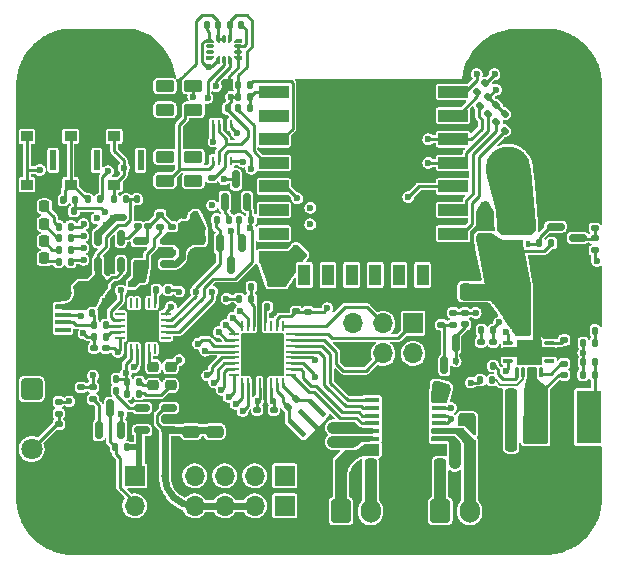
<source format=gtl>
G04 #@! TF.GenerationSoftware,KiCad,Pcbnew,(5.99.0-10089-gf88d39b4f0)*
G04 #@! TF.CreationDate,2021-04-05T01:24:07-04:00*
G04 #@! TF.ProjectId,BattlebotsController,42617474-6c65-4626-9f74-73436f6e7472,rev?*
G04 #@! TF.SameCoordinates,PXb795120PY57bcf00*
G04 #@! TF.FileFunction,Copper,L1,Top*
G04 #@! TF.FilePolarity,Positive*
%FSLAX46Y46*%
G04 Gerber Fmt 4.6, Leading zero omitted, Abs format (unit mm)*
G04 Created by KiCad (PCBNEW (5.99.0-10089-gf88d39b4f0)) date 2021-04-05 01:24:07*
%MOMM*%
%LPD*%
G01*
G04 APERTURE LIST*
G04 Aperture macros list*
%AMRoundRect*
0 Rectangle with rounded corners*
0 $1 Rounding radius*
0 $2 $3 $4 $5 $6 $7 $8 $9 X,Y pos of 4 corners*
0 Add a 4 corners polygon primitive as box body*
4,1,4,$2,$3,$4,$5,$6,$7,$8,$9,$2,$3,0*
0 Add four circle primitives for the rounded corners*
1,1,$1+$1,$2,$3*
1,1,$1+$1,$4,$5*
1,1,$1+$1,$6,$7*
1,1,$1+$1,$8,$9*
0 Add four rect primitives between the rounded corners*
20,1,$1+$1,$2,$3,$4,$5,0*
20,1,$1+$1,$4,$5,$6,$7,0*
20,1,$1+$1,$6,$7,$8,$9,0*
20,1,$1+$1,$8,$9,$2,$3,0*%
%AMRotRect*
0 Rectangle, with rotation*
0 The origin of the aperture is its center*
0 $1 length*
0 $2 width*
0 $3 Rotation angle, in degrees counterclockwise*
0 Add horizontal line*
21,1,$1,$2,0,0,$3*%
%AMFreePoly0*
4,1,17,0.145000,0.280005,0.145001,0.280000,0.145001,-0.280000,0.133964,-0.335489,0.102531,-0.382530,0.055490,-0.413963,0.000001,-0.425000,-0.000001,-0.425000,-0.055490,-0.413963,-0.102531,-0.382530,-0.133964,-0.335489,-0.145001,-0.280000,-0.145001,0.280000,-0.145000,0.280005,-0.145000,0.425000,0.145000,0.425000,0.145000,0.280005,0.145000,0.280005,$1*%
%AMFreePoly1*
4,1,27,0.040969,0.197445,0.050845,0.197445,0.059397,0.192507,0.068934,0.189952,0.075916,0.182970,0.084467,0.178033,0.290533,-0.028033,0.295470,-0.036584,0.302452,-0.043566,0.305008,-0.053104,0.309944,-0.061654,0.309944,-0.071527,0.312500,-0.081066,0.312500,-0.125000,0.302452,-0.162500,0.275000,-0.189952,0.237500,-0.200000,-0.237500,-0.200000,-0.275000,-0.189952,-0.302452,-0.162500,
-0.312500,-0.125000,-0.312500,0.125000,-0.302452,0.162500,-0.275000,0.189952,-0.237500,0.200000,0.031434,0.200000,0.040969,0.197445,0.040969,0.197445,$1*%
%AMFreePoly2*
4,1,27,0.275000,0.189952,0.302452,0.162500,0.312500,0.125000,0.312500,0.081066,0.309944,0.071527,0.309944,0.061654,0.305008,0.053104,0.302452,0.043566,0.295470,0.036584,0.290533,0.028033,0.084467,-0.178033,0.075916,-0.182970,0.068934,-0.189952,0.059397,-0.192507,0.050845,-0.197445,0.040969,-0.197445,0.031434,-0.200000,-0.237500,-0.200000,-0.275000,-0.189952,-0.302452,-0.162500,
-0.312500,-0.125000,-0.312500,0.125000,-0.302452,0.162500,-0.275000,0.189952,-0.237500,0.200000,0.237500,0.200000,0.275000,0.189952,0.275000,0.189952,$1*%
%AMFreePoly3*
4,1,27,0.162500,0.302452,0.189952,0.275000,0.200000,0.237500,0.200000,-0.237500,0.189952,-0.275000,0.162500,-0.302452,0.125000,-0.312500,-0.125000,-0.312500,-0.162500,-0.302452,-0.189952,-0.275000,-0.200000,-0.237500,-0.200000,0.031434,-0.197445,0.040969,-0.197445,0.050845,-0.192507,0.059397,-0.189952,0.068934,-0.182970,0.075916,-0.178033,0.084467,0.028033,0.290533,0.036584,0.295470,
0.043566,0.302452,0.053104,0.305008,0.061654,0.309944,0.071527,0.309944,0.081066,0.312500,0.125000,0.312500,0.162500,0.302452,0.162500,0.302452,$1*%
%AMFreePoly4*
4,1,27,-0.071531,0.309945,-0.061655,0.309945,-0.053103,0.305007,-0.043566,0.302452,-0.036584,0.295470,-0.028033,0.290533,0.178033,0.084467,0.182970,0.075916,0.189952,0.068934,0.192508,0.059396,0.197444,0.050846,0.197444,0.040973,0.200000,0.031434,0.200000,-0.237500,0.189952,-0.275000,0.162500,-0.302452,0.125000,-0.312500,-0.125000,-0.312500,-0.162500,-0.302452,-0.189952,-0.275000,
-0.200000,-0.237500,-0.200000,0.237500,-0.189952,0.275000,-0.162500,0.302452,-0.125000,0.312500,-0.081066,0.312500,-0.071531,0.309945,-0.071531,0.309945,$1*%
%AMFreePoly5*
4,1,27,0.275000,0.189952,0.302452,0.162500,0.312500,0.125000,0.312500,-0.125000,0.302452,-0.162500,0.275000,-0.189952,0.237500,-0.200000,-0.031434,-0.200000,-0.040973,-0.197444,-0.050846,-0.197444,-0.059396,-0.192508,-0.068934,-0.189952,-0.075916,-0.182970,-0.084467,-0.178033,-0.290533,0.028033,-0.295470,0.036584,-0.302452,0.043566,-0.305007,0.053103,-0.309945,0.061655,-0.309945,0.071531,
-0.312500,0.081066,-0.312500,0.125000,-0.302452,0.162500,-0.275000,0.189952,-0.237500,0.200000,0.237500,0.200000,0.275000,0.189952,0.275000,0.189952,$1*%
%AMFreePoly6*
4,1,27,0.275000,0.189952,0.302452,0.162500,0.312500,0.125000,0.312500,-0.125000,0.302452,-0.162500,0.275000,-0.189952,0.237500,-0.200000,-0.237500,-0.200000,-0.275000,-0.189952,-0.302452,-0.162500,-0.312500,-0.125000,-0.312500,-0.081066,-0.309945,-0.071531,-0.309945,-0.061655,-0.305007,-0.053103,-0.302452,-0.043566,-0.295470,-0.036584,-0.290533,-0.028033,-0.084467,0.178033,-0.075916,0.182970,
-0.068934,0.189952,-0.059396,0.192508,-0.050846,0.197444,-0.040973,0.197444,-0.031434,0.200000,0.237500,0.200000,0.275000,0.189952,0.275000,0.189952,$1*%
%AMFreePoly7*
4,1,27,0.162500,0.302452,0.189952,0.275000,0.200000,0.237500,0.200000,-0.031434,0.197444,-0.040973,0.197444,-0.050846,0.192508,-0.059396,0.189952,-0.068934,0.182970,-0.075916,0.178033,-0.084467,-0.028033,-0.290533,-0.036584,-0.295470,-0.043566,-0.302452,-0.053103,-0.305007,-0.061655,-0.309945,-0.071531,-0.309945,-0.081066,-0.312500,-0.125000,-0.312500,-0.162500,-0.302452,-0.189952,-0.275000,
-0.200000,-0.237500,-0.200000,0.237500,-0.189952,0.275000,-0.162500,0.302452,-0.125000,0.312500,0.125000,0.312500,0.162500,0.302452,0.162500,0.302452,$1*%
%AMFreePoly8*
4,1,27,0.162500,0.302452,0.189952,0.275000,0.200000,0.237500,0.200000,-0.237500,0.189952,-0.275000,0.162500,-0.302452,0.125000,-0.312500,0.081066,-0.312500,0.071527,-0.309944,0.061654,-0.309944,0.053104,-0.305008,0.043566,-0.302452,0.036584,-0.295470,0.028033,-0.290533,-0.178033,-0.084467,-0.182970,-0.075916,-0.189952,-0.068934,-0.192507,-0.059397,-0.197445,-0.050845,-0.197445,-0.040969,
-0.200000,-0.031434,-0.200000,0.237500,-0.189952,0.275000,-0.162500,0.302452,-0.125000,0.312500,0.125000,0.312500,0.162500,0.302452,0.162500,0.302452,$1*%
G04 Aperture macros list end*
G04 #@! TA.AperFunction,EtchedComponent*
%ADD10C,0.010000*%
G04 #@! TD*
G04 #@! TA.AperFunction,SMDPad,CuDef*
%ADD11RoundRect,0.140000X-0.170000X0.140000X-0.170000X-0.140000X0.170000X-0.140000X0.170000X0.140000X0*%
G04 #@! TD*
G04 #@! TA.AperFunction,SMDPad,CuDef*
%ADD12RoundRect,0.140000X0.140000X0.170000X-0.140000X0.170000X-0.140000X-0.170000X0.140000X-0.170000X0*%
G04 #@! TD*
G04 #@! TA.AperFunction,SMDPad,CuDef*
%ADD13RoundRect,0.140000X0.170000X-0.140000X0.170000X0.140000X-0.170000X0.140000X-0.170000X-0.140000X0*%
G04 #@! TD*
G04 #@! TA.AperFunction,SMDPad,CuDef*
%ADD14RoundRect,0.140000X-0.140000X-0.170000X0.140000X-0.170000X0.140000X0.170000X-0.140000X0.170000X0*%
G04 #@! TD*
G04 #@! TA.AperFunction,SMDPad,CuDef*
%ADD15RoundRect,0.218750X-0.218750X-0.256250X0.218750X-0.256250X0.218750X0.256250X-0.218750X0.256250X0*%
G04 #@! TD*
G04 #@! TA.AperFunction,ComponentPad*
%ADD16R,1.700000X1.700000*%
G04 #@! TD*
G04 #@! TA.AperFunction,ComponentPad*
%ADD17O,1.700000X1.700000*%
G04 #@! TD*
G04 #@! TA.AperFunction,SMDPad,CuDef*
%ADD18RoundRect,0.150000X-0.150000X0.587500X-0.150000X-0.587500X0.150000X-0.587500X0.150000X0.587500X0*%
G04 #@! TD*
G04 #@! TA.AperFunction,SMDPad,CuDef*
%ADD19RoundRect,0.135000X-0.135000X-0.185000X0.135000X-0.185000X0.135000X0.185000X-0.135000X0.185000X0*%
G04 #@! TD*
G04 #@! TA.AperFunction,SMDPad,CuDef*
%ADD20RoundRect,0.135000X0.135000X0.185000X-0.135000X0.185000X-0.135000X-0.185000X0.135000X-0.185000X0*%
G04 #@! TD*
G04 #@! TA.AperFunction,SMDPad,CuDef*
%ADD21RoundRect,0.135000X-0.185000X0.135000X-0.185000X-0.135000X0.185000X-0.135000X0.185000X0.135000X0*%
G04 #@! TD*
G04 #@! TA.AperFunction,ComponentPad*
%ADD22C,0.800000*%
G04 #@! TD*
G04 #@! TA.AperFunction,ComponentPad*
%ADD23C,6.400000*%
G04 #@! TD*
G04 #@! TA.AperFunction,SMDPad,CuDef*
%ADD24R,1.350000X0.400000*%
G04 #@! TD*
G04 #@! TA.AperFunction,SMDPad,CuDef*
%ADD25R,1.900000X1.500000*%
G04 #@! TD*
G04 #@! TA.AperFunction,ComponentPad*
%ADD26O,1.900000X1.200000*%
G04 #@! TD*
G04 #@! TA.AperFunction,SMDPad,CuDef*
%ADD27R,1.900000X1.200000*%
G04 #@! TD*
G04 #@! TA.AperFunction,ComponentPad*
%ADD28C,1.450000*%
G04 #@! TD*
G04 #@! TA.AperFunction,SMDPad,CuDef*
%ADD29RoundRect,0.250000X-0.250000X-0.475000X0.250000X-0.475000X0.250000X0.475000X-0.250000X0.475000X0*%
G04 #@! TD*
G04 #@! TA.AperFunction,SMDPad,CuDef*
%ADD30RoundRect,0.250000X0.250000X0.475000X-0.250000X0.475000X-0.250000X-0.475000X0.250000X-0.475000X0*%
G04 #@! TD*
G04 #@! TA.AperFunction,SMDPad,CuDef*
%ADD31RoundRect,0.250000X0.475000X-0.250000X0.475000X0.250000X-0.475000X0.250000X-0.475000X-0.250000X0*%
G04 #@! TD*
G04 #@! TA.AperFunction,ComponentPad*
%ADD32R,3.800000X3.800000*%
G04 #@! TD*
G04 #@! TA.AperFunction,ComponentPad*
%ADD33C,3.800000*%
G04 #@! TD*
G04 #@! TA.AperFunction,SMDPad,CuDef*
%ADD34R,2.050000X4.500000*%
G04 #@! TD*
G04 #@! TA.AperFunction,SMDPad,CuDef*
%ADD35RoundRect,0.150000X0.587500X0.150000X-0.587500X0.150000X-0.587500X-0.150000X0.587500X-0.150000X0*%
G04 #@! TD*
G04 #@! TA.AperFunction,SMDPad,CuDef*
%ADD36RoundRect,0.135000X0.185000X-0.135000X0.185000X0.135000X-0.185000X0.135000X-0.185000X-0.135000X0*%
G04 #@! TD*
G04 #@! TA.AperFunction,SMDPad,CuDef*
%ADD37FreePoly0,270.000000*%
G04 #@! TD*
G04 #@! TA.AperFunction,SMDPad,CuDef*
%ADD38FreePoly0,0.000000*%
G04 #@! TD*
G04 #@! TA.AperFunction,SMDPad,CuDef*
%ADD39FreePoly0,90.000000*%
G04 #@! TD*
G04 #@! TA.AperFunction,SMDPad,CuDef*
%ADD40FreePoly0,180.000000*%
G04 #@! TD*
G04 #@! TA.AperFunction,ComponentPad*
%ADD41C,0.600000*%
G04 #@! TD*
G04 #@! TA.AperFunction,SMDPad,CuDef*
%ADD42R,2.050000X2.050000*%
G04 #@! TD*
G04 #@! TA.AperFunction,SMDPad,CuDef*
%ADD43R,1.310000X0.450000*%
G04 #@! TD*
G04 #@! TA.AperFunction,SMDPad,CuDef*
%ADD44R,2.650000X4.000000*%
G04 #@! TD*
G04 #@! TA.AperFunction,ComponentPad*
%ADD45RoundRect,0.250000X-0.600000X-0.750000X0.600000X-0.750000X0.600000X0.750000X-0.600000X0.750000X0*%
G04 #@! TD*
G04 #@! TA.AperFunction,ComponentPad*
%ADD46O,1.700000X2.000000*%
G04 #@! TD*
G04 #@! TA.AperFunction,SMDPad,CuDef*
%ADD47RoundRect,0.135000X0.035355X-0.226274X0.226274X-0.035355X-0.035355X0.226274X-0.226274X0.035355X0*%
G04 #@! TD*
G04 #@! TA.AperFunction,SMDPad,CuDef*
%ADD48RoundRect,0.135000X-0.035355X0.226274X-0.226274X0.035355X0.035355X-0.226274X0.226274X-0.035355X0*%
G04 #@! TD*
G04 #@! TA.AperFunction,SMDPad,CuDef*
%ADD49R,1.000000X0.900000*%
G04 #@! TD*
G04 #@! TA.AperFunction,SMDPad,CuDef*
%ADD50R,0.550000X1.700000*%
G04 #@! TD*
G04 #@! TA.AperFunction,ComponentPad*
%ADD51RoundRect,0.250200X-0.649800X0.649800X-0.649800X-0.649800X0.649800X-0.649800X0.649800X0.649800X0*%
G04 #@! TD*
G04 #@! TA.AperFunction,ComponentPad*
%ADD52C,1.800000*%
G04 #@! TD*
G04 #@! TA.AperFunction,SMDPad,CuDef*
%ADD53RotRect,0.400000X1.900000X225.000000*%
G04 #@! TD*
G04 #@! TA.AperFunction,SMDPad,CuDef*
%ADD54RoundRect,0.150000X0.150000X-0.587500X0.150000X0.587500X-0.150000X0.587500X-0.150000X-0.587500X0*%
G04 #@! TD*
G04 #@! TA.AperFunction,SMDPad,CuDef*
%ADD55RoundRect,0.062500X0.062500X-0.375000X0.062500X0.375000X-0.062500X0.375000X-0.062500X-0.375000X0*%
G04 #@! TD*
G04 #@! TA.AperFunction,SMDPad,CuDef*
%ADD56RoundRect,0.062500X0.375000X-0.062500X0.375000X0.062500X-0.375000X0.062500X-0.375000X-0.062500X0*%
G04 #@! TD*
G04 #@! TA.AperFunction,SMDPad,CuDef*
%ADD57R,3.100000X3.100000*%
G04 #@! TD*
G04 #@! TA.AperFunction,SMDPad,CuDef*
%ADD58RoundRect,0.218750X-0.256250X0.218750X-0.256250X-0.218750X0.256250X-0.218750X0.256250X0.218750X0*%
G04 #@! TD*
G04 #@! TA.AperFunction,SMDPad,CuDef*
%ADD59RoundRect,0.250000X-0.475000X0.250000X-0.475000X-0.250000X0.475000X-0.250000X0.475000X0.250000X0*%
G04 #@! TD*
G04 #@! TA.AperFunction,SMDPad,CuDef*
%ADD60R,2.500000X1.000000*%
G04 #@! TD*
G04 #@! TA.AperFunction,SMDPad,CuDef*
%ADD61R,1.000000X1.800000*%
G04 #@! TD*
G04 #@! TA.AperFunction,SMDPad,CuDef*
%ADD62RoundRect,0.150000X0.512500X0.150000X-0.512500X0.150000X-0.512500X-0.150000X0.512500X-0.150000X0*%
G04 #@! TD*
G04 #@! TA.AperFunction,SMDPad,CuDef*
%ADD63FreePoly1,180.000000*%
G04 #@! TD*
G04 #@! TA.AperFunction,SMDPad,CuDef*
%ADD64RoundRect,0.100000X0.212500X0.100000X-0.212500X0.100000X-0.212500X-0.100000X0.212500X-0.100000X0*%
G04 #@! TD*
G04 #@! TA.AperFunction,SMDPad,CuDef*
%ADD65FreePoly2,180.000000*%
G04 #@! TD*
G04 #@! TA.AperFunction,SMDPad,CuDef*
%ADD66FreePoly3,180.000000*%
G04 #@! TD*
G04 #@! TA.AperFunction,SMDPad,CuDef*
%ADD67RoundRect,0.100000X0.100000X0.212500X-0.100000X0.212500X-0.100000X-0.212500X0.100000X-0.212500X0*%
G04 #@! TD*
G04 #@! TA.AperFunction,SMDPad,CuDef*
%ADD68FreePoly4,180.000000*%
G04 #@! TD*
G04 #@! TA.AperFunction,SMDPad,CuDef*
%ADD69FreePoly5,180.000000*%
G04 #@! TD*
G04 #@! TA.AperFunction,SMDPad,CuDef*
%ADD70FreePoly6,180.000000*%
G04 #@! TD*
G04 #@! TA.AperFunction,SMDPad,CuDef*
%ADD71FreePoly7,180.000000*%
G04 #@! TD*
G04 #@! TA.AperFunction,SMDPad,CuDef*
%ADD72FreePoly8,180.000000*%
G04 #@! TD*
G04 #@! TA.AperFunction,SMDPad,CuDef*
%ADD73R,0.350000X0.500000*%
G04 #@! TD*
G04 #@! TA.AperFunction,SMDPad,CuDef*
%ADD74R,0.380000X0.430000*%
G04 #@! TD*
G04 #@! TA.AperFunction,SMDPad,CuDef*
%ADD75R,0.400000X0.300000*%
G04 #@! TD*
G04 #@! TA.AperFunction,SMDPad,CuDef*
%ADD76R,2.450000X1.980000*%
G04 #@! TD*
G04 #@! TA.AperFunction,SMDPad,CuDef*
%ADD77R,0.500000X0.500000*%
G04 #@! TD*
G04 #@! TA.AperFunction,SMDPad,CuDef*
%ADD78RoundRect,0.250000X-0.550000X-0.250000X0.550000X-0.250000X0.550000X0.250000X-0.550000X0.250000X0*%
G04 #@! TD*
G04 #@! TA.AperFunction,SMDPad,CuDef*
%ADD79RoundRect,0.150000X0.150000X-0.512500X0.150000X0.512500X-0.150000X0.512500X-0.150000X-0.512500X0*%
G04 #@! TD*
G04 #@! TA.AperFunction,SMDPad,CuDef*
%ADD80RoundRect,0.062500X-0.062500X0.350000X-0.062500X-0.350000X0.062500X-0.350000X0.062500X0.350000X0*%
G04 #@! TD*
G04 #@! TA.AperFunction,SMDPad,CuDef*
%ADD81RoundRect,0.062500X-0.350000X0.062500X-0.350000X-0.062500X0.350000X-0.062500X0.350000X0.062500X0*%
G04 #@! TD*
G04 #@! TA.AperFunction,SMDPad,CuDef*
%ADD82R,2.500000X2.500000*%
G04 #@! TD*
G04 #@! TA.AperFunction,SMDPad,CuDef*
%ADD83R,0.250000X0.750000*%
G04 #@! TD*
G04 #@! TA.AperFunction,ViaPad*
%ADD84C,0.600000*%
G04 #@! TD*
G04 #@! TA.AperFunction,Conductor*
%ADD85C,0.250000*%
G04 #@! TD*
G04 #@! TA.AperFunction,Conductor*
%ADD86C,0.760000*%
G04 #@! TD*
G04 #@! TA.AperFunction,Conductor*
%ADD87C,0.200000*%
G04 #@! TD*
G04 #@! TA.AperFunction,Conductor*
%ADD88C,0.680000*%
G04 #@! TD*
G04 #@! TA.AperFunction,Conductor*
%ADD89C,0.400000*%
G04 #@! TD*
G04 #@! TA.AperFunction,Conductor*
%ADD90C,0.800000*%
G04 #@! TD*
G04 #@! TA.AperFunction,Conductor*
%ADD91C,0.450000*%
G04 #@! TD*
G04 #@! TA.AperFunction,Conductor*
%ADD92C,1.000000*%
G04 #@! TD*
G04 #@! TA.AperFunction,Conductor*
%ADD93C,1.450000*%
G04 #@! TD*
G04 #@! TA.AperFunction,Conductor*
%ADD94C,0.600000*%
G04 #@! TD*
G04 #@! TA.AperFunction,Conductor*
%ADD95C,0.500000*%
G04 #@! TD*
G04 APERTURE END LIST*
D10*
G04 #@! TO.C,U8*
X44625000Y16375000D02*
X44625000Y17025000D01*
X44625000Y17025000D02*
X45750000Y17025000D01*
X45750000Y17025000D02*
X45750000Y17225000D01*
X45750000Y17225000D02*
X45025000Y17225000D01*
X45025000Y17225000D02*
X45025000Y17575000D01*
X45025000Y17575000D02*
X45750000Y17575000D01*
X45750000Y17575000D02*
X45750000Y17775000D01*
X45750000Y17775000D02*
X44625000Y17775000D01*
X44625000Y17775000D02*
X44625000Y18425000D01*
X44625000Y18425000D02*
X42575000Y18425000D01*
X42575000Y18425000D02*
X42575000Y17775000D01*
X42575000Y17775000D02*
X41450000Y17775000D01*
X41450000Y17775000D02*
X41450000Y17575000D01*
X41450000Y17575000D02*
X42175000Y17575000D01*
X42175000Y17575000D02*
X42175000Y17225000D01*
X42175000Y17225000D02*
X41450000Y17225000D01*
X41450000Y17225000D02*
X41450000Y17025000D01*
X41450000Y17025000D02*
X42575000Y17025000D01*
X42575000Y17025000D02*
X42575000Y16375000D01*
X42575000Y16375000D02*
X44625000Y16375000D01*
G36*
X44625000Y17775000D02*
G01*
X45750000Y17775000D01*
X45750000Y17575000D01*
X45025000Y17575000D01*
X45025000Y17225000D01*
X45750000Y17225000D01*
X45750000Y17025000D01*
X44625000Y17025000D01*
X44625000Y16375000D01*
X42575000Y16375000D01*
X42575000Y17025000D01*
X41450000Y17025000D01*
X41450000Y17225000D01*
X42175000Y17225000D01*
X42175000Y17575000D01*
X41450000Y17575000D01*
X41450000Y17775000D01*
X42575000Y17775000D01*
X42575000Y18425000D01*
X44625000Y18425000D01*
X44625000Y17775000D01*
G37*
X44625000Y17775000D02*
X45750000Y17775000D01*
X45750000Y17575000D01*
X45025000Y17575000D01*
X45025000Y17225000D01*
X45750000Y17225000D01*
X45750000Y17025000D01*
X44625000Y17025000D01*
X44625000Y16375000D01*
X42575000Y16375000D01*
X42575000Y17025000D01*
X41450000Y17025000D01*
X41450000Y17225000D01*
X42175000Y17225000D01*
X42175000Y17575000D01*
X41450000Y17575000D01*
X41450000Y17775000D01*
X42575000Y17775000D01*
X42575000Y18425000D01*
X44625000Y18425000D01*
X44625000Y17775000D01*
G04 #@! TD*
D11*
G04 #@! TO.P,C27,2*
G04 #@! TO.N,GND*
X16750000Y31170000D03*
G04 #@! TO.P,C27,1*
G04 #@! TO.N,+5VL*
X16750000Y32130000D03*
G04 #@! TD*
D12*
G04 #@! TO.P,C23,2*
G04 #@! TO.N,GND*
X17140000Y38000000D03*
G04 #@! TO.P,C23,1*
G04 #@! TO.N,+3V3*
X18100000Y38000000D03*
G04 #@! TD*
D13*
G04 #@! TO.P,C16,2*
G04 #@! TO.N,+5VL*
X22000000Y12480000D03*
G04 #@! TO.P,C16,1*
G04 #@! TO.N,GND*
X22000000Y11520000D03*
G04 #@! TD*
G04 #@! TO.P,C15,2*
G04 #@! TO.N,+5VL*
X20600000Y12480000D03*
G04 #@! TO.P,C15,1*
G04 #@! TO.N,GND*
X20600000Y11520000D03*
G04 #@! TD*
D11*
G04 #@! TO.P,C14,2*
G04 #@! TO.N,GND*
X3800000Y10320000D03*
G04 #@! TO.P,C14,1*
G04 #@! TO.N,Net-(R10-Pad1)*
X3800000Y11280000D03*
G04 #@! TD*
G04 #@! TO.P,C4,1*
G04 #@! TO.N,GND*
X5700000Y24080000D03*
G04 #@! TO.P,C4,2*
G04 #@! TO.N,+5VL*
X5700000Y23120000D03*
G04 #@! TD*
D14*
G04 #@! TO.P,C5,1*
G04 #@! TO.N,+5VL*
X6770000Y21650000D03*
G04 #@! TO.P,C5,2*
G04 #@! TO.N,GND*
X7730000Y21650000D03*
G04 #@! TD*
D11*
G04 #@! TO.P,C24,1*
G04 #@! TO.N,+3V3*
X5700000Y14380000D03*
G04 #@! TO.P,C24,2*
G04 #@! TO.N,GND*
X5700000Y13420000D03*
G04 #@! TD*
D15*
G04 #@! TO.P,D6,1,K*
G04 #@! TO.N,GND*
X1012500Y29710000D03*
G04 #@! TO.P,D6,2,A*
G04 #@! TO.N,Net-(D6-Pad2)*
X2587500Y29710000D03*
G04 #@! TD*
G04 #@! TO.P,D3,1,K*
G04 #@! TO.N,GND*
X1012500Y25300000D03*
G04 #@! TO.P,D3,2,A*
G04 #@! TO.N,Net-(D3-Pad2)*
X2587500Y25300000D03*
G04 #@! TD*
D16*
G04 #@! TO.P,J4,1,Pin_1*
G04 #@! TO.N,/MISO*
X33800000Y19800000D03*
D17*
G04 #@! TO.P,J4,2,Pin_2*
G04 #@! TO.N,+5VL*
X33800000Y17260000D03*
G04 #@! TO.P,J4,3,Pin_3*
G04 #@! TO.N,/SCK*
X31260000Y19800000D03*
G04 #@! TO.P,J4,4,Pin_4*
G04 #@! TO.N,/MOSI*
X31260000Y17260000D03*
G04 #@! TO.P,J4,5,Pin_5*
G04 #@! TO.N,/AVR_RST*
X28720000Y19800000D03*
G04 #@! TO.P,J4,6,Pin_6*
G04 #@! TO.N,GND*
X28720000Y17260000D03*
G04 #@! TD*
D16*
G04 #@! TO.P,J5,1,Pin_1*
G04 #@! TO.N,/SERVO3*
X22925200Y6900200D03*
D17*
G04 #@! TO.P,J5,2,Pin_2*
G04 #@! TO.N,/SERVO2*
X20385200Y6900200D03*
G04 #@! TO.P,J5,3,Pin_3*
G04 #@! TO.N,/SERVO1*
X17845200Y6900200D03*
G04 #@! TO.P,J5,4,Pin_4*
G04 #@! TO.N,/SERVO0*
X15305200Y6900200D03*
G04 #@! TD*
D16*
G04 #@! TO.P,J7,1,Pin_1*
G04 #@! TO.N,GND*
X22925200Y1820200D03*
D17*
G04 #@! TO.P,J7,2,Pin_2*
X20385200Y1820200D03*
G04 #@! TO.P,J7,3,Pin_3*
X17845200Y1820200D03*
G04 #@! TO.P,J7,4,Pin_4*
X15305200Y1820200D03*
G04 #@! TD*
D18*
G04 #@! TO.P,Q2,1,B*
G04 #@! TO.N,Net-(Q2-Pad1)*
X19312500Y26600000D03*
G04 #@! TO.P,Q2,2,E*
G04 #@! TO.N,/RTS*
X17412500Y26600000D03*
G04 #@! TO.P,Q2,3,C*
G04 #@! TO.N,/ESP_RST*
X18362500Y24725000D03*
G04 #@! TD*
D19*
G04 #@! TO.P,R9,1*
G04 #@! TO.N,/3V3OUT*
X9590000Y14850000D03*
G04 #@! TO.P,R9,2*
G04 #@! TO.N,Net-(D1-Pad2)*
X10610000Y14850000D03*
G04 #@! TD*
D20*
G04 #@! TO.P,R11,1*
G04 #@! TO.N,Net-(D2-Pad2)*
X10610000Y13850000D03*
G04 #@! TO.P,R11,2*
G04 #@! TO.N,/3V3OUT*
X9590000Y13850000D03*
G04 #@! TD*
G04 #@! TO.P,R2,1*
G04 #@! TO.N,/ESP_RST*
X20010000Y39000000D03*
G04 #@! TO.P,R2,2*
G04 #@! TO.N,+3V3*
X18990000Y39000000D03*
G04 #@! TD*
G04 #@! TO.P,R18,1*
G04 #@! TO.N,/MISO*
X4810000Y26000000D03*
G04 #@! TO.P,R18,2*
G04 #@! TO.N,Net-(D5-Pad2)*
X3790000Y26000000D03*
G04 #@! TD*
G04 #@! TO.P,R19,1*
G04 #@! TO.N,/SCK*
X4810000Y28000000D03*
G04 #@! TO.P,R19,2*
G04 #@! TO.N,Net-(D6-Pad2)*
X3790000Y28000000D03*
G04 #@! TD*
G04 #@! TO.P,R14,1*
G04 #@! TO.N,Net-(R14-Pad1)*
X4810000Y25000000D03*
G04 #@! TO.P,R14,2*
G04 #@! TO.N,Net-(D3-Pad2)*
X3790000Y25000000D03*
G04 #@! TD*
D21*
G04 #@! TO.P,R31,1*
G04 #@! TO.N,+3V3*
X6700000Y14410000D03*
G04 #@! TO.P,R31,2*
G04 #@! TO.N,Net-(Q6-Pad1)*
X6700000Y13390000D03*
G04 #@! TD*
D19*
G04 #@! TO.P,R35,1*
G04 #@! TO.N,Net-(C33-Pad2)*
X48190000Y15450000D03*
G04 #@! TO.P,R35,2*
G04 #@! TO.N,+6V*
X49210000Y15450000D03*
G04 #@! TD*
D14*
G04 #@! TO.P,C34,1*
G04 #@! TO.N,+5VP*
X10620000Y9300000D03*
G04 #@! TO.P,C34,2*
G04 #@! TO.N,GND*
X11580000Y9300000D03*
G04 #@! TD*
G04 #@! TO.P,C35,1*
G04 #@! TO.N,+6V*
X12770000Y9300000D03*
G04 #@! TO.P,C35,2*
G04 #@! TO.N,GND*
X13730000Y9300000D03*
G04 #@! TD*
D22*
G04 #@! TO.P,MH1,1,Pin_1*
G04 #@! TO.N,GND*
X45000000Y7400000D03*
X46697056Y3302944D03*
X42600000Y5000000D03*
X45000000Y2600000D03*
X43302944Y3302944D03*
X43302944Y6697056D03*
X47400000Y5000000D03*
D23*
X45000000Y5000000D03*
D22*
X46697056Y6697056D03*
G04 #@! TD*
G04 #@! TO.P,MH3,1,Pin_1*
G04 #@! TO.N,GND*
X45000000Y42400000D03*
X46697056Y38302944D03*
D23*
X45000000Y40000000D03*
D22*
X43302944Y41697056D03*
X43302944Y38302944D03*
X46697056Y41697056D03*
X47400000Y40000000D03*
X42600000Y40000000D03*
X45000000Y37600000D03*
G04 #@! TD*
D24*
G04 #@! TO.P,J3,1,VBUS*
G04 #@! TO.N,+5VL*
X4162500Y21200000D03*
G04 #@! TO.P,J3,2,D-*
G04 #@! TO.N,Net-(C12-Pad1)*
X4162500Y20550000D03*
G04 #@! TO.P,J3,3,D+*
G04 #@! TO.N,Net-(C13-Pad1)*
X4162500Y19900000D03*
G04 #@! TO.P,J3,4,ID*
G04 #@! TO.N,N/C*
X4162500Y19250000D03*
G04 #@! TO.P,J3,5,GND*
G04 #@! TO.N,GND*
X4162500Y18600000D03*
D25*
G04 #@! TO.P,J3,6,Shield*
X1462500Y20900000D03*
D26*
X1462500Y16400000D03*
D27*
X1462500Y22800000D03*
D26*
X1462500Y23400000D03*
D28*
X4162500Y22400000D03*
X4162500Y17400000D03*
D25*
X1462500Y18900000D03*
D27*
X1462500Y17000000D03*
G04 #@! TD*
D22*
G04 #@! TO.P,MH4,1,Pin_1*
G04 #@! TO.N,GND*
X2600000Y40000000D03*
X3302944Y38302944D03*
X5000000Y37600000D03*
D23*
X5000000Y40000000D03*
D22*
X6697056Y41697056D03*
X3302944Y41697056D03*
X5000000Y42400000D03*
X7400000Y40000000D03*
X6697056Y38302944D03*
G04 #@! TD*
D29*
G04 #@! TO.P,C8,1*
G04 #@! TO.N,GND*
X25800000Y7675000D03*
G04 #@! TO.P,C8,2*
G04 #@! TO.N,Net-(C8-Pad2)*
X27700000Y7675000D03*
G04 #@! TD*
D30*
G04 #@! TO.P,C9,1*
G04 #@! TO.N,GND*
X32100000Y7675000D03*
G04 #@! TO.P,C9,2*
G04 #@! TO.N,Net-(C9-Pad2)*
X30200000Y7675000D03*
G04 #@! TD*
D29*
G04 #@! TO.P,C10,1*
G04 #@! TO.N,GND*
X34200000Y7675000D03*
G04 #@! TO.P,C10,2*
G04 #@! TO.N,Net-(C10-Pad2)*
X36100000Y7675000D03*
G04 #@! TD*
D30*
G04 #@! TO.P,C11,1*
G04 #@! TO.N,GND*
X40500000Y7675000D03*
G04 #@! TO.P,C11,2*
G04 #@! TO.N,Net-(C11-Pad2)*
X38600000Y7675000D03*
G04 #@! TD*
D16*
G04 #@! TO.P,J6,1,Pin_1*
G04 #@! TO.N,+6V*
X22925200Y4360200D03*
D17*
G04 #@! TO.P,J6,2,Pin_2*
X20385200Y4360200D03*
G04 #@! TO.P,J6,3,Pin_3*
X17845200Y4360200D03*
G04 #@! TO.P,J6,4,Pin_4*
X15305200Y4360200D03*
G04 #@! TD*
D19*
G04 #@! TO.P,R24,1*
G04 #@! TO.N,Net-(Q4-Pad1)*
X44490000Y26600000D03*
G04 #@! TO.P,R24,2*
G04 #@! TO.N,+BATT*
X45510000Y26600000D03*
G04 #@! TD*
D21*
G04 #@! TO.P,R29,1*
G04 #@! TO.N,GND*
X49200000Y28895000D03*
G04 #@! TO.P,R29,2*
G04 #@! TO.N,Net-(Q5-Pad1)*
X49200000Y27875000D03*
G04 #@! TD*
G04 #@! TO.P,R27,1*
G04 #@! TO.N,Net-(Q5-Pad1)*
X49200000Y27010000D03*
G04 #@! TO.P,R27,2*
G04 #@! TO.N,/5V_EN*
X49200000Y25990000D03*
G04 #@! TD*
D31*
G04 #@! TO.P,C46,1*
G04 #@! TO.N,+BATT*
X39900000Y26950000D03*
G04 #@! TO.P,C46,2*
G04 #@! TO.N,GND*
X39900000Y28850000D03*
G04 #@! TD*
D32*
G04 #@! TO.P,J8,1,Pin_1*
G04 #@! TO.N,GND*
X46850000Y32900000D03*
D33*
G04 #@! TO.P,J8,2,Pin_2*
G04 #@! TO.N,Net-(J8-Pad2)*
X41850000Y32900000D03*
G04 #@! TD*
D30*
G04 #@! TO.P,C47,1*
G04 #@! TO.N,+BATT*
X38250000Y22500000D03*
G04 #@! TO.P,C47,2*
G04 #@! TO.N,GND*
X36350000Y22500000D03*
G04 #@! TD*
D34*
G04 #@! TO.P,L1,1,1*
G04 #@! TO.N,Net-(C32-Pad1)*
X44177500Y11850000D03*
G04 #@! TO.P,L1,2,2*
G04 #@! TO.N,+6V*
X48677500Y11850000D03*
G04 #@! TD*
D35*
G04 #@! TO.P,Q5,1,B*
G04 #@! TO.N,Net-(Q5-Pad1)*
X47737500Y27050000D03*
G04 #@! TO.P,Q5,2,E*
G04 #@! TO.N,GND*
X47737500Y28950000D03*
G04 #@! TO.P,Q5,3,C*
G04 #@! TO.N,Net-(Q4-Pad1)*
X45862500Y28000000D03*
G04 #@! TD*
D32*
G04 #@! TO.P,J9,1,Pin_1*
G04 #@! TO.N,GND*
X46850000Y22900000D03*
D33*
G04 #@! TO.P,J9,2,Pin_2*
G04 #@! TO.N,+BATT*
X41850000Y22900000D03*
G04 #@! TD*
D13*
G04 #@! TO.P,C48,1*
G04 #@! TO.N,GND*
X39550000Y17270000D03*
G04 #@! TO.P,C48,2*
G04 #@! TO.N,Net-(C48-Pad2)*
X39550000Y18230000D03*
G04 #@! TD*
G04 #@! TO.P,C32,1*
G04 #@! TO.N,Net-(C32-Pad1)*
X46600000Y15435000D03*
G04 #@! TO.P,C32,2*
G04 #@! TO.N,Net-(C32-Pad2)*
X46600000Y16395000D03*
G04 #@! TD*
D11*
G04 #@! TO.P,C42,1*
G04 #@! TO.N,Net-(C42-Pad1)*
X40600000Y18230000D03*
G04 #@! TO.P,C42,2*
G04 #@! TO.N,GND*
X40600000Y17270000D03*
G04 #@! TD*
D36*
G04 #@! TO.P,R38,1*
G04 #@! TO.N,GND*
X46600000Y17375000D03*
G04 #@! TO.P,R38,2*
G04 #@! TO.N,Net-(R38-Pad2)*
X46600000Y18395000D03*
G04 #@! TD*
D20*
G04 #@! TO.P,R39,1*
G04 #@! TO.N,Net-(C42-Pad1)*
X40610000Y19250000D03*
G04 #@! TO.P,R39,2*
G04 #@! TO.N,Net-(C48-Pad2)*
X39590000Y19250000D03*
G04 #@! TD*
D37*
G04 #@! TO.P,U8,1,RT/CLK*
G04 #@! TO.N,Net-(R38-Pad2)*
X45325000Y18150000D03*
D38*
G04 #@! TO.P,U8,2,GND_2*
G04 #@! TO.N,GND*
X44600000Y19125000D03*
G04 #@! TO.P,U8,3,GND_3*
X44100000Y19125000D03*
G04 #@! TO.P,U8,4,PVIN_4*
G04 #@! TO.N,+BATT*
X43600000Y19125000D03*
G04 #@! TO.P,U8,5,PVIN_5*
X43100000Y19125000D03*
G04 #@! TO.P,U8,6,VIN*
X42600000Y19125000D03*
D39*
G04 #@! TO.P,U8,7,VSENSE*
G04 #@! TO.N,Net-(C33-Pad2)*
X41875000Y18150000D03*
G04 #@! TO.P,U8,8,COMP*
G04 #@! TO.N,Net-(C42-Pad1)*
X41875000Y16650000D03*
D40*
G04 #@! TO.P,U8,9,SS/TR*
G04 #@! TO.N,Net-(C38-Pad1)*
X42600000Y15675000D03*
G04 #@! TO.P,U8,10,EN*
G04 #@! TO.N,Net-(R34-Pad1)*
X43100000Y15675000D03*
G04 #@! TO.P,U8,11,PH_11*
G04 #@! TO.N,Net-(C32-Pad1)*
X43600000Y15675000D03*
G04 #@! TO.P,U8,12,PH_12*
X44100000Y15675000D03*
G04 #@! TO.P,U8,13,BOOT*
G04 #@! TO.N,Net-(C32-Pad2)*
X44600000Y15675000D03*
D37*
G04 #@! TO.P,U8,14,PWRGD*
G04 #@! TO.N,N/C*
X45325000Y16650000D03*
D41*
G04 #@! TO.P,U8,15,EXP*
G04 #@! TO.N,GND*
X44100000Y16900000D03*
X43100000Y17900000D03*
X43100000Y16900000D03*
D42*
X43600000Y17400000D03*
D41*
X44100000Y17900000D03*
G04 #@! TD*
D43*
G04 #@! TO.P,U1,1,IN1*
G04 #@! TO.N,/OC1B*
X30290000Y13300000D03*
G04 #@! TO.P,U1,2,IN2*
G04 #@! TO.N,/OC1A*
X30290000Y12650000D03*
G04 #@! TO.P,U1,3,IN3*
G04 #@! TO.N,/OC0A*
X30290000Y12000000D03*
G04 #@! TO.P,U1,4,IN4*
G04 #@! TO.N,/OC0B*
X30295000Y11350000D03*
G04 #@! TO.P,U1,5,VS*
G04 #@! TO.N,+6V*
X30290000Y10700000D03*
G04 #@! TO.P,U1,6,OUT3*
G04 #@! TO.N,Net-(C10-Pad2)*
X30290000Y10050000D03*
G04 #@! TO.P,U1,7,OUT1*
G04 #@! TO.N,Net-(C8-Pad2)*
X30290000Y9400000D03*
G04 #@! TO.P,U1,8,GND*
G04 #@! TO.N,GND*
X35990000Y9400000D03*
G04 #@! TO.P,U1,9,OUT2*
G04 #@! TO.N,Net-(C9-Pad2)*
X35990000Y10050000D03*
G04 #@! TO.P,U1,10,OUT4*
G04 #@! TO.N,Net-(C11-Pad2)*
X35990000Y10700000D03*
G04 #@! TO.P,U1,11,EN1*
G04 #@! TO.N,/MOTOR_EN*
X35990000Y11350000D03*
G04 #@! TO.P,U1,12,EN2*
X35990000Y12000000D03*
G04 #@! TO.P,U1,13,EF*
G04 #@! TO.N,/ERR*
X35990000Y12650000D03*
G04 #@! TO.P,U1,14,VDD*
G04 #@! TO.N,+5VL*
X35990000Y13300000D03*
D44*
G04 #@! TO.P,U1,15,PAD*
G04 #@! TO.N,GND*
X33140000Y11350000D03*
G04 #@! TD*
D45*
G04 #@! TO.P,J2,1,Pin_1*
G04 #@! TO.N,Net-(C10-Pad2)*
X36100000Y3900000D03*
D46*
G04 #@! TO.P,J2,2,Pin_2*
G04 #@! TO.N,Net-(C11-Pad2)*
X38600000Y3900000D03*
G04 #@! TD*
D45*
G04 #@! TO.P,J1,1,Pin_1*
G04 #@! TO.N,Net-(C8-Pad2)*
X27700000Y3900000D03*
D46*
G04 #@! TO.P,J1,2,Pin_2*
G04 #@! TO.N,Net-(C9-Pad2)*
X30200000Y3900000D03*
G04 #@! TD*
D47*
G04 #@! TO.P,R28,1*
G04 #@! TO.N,Net-(R28-Pad1)*
X39196429Y39396429D03*
G04 #@! TO.P,R28,2*
G04 #@! TO.N,/ESP_RX*
X39917677Y40117677D03*
G04 #@! TD*
D48*
G04 #@! TO.P,R26,1*
G04 #@! TO.N,+3V3*
X41567731Y37553517D03*
G04 #@! TO.P,R26,2*
G04 #@! TO.N,Net-(R26-Pad2)*
X40846483Y36832269D03*
G04 #@! TD*
D19*
G04 #@! TO.P,R1,1*
G04 #@! TO.N,Net-(R1-Pad1)*
X4190000Y30250000D03*
G04 #@! TO.P,R1,2*
G04 #@! TO.N,+3V3*
X5210000Y30250000D03*
G04 #@! TD*
D20*
G04 #@! TO.P,R25,1*
G04 #@! TO.N,Net-(R25-Pad1)*
X20010000Y40000000D03*
G04 #@! TO.P,R25,2*
G04 #@! TO.N,+3V3*
X18990000Y40000000D03*
G04 #@! TD*
G04 #@! TO.P,R32,1*
G04 #@! TO.N,/ESP_RST*
X20010000Y38000000D03*
G04 #@! TO.P,R32,2*
G04 #@! TO.N,Net-(R32-Pad2)*
X18990000Y38000000D03*
G04 #@! TD*
D47*
G04 #@! TO.P,R30,1*
G04 #@! TO.N,Net-(R30-Pad1)*
X41553590Y36125162D03*
G04 #@! TO.P,R30,2*
G04 #@! TO.N,GND*
X42274838Y36846410D03*
G04 #@! TD*
D22*
G04 #@! TO.P,MH2,1,Pin_1*
G04 #@! TO.N,GND*
X3302944Y3302944D03*
X6697056Y6697056D03*
X5000000Y7400000D03*
X6697056Y3302944D03*
X3302944Y6697056D03*
X2600000Y5000000D03*
X7400000Y5000000D03*
D23*
X5000000Y5000000D03*
D22*
X5000000Y2600000D03*
G04 #@! TD*
D12*
G04 #@! TO.P,C36,1*
G04 #@! TO.N,Net-(C36-Pad1)*
X8680000Y14100000D03*
G04 #@! TO.P,C36,2*
G04 #@! TO.N,GND*
X7720000Y14100000D03*
G04 #@! TD*
D16*
G04 #@! TO.P,J10,1,Pin_1*
G04 #@! TO.N,+5VP*
X10225200Y6900200D03*
D17*
G04 #@! TO.P,J10,2,Pin_2*
G04 #@! TO.N,Net-(J10-Pad2)*
X10225200Y4360200D03*
G04 #@! TO.P,J10,3,Pin_3*
G04 #@! TO.N,GND*
X10225200Y1820200D03*
G04 #@! TD*
D49*
G04 #@! TO.P,SW1,1,A*
G04 #@! TO.N,GND*
X6400000Y31550000D03*
X6400000Y35650000D03*
G04 #@! TO.P,SW1,2,B*
G04 #@! TO.N,Net-(R1-Pad1)*
X4800000Y35650000D03*
X4800000Y31550000D03*
D50*
G04 #@! TO.P,SW1,SH*
G04 #@! TO.N,N/C*
X7025000Y33600000D03*
G04 #@! TD*
D20*
G04 #@! TO.P,R16,1*
G04 #@! TO.N,/MOSI*
X4810000Y27000000D03*
G04 #@! TO.P,R16,2*
G04 #@! TO.N,Net-(D4-Pad2)*
X3790000Y27000000D03*
G04 #@! TD*
D51*
G04 #@! TO.P,U3,1,OUT*
G04 #@! TO.N,/IR*
X1500000Y14240000D03*
D52*
G04 #@! TO.P,U3,2,GND*
G04 #@! TO.N,GND*
X1500000Y11700000D03*
G04 #@! TO.P,U3,3,Vs*
G04 #@! TO.N,Net-(R10-Pad1)*
X1500000Y9160000D03*
G04 #@! TD*
D15*
G04 #@! TO.P,D5,1,K*
G04 #@! TO.N,GND*
X1012500Y26770000D03*
G04 #@! TO.P,D5,2,A*
G04 #@! TO.N,Net-(D5-Pad2)*
X2587500Y26770000D03*
G04 #@! TD*
D49*
G04 #@! TO.P,SW2,1,A*
G04 #@! TO.N,GND*
X2700000Y35650000D03*
X2700000Y31550000D03*
G04 #@! TO.P,SW2,2,B*
G04 #@! TO.N,/ESP_RST*
X1100000Y35650000D03*
X1100000Y31550000D03*
D50*
G04 #@! TO.P,SW2,SH*
G04 #@! TO.N,N/C*
X3325000Y33600000D03*
G04 #@! TD*
D13*
G04 #@! TO.P,C25,1*
G04 #@! TO.N,GND*
X22800000Y22220000D03*
G04 #@! TO.P,C25,2*
G04 #@! TO.N,+3V3*
X22800000Y23180000D03*
G04 #@! TD*
D11*
G04 #@! TO.P,C26,1*
G04 #@! TO.N,+3V3*
X21800000Y23165000D03*
G04 #@! TO.P,C26,2*
G04 #@! TO.N,GND*
X21800000Y22205000D03*
G04 #@! TD*
D49*
G04 #@! TO.P,SW3,1,A*
G04 #@! TO.N,GND*
X10100000Y35650000D03*
X10100000Y31550000D03*
G04 #@! TO.P,SW3,2,B*
G04 #@! TO.N,/AVR_RST*
X8500000Y31550000D03*
X8500000Y35650000D03*
D50*
G04 #@! TO.P,SW3,SH*
G04 #@! TO.N,N/C*
X10725000Y33600000D03*
G04 #@! TD*
D19*
G04 #@! TO.P,R33,1*
G04 #@! TO.N,Net-(J10-Pad2)*
X8590000Y9300000D03*
G04 #@! TO.P,R33,2*
G04 #@! TO.N,+5VP*
X9610000Y9300000D03*
G04 #@! TD*
D30*
G04 #@! TO.P,C30,1*
G04 #@! TO.N,+6V*
X42100000Y9700000D03*
G04 #@! TO.P,C30,2*
G04 #@! TO.N,GND*
X40200000Y9700000D03*
G04 #@! TD*
G04 #@! TO.P,C31,1*
G04 #@! TO.N,+6V*
X42100000Y11600000D03*
G04 #@! TO.P,C31,2*
G04 #@! TO.N,GND*
X40200000Y11600000D03*
G04 #@! TD*
D53*
G04 #@! TO.P,Y1,1,1*
G04 #@! TO.N,Net-(R22-Pad2)*
X25680357Y12617778D03*
G04 #@! TO.P,Y1,2,2*
G04 #@! TO.N,GND*
X24831829Y11769250D03*
G04 #@! TO.P,Y1,3,3*
G04 #@! TO.N,Net-(R22-Pad1)*
X23983301Y10920722D03*
G04 #@! TD*
D20*
G04 #@! TO.P,R21,1*
G04 #@! TO.N,Net-(R21-Pad1)*
X20110000Y21900000D03*
G04 #@! TO.P,R21,2*
G04 #@! TO.N,+BATT*
X19090000Y21900000D03*
G04 #@! TD*
D19*
G04 #@! TO.P,R23,1*
G04 #@! TO.N,GND*
X19090000Y22900000D03*
G04 #@! TO.P,R23,2*
G04 #@! TO.N,Net-(R21-Pad1)*
X20110000Y22900000D03*
G04 #@! TD*
D47*
G04 #@! TO.P,R22,1*
G04 #@! TO.N,Net-(R22-Pad1)*
X23189376Y12689376D03*
G04 #@! TO.P,R22,2*
G04 #@! TO.N,Net-(R22-Pad2)*
X23910624Y13410624D03*
G04 #@! TD*
D19*
G04 #@! TO.P,R5,1*
G04 #@! TO.N,/RTS*
X17190000Y28600000D03*
G04 #@! TO.P,R5,2*
G04 #@! TO.N,Net-(Q1-Pad1)*
X18210000Y28600000D03*
G04 #@! TD*
D20*
G04 #@! TO.P,R6,1*
G04 #@! TO.N,/DTR*
X20110000Y28600000D03*
G04 #@! TO.P,R6,2*
G04 #@! TO.N,Net-(Q2-Pad1)*
X19090000Y28600000D03*
G04 #@! TD*
D54*
G04 #@! TO.P,Q1,1,B*
G04 #@! TO.N,Net-(Q1-Pad1)*
X17850000Y30115000D03*
G04 #@! TO.P,Q1,2,E*
G04 #@! TO.N,/DTR*
X19750000Y30115000D03*
G04 #@! TO.P,Q1,3,C*
G04 #@! TO.N,/GPIO0*
X18800000Y31990000D03*
G04 #@! TD*
D11*
G04 #@! TO.P,C17,1*
G04 #@! TO.N,GND*
X24900000Y21765000D03*
G04 #@! TO.P,C17,2*
G04 #@! TO.N,+5VL*
X24900000Y20805000D03*
G04 #@! TD*
G04 #@! TO.P,C18,1*
G04 #@! TO.N,GND*
X23900000Y21780000D03*
G04 #@! TO.P,C18,2*
G04 #@! TO.N,+5VL*
X23900000Y20820000D03*
G04 #@! TD*
D14*
G04 #@! TO.P,C19,1*
G04 #@! TO.N,Net-(C19-Pad1)*
X21455000Y21200000D03*
G04 #@! TO.P,C19,2*
G04 #@! TO.N,GND*
X22415000Y21200000D03*
G04 #@! TD*
D55*
G04 #@! TO.P,U5,1,PD3*
G04 #@! TO.N,/ERR*
X19300000Y14737500D03*
G04 #@! TO.P,U5,2,PD4*
G04 #@! TO.N,/MOTOR_EN*
X19800000Y14737500D03*
G04 #@! TO.P,U5,3,GND*
G04 #@! TO.N,GND*
X20300000Y14737500D03*
G04 #@! TO.P,U5,4,VCC*
G04 #@! TO.N,+5VL*
X20800000Y14737500D03*
G04 #@! TO.P,U5,5,GND*
G04 #@! TO.N,GND*
X21300000Y14737500D03*
G04 #@! TO.P,U5,6,VCC*
G04 #@! TO.N,+5VL*
X21800000Y14737500D03*
G04 #@! TO.P,U5,7,XTAL1/PB6*
G04 #@! TO.N,Net-(R22-Pad1)*
X22300000Y14737500D03*
G04 #@! TO.P,U5,8,XTAL2/PB7*
G04 #@! TO.N,Net-(R22-Pad2)*
X22800000Y14737500D03*
D56*
G04 #@! TO.P,U5,9,PD5*
G04 #@! TO.N,/OC0B*
X23487500Y15425000D03*
G04 #@! TO.P,U5,10,PD6*
G04 #@! TO.N,/OC0A*
X23487500Y15925000D03*
G04 #@! TO.P,U5,11,PD7*
G04 #@! TO.N,/5V_EN*
X23487500Y16425000D03*
G04 #@! TO.P,U5,12,PB0*
G04 #@! TO.N,Net-(R14-Pad1)*
X23487500Y16925000D03*
G04 #@! TO.P,U5,13,PB1*
G04 #@! TO.N,/OC1A*
X23487500Y17425000D03*
G04 #@! TO.P,U5,14,PB2*
G04 #@! TO.N,/OC1B*
X23487500Y17925000D03*
G04 #@! TO.P,U5,15,PB3*
G04 #@! TO.N,/MOSI*
X23487500Y18425000D03*
G04 #@! TO.P,U5,16,PB4*
G04 #@! TO.N,/MISO*
X23487500Y18925000D03*
D55*
G04 #@! TO.P,U5,17,PB5*
G04 #@! TO.N,/SCK*
X22800000Y19612500D03*
G04 #@! TO.P,U5,18,AVCC*
G04 #@! TO.N,+5VL*
X22300000Y19612500D03*
G04 #@! TO.P,U5,19,ADC6*
G04 #@! TO.N,N/C*
X21800000Y19612500D03*
G04 #@! TO.P,U5,20,AREF*
G04 #@! TO.N,Net-(C19-Pad1)*
X21300000Y19612500D03*
G04 #@! TO.P,U5,21,GND*
G04 #@! TO.N,GND*
X20800000Y19612500D03*
G04 #@! TO.P,U5,22,ADC7*
G04 #@! TO.N,Net-(R21-Pad1)*
X20300000Y19612500D03*
G04 #@! TO.P,U5,23,PC0*
G04 #@! TO.N,/SERVO0*
X19800000Y19612500D03*
G04 #@! TO.P,U5,24,PC1*
G04 #@! TO.N,/SERVO1*
X19300000Y19612500D03*
D56*
G04 #@! TO.P,U5,25,PC2*
G04 #@! TO.N,/SERVO2*
X18612500Y18925000D03*
G04 #@! TO.P,U5,26,PC3*
G04 #@! TO.N,/SERVO3*
X18612500Y18425000D03*
G04 #@! TO.P,U5,27,PC4*
G04 #@! TO.N,/AVR_SCL*
X18612500Y17925000D03*
G04 #@! TO.P,U5,28,PC5*
G04 #@! TO.N,/AVR_SDA*
X18612500Y17425000D03*
G04 #@! TO.P,U5,29,~RESET~/PC6*
G04 #@! TO.N,/AVR_RST*
X18612500Y16925000D03*
G04 #@! TO.P,U5,30,PD0*
G04 #@! TO.N,Net-(U5-Pad30)*
X18612500Y16425000D03*
G04 #@! TO.P,U5,31,PD1*
G04 #@! TO.N,Net-(U5-Pad31)*
X18612500Y15925000D03*
G04 #@! TO.P,U5,32,PD2*
G04 #@! TO.N,/IR*
X18612500Y15425000D03*
D57*
G04 #@! TO.P,U5,33,GND*
G04 #@! TO.N,GND*
X21050000Y17175000D03*
G04 #@! TD*
D12*
G04 #@! TO.P,C33,1*
G04 #@! TO.N,+6V*
X49180000Y16500000D03*
G04 #@! TO.P,C33,2*
G04 #@! TO.N,Net-(C33-Pad2)*
X48220000Y16500000D03*
G04 #@! TD*
D58*
G04 #@! TO.P,D1,1,K*
G04 #@! TO.N,Net-(D1-Pad1)*
X11800000Y16137500D03*
G04 #@! TO.P,D1,2,A*
G04 #@! TO.N,Net-(D1-Pad2)*
X11800000Y14562500D03*
G04 #@! TD*
D15*
G04 #@! TO.P,D4,1,K*
G04 #@! TO.N,GND*
X1012500Y28240000D03*
G04 #@! TO.P,D4,2,A*
G04 #@! TO.N,Net-(D4-Pad2)*
X2587500Y28240000D03*
G04 #@! TD*
D20*
G04 #@! TO.P,R15,1*
G04 #@! TO.N,+5VL*
X9510000Y30300000D03*
G04 #@! TO.P,R15,2*
G04 #@! TO.N,/AVR_RST*
X8490000Y30300000D03*
G04 #@! TD*
D59*
G04 #@! TO.P,C2,1*
G04 #@! TO.N,GND*
X17000000Y12550000D03*
G04 #@! TO.P,C2,2*
G04 #@! TO.N,+6V*
X17000000Y10650000D03*
G04 #@! TD*
D19*
G04 #@! TO.P,R3,1*
G04 #@! TO.N,Net-(R1-Pad1)*
X6290000Y30300000D03*
G04 #@! TO.P,R3,2*
G04 #@! TO.N,/GPIO0*
X7310000Y30300000D03*
G04 #@! TD*
D14*
G04 #@! TO.P,C45,1*
G04 #@! TO.N,Net-(C45-Pad1)*
X10920000Y23600000D03*
G04 #@! TO.P,C45,2*
G04 #@! TO.N,GND*
X11880000Y23600000D03*
G04 #@! TD*
D54*
G04 #@! TO.P,Q3,1,B*
G04 #@! TO.N,Net-(Q3-Pad1)*
X36450000Y16262500D03*
G04 #@! TO.P,Q3,2,E*
G04 #@! TO.N,GND*
X38350000Y16262500D03*
G04 #@! TO.P,Q3,3,C*
G04 #@! TO.N,/AVR_RST*
X37400000Y18137500D03*
G04 #@! TD*
D13*
G04 #@! TO.P,C20,1*
G04 #@! TO.N,/AVR_RST*
X38200000Y19720000D03*
G04 #@! TO.P,C20,2*
G04 #@! TO.N,/DTR*
X38200000Y20680000D03*
G04 #@! TD*
D14*
G04 #@! TO.P,C7,1*
G04 #@! TO.N,GND*
X7720000Y15100000D03*
G04 #@! TO.P,C7,2*
G04 #@! TO.N,/3V3OUT*
X8680000Y15100000D03*
G04 #@! TD*
D60*
G04 #@! TO.P,U7,1,~RST*
G04 #@! TO.N,/ESP_RST*
X22000000Y39400000D03*
G04 #@! TO.P,U7,2,ADC*
G04 #@! TO.N,N/C*
X22000000Y37400000D03*
G04 #@! TO.P,U7,3,EN*
G04 #@! TO.N,Net-(R25-Pad1)*
X22000000Y35400000D03*
G04 #@! TO.P,U7,4,GPIO16*
G04 #@! TO.N,Net-(R32-Pad2)*
X22000000Y33400000D03*
G04 #@! TO.P,U7,5,GPIO14*
G04 #@! TO.N,/GPIO14*
X22000000Y31400000D03*
G04 #@! TO.P,U7,6,GPIO12*
G04 #@! TO.N,N/C*
X22000000Y29400000D03*
G04 #@! TO.P,U7,7,GPIO13*
X22000000Y27400000D03*
G04 #@! TO.P,U7,8,VCC*
G04 #@! TO.N,+3V3*
X22000000Y25400000D03*
D61*
G04 #@! TO.P,U7,9,CS0*
G04 #@! TO.N,N/C*
X24600000Y23900000D03*
G04 #@! TO.P,U7,10,MISO*
X26600000Y23900000D03*
G04 #@! TO.P,U7,11,GPIO9*
X28600000Y23900000D03*
G04 #@! TO.P,U7,12,GPIO10*
X30600000Y23900000D03*
G04 #@! TO.P,U7,13,MOSI*
X32600000Y23900000D03*
G04 #@! TO.P,U7,14,SCLK*
X34600000Y23900000D03*
D60*
G04 #@! TO.P,U7,15,GND*
G04 #@! TO.N,GND*
X37200000Y25400000D03*
G04 #@! TO.P,U7,16,GPIO15*
G04 #@! TO.N,Net-(R30-Pad1)*
X37200000Y27400000D03*
G04 #@! TO.P,U7,17,GPIO2*
G04 #@! TO.N,Net-(R26-Pad2)*
X37200000Y29400000D03*
G04 #@! TO.P,U7,18,GPIO0*
G04 #@! TO.N,/GPIO0*
X37200000Y31400000D03*
G04 #@! TO.P,U7,19,GPIO4*
G04 #@! TO.N,/SDA*
X37200000Y33400000D03*
G04 #@! TO.P,U7,20,GPIO5*
G04 #@! TO.N,/SCL*
X37200000Y35400000D03*
G04 #@! TO.P,U7,21,GPIO3/RXD*
G04 #@! TO.N,Net-(R28-Pad1)*
X37200000Y37400000D03*
G04 #@! TO.P,U7,22,GPIO1/TXD*
G04 #@! TO.N,/ESP_TX*
X37200000Y39400000D03*
G04 #@! TD*
D14*
G04 #@! TO.P,C22,1*
G04 #@! TO.N,+3V3*
X16320000Y45100000D03*
G04 #@! TO.P,C22,2*
G04 #@! TO.N,GND*
X17280000Y45100000D03*
G04 #@! TD*
D47*
G04 #@! TO.P,R13,1*
G04 #@! TO.N,/SCL*
X39432269Y38246483D03*
G04 #@! TO.P,R13,2*
G04 #@! TO.N,+3V3*
X40153517Y38967731D03*
G04 #@! TD*
D62*
G04 #@! TO.P,U9,1,IN*
G04 #@! TO.N,+6V*
X13137500Y10750000D03*
G04 #@! TO.P,U9,2,GND*
G04 #@! TO.N,GND*
X13137500Y11700000D03*
G04 #@! TO.P,U9,3,EN*
G04 #@! TO.N,+6V*
X13137500Y12650000D03*
G04 #@! TO.P,U9,4,BP*
G04 #@! TO.N,Net-(C36-Pad1)*
X10862500Y12650000D03*
G04 #@! TO.P,U9,5,OUT*
G04 #@! TO.N,+5VP*
X10862500Y10750000D03*
G04 #@! TD*
D63*
G04 #@! TO.P,U4,1,SDO/SA0*
G04 #@! TO.N,GND*
X18962500Y42250000D03*
D64*
G04 #@! TO.P,U4,2,SDX*
X18962500Y42750000D03*
G04 #@! TO.P,U4,3,SCX*
X18962500Y43250000D03*
D65*
G04 #@! TO.P,U4,4,INT1*
G04 #@! TO.N,N/C*
X18962500Y43750000D03*
D66*
G04 #@! TO.P,U4,5,VDDIO*
G04 #@! TO.N,+3V3*
X18300000Y43912500D03*
D67*
G04 #@! TO.P,U4,6,GND*
G04 #@! TO.N,GND*
X17800000Y43912500D03*
D68*
G04 #@! TO.P,U4,7,GND*
X17300000Y43912500D03*
D69*
G04 #@! TO.P,U4,8,VDD*
G04 #@! TO.N,+3V3*
X16637500Y43750000D03*
D64*
G04 #@! TO.P,U4,9,INT2*
G04 #@! TO.N,N/C*
X16637500Y43250000D03*
G04 #@! TO.P,U4,10,NC*
X16637500Y42750000D03*
D70*
G04 #@! TO.P,U4,11,NC*
X16637500Y42250000D03*
D71*
G04 #@! TO.P,U4,12,CS*
G04 #@! TO.N,+3V3*
X17300000Y42087500D03*
D67*
G04 #@! TO.P,U4,13,SCL*
G04 #@! TO.N,/SCL*
X17800000Y42087500D03*
D72*
G04 #@! TO.P,U4,14,SDA*
G04 #@! TO.N,/SDA*
X18300000Y42087500D03*
G04 #@! TD*
D73*
G04 #@! TO.P,Q4,1,G*
G04 #@! TO.N,Net-(Q4-Pad1)*
X43525000Y26550000D03*
D74*
G04 #@! TO.P,Q4,2,D*
G04 #@! TO.N,Net-(J8-Pad2)*
X41135000Y27950000D03*
D75*
X41575000Y29450000D03*
X43525000Y29450000D03*
D74*
X43965000Y27950000D03*
D75*
X42875000Y29450000D03*
X42225000Y29450000D03*
D76*
X42550000Y28310000D03*
D73*
G04 #@! TO.P,Q4,3,S*
G04 #@! TO.N,+BATT*
X42875000Y26550000D03*
X42225000Y26550000D03*
X41575000Y26550000D03*
G04 #@! TD*
D12*
G04 #@! TO.P,C38,1*
G04 #@! TO.N,Net-(C38-Pad1)*
X40580000Y16200000D03*
G04 #@! TO.P,C38,2*
G04 #@! TO.N,GND*
X39620000Y16200000D03*
G04 #@! TD*
D31*
G04 #@! TO.P,C29,1*
G04 #@! TO.N,+6V*
X38350000Y11700000D03*
G04 #@! TO.P,C29,2*
G04 #@! TO.N,GND*
X38350000Y13600000D03*
G04 #@! TD*
D77*
G04 #@! TO.P,D7,1,K*
G04 #@! TO.N,+5VL*
X7750000Y23100000D03*
G04 #@! TO.P,D7,2,A*
G04 #@! TO.N,Net-(C45-Pad1)*
X9950000Y23100000D03*
G04 #@! TD*
D78*
G04 #@! TO.P,SW4,1,1*
G04 #@! TO.N,/ESP_RX*
X15200000Y39900000D03*
G04 #@! TO.P,SW4,2,2*
G04 #@! TO.N,/USB_RX*
X12800000Y39900000D03*
G04 #@! TO.P,SW4,3,3*
G04 #@! TO.N,/AVR_RX*
X15200000Y37900000D03*
G04 #@! TO.P,SW4,4,4*
G04 #@! TO.N,N/C*
X12800000Y37900000D03*
G04 #@! TO.P,SW4,5,5*
G04 #@! TO.N,/USB_TX*
X15200000Y33900000D03*
G04 #@! TO.P,SW4,6,6*
G04 #@! TO.N,/ESP_TX*
X12800000Y33900000D03*
G04 #@! TO.P,SW4,7,7*
G04 #@! TO.N,N/C*
X15200000Y31900000D03*
G04 #@! TO.P,SW4,8,8*
G04 #@! TO.N,/AVR_RX*
X12800000Y31900000D03*
G04 #@! TD*
D12*
G04 #@! TO.P,C3,1*
G04 #@! TO.N,+5VL*
X35730000Y14600000D03*
G04 #@! TO.P,C3,2*
G04 #@! TO.N,GND*
X34770000Y14600000D03*
G04 #@! TD*
D54*
G04 #@! TO.P,Q6,1,B*
G04 #@! TO.N,Net-(Q6-Pad1)*
X7200000Y10762500D03*
G04 #@! TO.P,Q6,2,E*
G04 #@! TO.N,/GPIO14*
X9100000Y10762500D03*
G04 #@! TO.P,Q6,3,C*
G04 #@! TO.N,Net-(J10-Pad2)*
X8150000Y12637500D03*
G04 #@! TD*
D30*
G04 #@! TO.P,C28,1*
G04 #@! TO.N,+6V*
X42100000Y13550000D03*
G04 #@! TO.P,C28,2*
G04 #@! TO.N,GND*
X40200000Y13550000D03*
G04 #@! TD*
D21*
G04 #@! TO.P,R37,1*
G04 #@! TO.N,Net-(C44-Pad1)*
X12400000Y29010000D03*
G04 #@! TO.P,R37,2*
G04 #@! TO.N,Net-(C45-Pad1)*
X12400000Y27990000D03*
G04 #@! TD*
D14*
G04 #@! TO.P,C21,1*
G04 #@! TO.N,+3V3*
X18300000Y45100000D03*
G04 #@! TO.P,C21,2*
G04 #@! TO.N,GND*
X19260000Y45100000D03*
G04 #@! TD*
D21*
G04 #@! TO.P,R17,1*
G04 #@! TO.N,/DTR*
X37200000Y20710000D03*
G04 #@! TO.P,R17,2*
G04 #@! TO.N,Net-(Q3-Pad1)*
X37200000Y19690000D03*
G04 #@! TD*
D13*
G04 #@! TO.P,C6,1*
G04 #@! TO.N,GND*
X7792500Y16775000D03*
G04 #@! TO.P,C6,2*
G04 #@! TO.N,/3V3OUT*
X7792500Y17735000D03*
G04 #@! TD*
D20*
G04 #@! TO.P,R7,1*
G04 #@! TO.N,Net-(R7-Pad1)*
X7812500Y19675000D03*
G04 #@! TO.P,R7,2*
G04 #@! TO.N,Net-(C13-Pad1)*
X6792500Y19675000D03*
G04 #@! TD*
D11*
G04 #@! TO.P,C12,1*
G04 #@! TO.N,Net-(C12-Pad1)*
X6792500Y17735000D03*
G04 #@! TO.P,C12,2*
G04 #@! TO.N,GND*
X6792500Y16775000D03*
G04 #@! TD*
D14*
G04 #@! TO.P,C39,1*
G04 #@! TO.N,+5VL*
X10420000Y30300000D03*
G04 #@! TO.P,C39,2*
G04 #@! TO.N,GND*
X11380000Y30300000D03*
G04 #@! TD*
D20*
G04 #@! TO.P,R4,1*
G04 #@! TO.N,/USB_RX*
X13085000Y22650000D03*
G04 #@! TO.P,R4,2*
G04 #@! TO.N,Net-(R4-Pad2)*
X12065000Y22650000D03*
G04 #@! TD*
D14*
G04 #@! TO.P,C13,1*
G04 #@! TO.N,Net-(C13-Pad1)*
X6620000Y20650000D03*
G04 #@! TO.P,C13,2*
G04 #@! TO.N,GND*
X7580000Y20650000D03*
G04 #@! TD*
D12*
G04 #@! TO.P,C37,1*
G04 #@! TO.N,+BATT*
X15380000Y29000000D03*
G04 #@! TO.P,C37,2*
G04 #@! TO.N,GND*
X14420000Y29000000D03*
G04 #@! TD*
D36*
G04 #@! TO.P,R20,1*
G04 #@! TO.N,Net-(Q3-Pad1)*
X36200000Y19690000D03*
G04 #@! TO.P,R20,2*
G04 #@! TO.N,GND*
X36200000Y20710000D03*
G04 #@! TD*
D79*
G04 #@! TO.P,U11,1,IN*
G04 #@! TO.N,+5VL*
X7150000Y24762500D03*
G04 #@! TO.P,U11,2,GND*
G04 #@! TO.N,GND*
X8100000Y24762500D03*
G04 #@! TO.P,U11,3,EN*
G04 #@! TO.N,+5VL*
X9050000Y24762500D03*
G04 #@! TO.P,U11,4,BP*
G04 #@! TO.N,Net-(C40-Pad1)*
X9050000Y27037500D03*
G04 #@! TO.P,U11,5,OUT*
G04 #@! TO.N,Net-(JP3-Pad1)*
X7150000Y27037500D03*
G04 #@! TD*
D36*
G04 #@! TO.P,R10,1*
G04 #@! TO.N,Net-(R10-Pad1)*
X3800000Y12170000D03*
G04 #@! TO.P,R10,2*
G04 #@! TO.N,+5VL*
X3800000Y13190000D03*
G04 #@! TD*
D80*
G04 #@! TO.P,U2,1,RXD*
G04 #@! TO.N,Net-(R4-Pad2)*
X11925000Y21512500D03*
G04 #@! TO.P,U2,2,~RI*
G04 #@! TO.N,N/C*
X11425000Y21512500D03*
G04 #@! TO.P,U2,3,GND*
G04 #@! TO.N,GND*
X10925000Y21512500D03*
G04 #@! TO.P,U2,4,~DSR*
G04 #@! TO.N,N/C*
X10425000Y21512500D03*
G04 #@! TO.P,U2,5,~DCD*
X9925000Y21512500D03*
D81*
G04 #@! TO.P,U2,6,~CTS*
X8987500Y20575000D03*
G04 #@! TO.P,U2,7,CBUS2*
G04 #@! TO.N,Net-(D2-Pad1)*
X8987500Y20075000D03*
G04 #@! TO.P,U2,8,USBDP*
G04 #@! TO.N,Net-(R7-Pad1)*
X8987500Y19575000D03*
G04 #@! TO.P,U2,9,USBDM*
G04 #@! TO.N,Net-(R8-Pad2)*
X8987500Y19075000D03*
G04 #@! TO.P,U2,10,3V3OUT*
G04 #@! TO.N,/3V3OUT*
X8987500Y18575000D03*
D80*
G04 #@! TO.P,U2,11,~RESET*
X9925000Y17637500D03*
G04 #@! TO.P,U2,12,VCC*
G04 #@! TO.N,Net-(JP1-Pad1)*
X10425000Y17637500D03*
G04 #@! TO.P,U2,13,GND*
G04 #@! TO.N,GND*
X10925000Y17637500D03*
G04 #@! TO.P,U2,14,CBUS1*
G04 #@! TO.N,Net-(D1-Pad1)*
X11425000Y17637500D03*
G04 #@! TO.P,U2,15,CBUS0*
G04 #@! TO.N,N/C*
X11925000Y17637500D03*
D81*
G04 #@! TO.P,U2,16,CBUS3*
X12862500Y18575000D03*
G04 #@! TO.P,U2,17,TXD*
G04 #@! TO.N,/USB_TX*
X12862500Y19075000D03*
G04 #@! TO.P,U2,18,~DTR*
G04 #@! TO.N,/DTR*
X12862500Y19575000D03*
G04 #@! TO.P,U2,19,~RTS*
G04 #@! TO.N,/RTS*
X12862500Y20075000D03*
G04 #@! TO.P,U2,20,VCCIO*
G04 #@! TO.N,/3V3OUT*
X12862500Y20575000D03*
D82*
G04 #@! TO.P,U2,21,GND*
G04 #@! TO.N,GND*
X10925000Y19575000D03*
G04 #@! TD*
D48*
G04 #@! TO.P,R12,1*
G04 #@! TO.N,+3V3*
X40860624Y38260624D03*
G04 #@! TO.P,R12,2*
G04 #@! TO.N,/SDA*
X40139376Y37539376D03*
G04 #@! TD*
D59*
G04 #@! TO.P,C1,1*
G04 #@! TO.N,GND*
X15000000Y12550000D03*
G04 #@! TO.P,C1,2*
G04 #@! TO.N,+6V*
X15000000Y10650000D03*
G04 #@! TD*
D12*
G04 #@! TO.P,C41,1*
G04 #@! TO.N,+3V3*
X5080000Y29300000D03*
G04 #@! TO.P,C41,2*
G04 #@! TO.N,GND*
X4120000Y29300000D03*
G04 #@! TD*
D19*
G04 #@! TO.P,R36,1*
G04 #@! TO.N,Net-(C33-Pad2)*
X48200000Y18150000D03*
G04 #@! TO.P,R36,2*
G04 #@! TO.N,Net-(R36-Pad2)*
X49220000Y18150000D03*
G04 #@! TD*
D58*
G04 #@! TO.P,D2,1,K*
G04 #@! TO.N,Net-(D2-Pad1)*
X13270000Y16137500D03*
G04 #@! TO.P,D2,2,A*
G04 #@! TO.N,Net-(D2-Pad2)*
X13270000Y14562500D03*
G04 #@! TD*
D13*
G04 #@! TO.P,C40,1*
G04 #@! TO.N,Net-(C40-Pad1)*
X10500000Y28020000D03*
G04 #@! TO.P,C40,2*
G04 #@! TO.N,GND*
X10500000Y28980000D03*
G04 #@! TD*
D19*
G04 #@! TO.P,R8,1*
G04 #@! TO.N,Net-(C12-Pad1)*
X6802500Y18675000D03*
G04 #@! TO.P,R8,2*
G04 #@! TO.N,Net-(R8-Pad2)*
X7822500Y18675000D03*
G04 #@! TD*
D13*
G04 #@! TO.P,C44,1*
G04 #@! TO.N,Net-(C44-Pad1)*
X11400000Y28020000D03*
G04 #@! TO.P,C44,2*
G04 #@! TO.N,GND*
X11400000Y28980000D03*
G04 #@! TD*
D20*
G04 #@! TO.P,R34,1*
G04 #@! TO.N,Net-(R34-Pad1)*
X40510000Y15000000D03*
G04 #@! TO.P,R34,2*
G04 #@! TO.N,/5V_EN*
X39490000Y15000000D03*
G04 #@! TD*
D62*
G04 #@! TO.P,U10,1,IN*
G04 #@! TO.N,+BATT*
X13037500Y24850000D03*
G04 #@! TO.P,U10,2,GND*
G04 #@! TO.N,GND*
X13037500Y25800000D03*
G04 #@! TO.P,U10,3,EN*
G04 #@! TO.N,+BATT*
X13037500Y26750000D03*
G04 #@! TO.P,U10,4,ADJ*
G04 #@! TO.N,Net-(C44-Pad1)*
X10762500Y26750000D03*
G04 #@! TO.P,U10,5,OUT*
G04 #@! TO.N,Net-(C45-Pad1)*
X10762500Y24850000D03*
G04 #@! TD*
D83*
G04 #@! TO.P,U6,1,B2*
G04 #@! TO.N,Net-(U5-Pad31)*
X18350000Y36650000D03*
G04 #@! TO.P,U6,2,GND*
G04 #@! TO.N,GND*
X17850000Y36650000D03*
G04 #@! TO.P,U6,3,VCCA*
G04 #@! TO.N,+3V3*
X17350000Y36650000D03*
G04 #@! TO.P,U6,4,A2*
G04 #@! TO.N,/AVR_TX*
X16850000Y36650000D03*
G04 #@! TO.P,U6,5,A1*
G04 #@! TO.N,/AVR_RX*
X16850000Y33550000D03*
G04 #@! TO.P,U6,6,OE*
G04 #@! TO.N,+3V3*
X17350000Y33550000D03*
G04 #@! TO.P,U6,7,VCCB*
G04 #@! TO.N,+5VL*
X17850000Y33550000D03*
G04 #@! TO.P,U6,8,B1*
G04 #@! TO.N,Net-(U5-Pad30)*
X18350000Y33550000D03*
G04 #@! TD*
D36*
G04 #@! TO.P,R40,1*
G04 #@! TO.N,Net-(C44-Pad1)*
X13400000Y27990000D03*
G04 #@! TO.P,R40,2*
G04 #@! TO.N,GND*
X13400000Y29010000D03*
G04 #@! TD*
D20*
G04 #@! TO.P,R41,1*
G04 #@! TO.N,Net-(R36-Pad2)*
X49210000Y19200000D03*
G04 #@! TO.P,R41,2*
G04 #@! TO.N,GND*
X48190000Y19200000D03*
G04 #@! TD*
D59*
G04 #@! TO.P,C43,1*
G04 #@! TO.N,+BATT*
X15500000Y26950000D03*
G04 #@! TO.P,C43,2*
G04 #@! TO.N,GND*
X15500000Y25050000D03*
G04 #@! TD*
D84*
G04 #@! TO.N,GND*
X34040000Y9800000D03*
X32240000Y9800000D03*
X33140000Y10300000D03*
X32240000Y10850000D03*
X34040000Y10850000D03*
X33140000Y12400000D03*
X33140000Y11350000D03*
X34040000Y12950000D03*
X34040000Y11900000D03*
X32240000Y12950000D03*
X32240000Y11900000D03*
X21900000Y16325000D03*
X20200000Y16325000D03*
X21900000Y18025000D03*
X20200000Y18025000D03*
X21050000Y17175000D03*
X15400000Y36800000D03*
X42000000Y8000000D03*
X37700000Y14700000D03*
X25800000Y22400000D03*
X46400000Y13700000D03*
X5700000Y9200000D03*
X23900000Y9200000D03*
X11884619Y2467882D03*
X45100000Y17400000D03*
X21800000Y9300000D03*
X46300000Y29000000D03*
X12400000Y29900000D03*
X12900000Y41300000D03*
X12200000Y36800000D03*
X47700000Y28000000D03*
X25000000Y26700000D03*
X39300000Y12900000D03*
X17400000Y38900000D03*
X27600000Y22100000D03*
X15300000Y13600000D03*
X35400000Y15700000D03*
X38400000Y18400000D03*
X48900000Y36000000D03*
X27600000Y36400000D03*
X11900000Y5015010D03*
X44800000Y20200000D03*
X34400000Y27900000D03*
X46400000Y10100000D03*
X43300000Y36300000D03*
X40200000Y20800000D03*
X38900000Y36600000D03*
X14000000Y38900000D03*
X39544077Y42604970D03*
X41400000Y17400000D03*
X39900000Y29850000D03*
X11000000Y11700000D03*
X49000628Y38363207D03*
X8400000Y25900000D03*
X11600000Y33000000D03*
X28900000Y22100000D03*
X44100000Y34300000D03*
X42400000Y43400000D03*
X2000000Y37100000D03*
X10200000Y25800000D03*
X17800000Y22800000D03*
X11700000Y19200000D03*
X28400000Y39900000D03*
X39500000Y28050000D03*
X6100000Y32600000D03*
X11837775Y7794865D03*
X46400000Y11900000D03*
X10850000Y22750000D03*
X26700000Y33600000D03*
X46400000Y27000000D03*
X34400000Y38300000D03*
X41192024Y41811094D03*
X5800000Y11500000D03*
X33700000Y39600000D03*
X46000000Y17400000D03*
X10500000Y18900000D03*
X42300000Y17400000D03*
X1915928Y34071268D03*
G04 #@! TO.N,Net-(C10-Pad2)*
X27850000Y9775000D03*
X28650000Y9775000D03*
X27050000Y9775000D03*
G04 #@! TO.N,+BATT*
X18000000Y21900000D03*
X14300000Y27900000D03*
X15900000Y27900000D03*
X15100000Y27900000D03*
G04 #@! TO.N,+3V3*
X24500000Y25600000D03*
X16552694Y41500000D03*
X16800000Y29800000D03*
X40800000Y39600000D03*
X6700000Y15400000D03*
X7700000Y29275000D03*
X18400000Y39000000D03*
X23900000Y26200000D03*
G04 #@! TO.N,+5VL*
X5950000Y21400000D03*
X5550000Y22200000D03*
X21950000Y13250000D03*
X20650000Y13250000D03*
X26550000Y21100000D03*
X36700000Y14400000D03*
X4700000Y13200000D03*
X5050000Y21400000D03*
X20100000Y32900000D03*
G04 #@! TO.N,/MOSI*
X5900000Y27200000D03*
G04 #@! TO.N,Net-(C12-Pad1)*
X5892500Y18955000D03*
X5650000Y20395000D03*
G04 #@! TO.N,/SCK*
X5900000Y28200000D03*
G04 #@! TO.N,/SERVO1*
X18550000Y20275000D03*
G04 #@! TO.N,/SERVO2*
X17950000Y19675000D03*
G04 #@! TO.N,/SERVO3*
X17350000Y19075000D03*
G04 #@! TO.N,/5V_EN*
X25500000Y15300000D03*
X38700000Y14800000D03*
X49400000Y25100000D03*
G04 #@! TO.N,/AVR_RST*
X9300000Y33000000D03*
X37400000Y16600000D03*
X16375000Y15400000D03*
G04 #@! TO.N,/ESP_RST*
X7000000Y28700000D03*
X18350000Y27600000D03*
X22700000Y39400000D03*
X2200000Y32800000D03*
G04 #@! TO.N,/GPIO0*
X17800000Y32000000D03*
X33400000Y30500000D03*
X8000000Y32700000D03*
G04 #@! TO.N,/SDA*
X17100000Y39900000D03*
X35100000Y33400000D03*
G04 #@! TO.N,/SCL*
X35100000Y35400000D03*
X16400000Y38900000D03*
G04 #@! TO.N,Net-(D2-Pad1)*
X14000000Y16700000D03*
X9050000Y22600000D03*
G04 #@! TO.N,/ERR*
X18775000Y13000000D03*
X37000000Y12650000D03*
G04 #@! TO.N,/IR*
X18175000Y13600000D03*
G04 #@! TO.N,/3V3OUT*
X9500000Y15625000D03*
X8800000Y17400000D03*
X13300000Y21200000D03*
G04 #@! TO.N,+6V*
X48127500Y10050000D03*
X49227500Y10050000D03*
X48677500Y12750000D03*
X49227500Y13650000D03*
X49227500Y11850000D03*
X48677500Y10950000D03*
X48127500Y13650000D03*
X48127500Y11850000D03*
X27850000Y10975000D03*
X27050000Y10975000D03*
X28650000Y10975000D03*
X41900000Y11700000D03*
X42300000Y12700000D03*
X42300000Y10700000D03*
X41900000Y9700000D03*
X41900000Y13700000D03*
X37925000Y11900000D03*
X38750000Y11050000D03*
G04 #@! TO.N,/USB_RX*
X12800000Y39900000D03*
X14000000Y22500000D03*
G04 #@! TO.N,/AVR_TX*
X16900000Y35200000D03*
G04 #@! TO.N,/MISO*
X5900000Y26200000D03*
G04 #@! TO.N,/DTR*
X20000000Y27850000D03*
X39100000Y20700000D03*
G04 #@! TO.N,/GPIO14*
X24000000Y30400000D03*
X9100000Y12100000D03*
G04 #@! TO.N,/RTS*
X15400000Y22500000D03*
G04 #@! TO.N,Net-(R14-Pad1)*
X25500000Y16700000D03*
X5900000Y25200000D03*
G04 #@! TO.N,Net-(C33-Pad2)*
X41700000Y19050000D03*
X48220000Y17320000D03*
G04 #@! TO.N,/MOTOR_EN*
X19375000Y12400000D03*
X37000000Y11675000D03*
G04 #@! TO.N,/SERVO0*
X19150000Y20875000D03*
G04 #@! TO.N,Net-(C9-Pad2)*
X37350000Y9550000D03*
X37350000Y8750000D03*
X37350000Y7950000D03*
G04 #@! TO.N,/ESP_RX*
X40700000Y40900000D03*
X15200000Y39000000D03*
G04 #@! TO.N,Net-(C42-Pad1)*
X41700000Y15750000D03*
X41100000Y19900000D03*
G04 #@! TO.N,Net-(JP1-Pad1)*
X10200000Y16100000D03*
G04 #@! TO.N,/ESP_TX*
X12800000Y33900000D03*
X39200000Y40900000D03*
G04 #@! TO.N,/USB_TX*
X15200000Y33900000D03*
X16800000Y22500000D03*
G04 #@! TO.N,Net-(U5-Pad30)*
X16975000Y14800000D03*
X19400000Y33500000D03*
G04 #@! TO.N,Net-(U5-Pad31)*
X17575000Y14200000D03*
X18900000Y35900000D03*
G04 #@! TO.N,/AVR_SCL*
X15600000Y18100000D03*
X25100000Y29600000D03*
G04 #@! TO.N,/AVR_SDA*
X16200000Y17500000D03*
X25100000Y28200000D03*
G04 #@! TO.N,Net-(JP3-Pad1)*
X7800000Y28100000D03*
X8400000Y28700000D03*
X9200000Y28850000D03*
G04 #@! TD*
D85*
G04 #@! TO.N,Net-(R10-Pad1)*
X3620000Y11280000D02*
X1500000Y9160000D01*
D86*
G04 #@! TO.N,GND*
X45100000Y17400000D02*
X46100000Y17400000D01*
X42300000Y17400000D02*
X41350000Y17400000D01*
D85*
X15900000Y45900000D02*
X15600000Y45600000D01*
X19650000Y43450000D02*
X19650000Y44710000D01*
X17280000Y43932500D02*
X17300000Y43912500D01*
X14000000Y39900000D02*
X14000000Y40400000D01*
X18962500Y42250000D02*
X18962500Y41562500D01*
X17450000Y43912500D02*
X17787500Y43912500D01*
X17280000Y45420000D02*
X16800000Y45900000D01*
X17280000Y45100000D02*
X17280000Y45420000D01*
X7515000Y16585000D02*
X7500000Y16600000D01*
X10725000Y19575000D02*
X10500000Y19800000D01*
X9849980Y25950020D02*
X10000000Y25800000D01*
X18500000Y41000000D02*
X18200000Y40700000D01*
X15400000Y43000000D02*
X15400000Y41800000D01*
D87*
X14900000Y12770000D02*
X14900000Y16300000D01*
D85*
X19450000Y43250000D02*
X19650000Y43450000D01*
X14000000Y40400000D02*
X15400000Y41800000D01*
D88*
X44290000Y18140000D02*
X44290000Y19140000D01*
D85*
X10925000Y19575000D02*
X10725000Y19575000D01*
X18962500Y41462500D02*
X18500000Y41000000D01*
D87*
X13830000Y11700000D02*
X14900000Y12770000D01*
D85*
X15400000Y45400000D02*
X15400000Y43000000D01*
X8100000Y25625000D02*
X8425020Y25950020D01*
D87*
X15274999Y16674999D02*
X15889999Y16674999D01*
D85*
X18962500Y42250000D02*
X18962500Y43250000D01*
D87*
X14900000Y16300000D02*
X15274999Y16674999D01*
D85*
X8425020Y25950020D02*
X9849980Y25950020D01*
D89*
X24831829Y11769250D02*
X25850000Y10751079D01*
D85*
X18200000Y40700000D02*
X18200000Y40100000D01*
X8100000Y24962500D02*
X8100000Y25625000D01*
X18962500Y41562500D02*
X18962500Y41462500D01*
X17280000Y45100000D02*
X17280000Y43932500D01*
X19650000Y44710000D02*
X19260000Y45100000D01*
X15600000Y45600000D02*
X15400000Y45400000D01*
X18962500Y43250000D02*
X19450000Y43250000D01*
D90*
X39900000Y29850000D02*
X39900000Y29200000D01*
D85*
X14400000Y40800000D02*
X15400000Y41800000D01*
X16800000Y45900000D02*
X15900000Y45900000D01*
X737500Y25440000D02*
X737500Y25362500D01*
D87*
X13100000Y11700000D02*
X13830000Y11700000D01*
D85*
X19260000Y45190000D02*
X19260000Y45100000D01*
D91*
G04 #@! TO.N,Net-(C10-Pad2)*
X28600000Y10050000D02*
X30000000Y10050000D01*
D92*
X36100000Y3900000D02*
X36100000Y7700000D01*
X27850000Y9775000D02*
X27050000Y9775000D01*
X28650000Y9775000D02*
X27800000Y9775000D01*
D93*
G04 #@! TO.N,+BATT*
X38600000Y22500000D02*
X42137500Y22500000D01*
D94*
X14200020Y25380752D02*
X13669268Y24850000D01*
D85*
X44900000Y25900000D02*
X45485000Y26485000D01*
D94*
X15900000Y27900000D02*
X14300000Y27900000D01*
X13669268Y26750000D02*
X14200020Y26219248D01*
X13669268Y24850000D02*
X13037500Y24850000D01*
D85*
X43100000Y25900000D02*
X44900000Y25900000D01*
D94*
X14200020Y26219248D02*
X14200020Y25380752D01*
D85*
X42875000Y26550000D02*
X42875000Y26125000D01*
D94*
X13037500Y26750000D02*
X13669268Y26750000D01*
D85*
X45485000Y26485000D02*
X45485000Y26600000D01*
X19090000Y21900000D02*
X18000000Y21900000D01*
X42875000Y26125000D02*
X43100000Y25900000D01*
G04 #@! TO.N,+3V3*
X18100000Y38300000D02*
X18400000Y38600000D01*
X18100000Y38000000D02*
X18100000Y38300000D01*
D94*
X23900000Y26200000D02*
X24500000Y25600000D01*
D85*
X5200000Y29300000D02*
X5200000Y29600000D01*
X19000000Y40015000D02*
X19015000Y40000000D01*
X20200000Y43300000D02*
X19700000Y42800000D01*
X18300000Y45410000D02*
X18790000Y45900000D01*
X5100000Y29200000D02*
X5200000Y29300000D01*
X19800000Y35600000D02*
X19800000Y36200000D01*
X17300000Y42087500D02*
X16812500Y41600000D01*
X41550054Y37535840D02*
X41550054Y37571194D01*
X20200000Y45400000D02*
X20200000Y43300000D01*
X5200000Y30115000D02*
X5285000Y30200000D01*
X5200000Y29600000D02*
X7375000Y29600000D01*
X18394980Y38994980D02*
X18400000Y39000000D01*
X18000000Y35414980D02*
X18000000Y35000000D01*
X19700000Y45900000D02*
X20200000Y45400000D01*
X18600000Y35000000D02*
X19200000Y35000000D01*
X19200000Y35000000D02*
X19800000Y35600000D01*
X16200000Y43750000D02*
X16437500Y43750000D01*
X16550000Y41552694D02*
X16552694Y41550000D01*
X18790000Y45900000D02*
X19700000Y45900000D01*
X19015000Y39515000D02*
X19015000Y39000000D01*
X5080000Y29200000D02*
X5100000Y29200000D01*
X15950000Y43550000D02*
X16150000Y43750000D01*
X40153517Y38967731D02*
X40167731Y38967731D01*
X17350000Y33550000D02*
X17350000Y34350000D01*
X6700000Y14385000D02*
X6700000Y15400000D01*
X5200000Y29600000D02*
X5200000Y30115000D01*
X16500000Y44500000D02*
X16500000Y43887500D01*
X18400000Y39000000D02*
X19015000Y39000000D01*
X16320000Y44680000D02*
X16500000Y44500000D01*
X17350000Y36064980D02*
X18000000Y35414980D01*
X16320000Y45100000D02*
X16320000Y44680000D01*
X19700000Y42800000D02*
X19700000Y41500000D01*
X19015000Y40000000D02*
X19015000Y39515000D01*
X19700000Y41500000D02*
X19015000Y40815000D01*
X18400000Y38600000D02*
X18400000Y39000000D01*
X16150000Y43750000D02*
X16223930Y43750000D01*
X17350000Y34350000D02*
X18000000Y35000000D01*
X15950000Y41950000D02*
X15950000Y43550000D01*
X16300000Y41600000D02*
X15950000Y41950000D01*
X40167731Y38967731D02*
X40800000Y39600000D01*
X16550000Y41600000D02*
X16300000Y41600000D01*
X17350000Y36650000D02*
X17350000Y36064980D01*
X18100000Y37900000D02*
X18100000Y38000000D01*
X16500000Y43887500D02*
X16637500Y43750000D01*
X6700000Y14385000D02*
X5700000Y14385000D01*
X19015000Y40815000D02*
X19015000Y40000000D01*
X18300000Y43912500D02*
X18300000Y45100000D01*
X18300000Y45100000D02*
X18300000Y45410000D01*
X18000000Y35000000D02*
X18600000Y35000000D01*
X16812500Y41600000D02*
X16550000Y41600000D01*
X41550054Y37571194D02*
X40153517Y38967731D01*
X7375000Y29600000D02*
X7700000Y29275000D01*
X16550000Y41600000D02*
X16550000Y41552694D01*
X18300000Y45100000D02*
X18300000Y44851275D01*
X19800000Y36200000D02*
X18100000Y37900000D01*
G04 #@! TO.N,+5VL*
X21800000Y14312500D02*
X21800000Y13400000D01*
X21800000Y13500000D02*
X21950000Y13350000D01*
X20800000Y14312500D02*
X20800000Y13400000D01*
X20800000Y13500000D02*
X20650000Y13350000D01*
D94*
X7150000Y23585000D02*
X6665000Y23100000D01*
X5800000Y21550000D02*
X5950000Y21400000D01*
D85*
X23915000Y20800000D02*
X23900000Y20815000D01*
X9050000Y24100000D02*
X8650000Y23700000D01*
X8350000Y23700000D02*
X7750000Y23100000D01*
X19400000Y34400000D02*
X19600000Y34400000D01*
X7800000Y26300000D02*
X7150000Y25650000D01*
X7150000Y25650000D02*
X7150000Y24762500D01*
X23485000Y20400000D02*
X23900000Y20815000D01*
X9900000Y30300000D02*
X9510000Y30300000D01*
X22300000Y20200000D02*
X22500000Y20400000D01*
X22500000Y20400000D02*
X23485000Y20400000D01*
X19600000Y34400000D02*
X20100000Y33900000D01*
X20100000Y33900000D02*
X20100000Y32900000D01*
D94*
X7150000Y24650000D02*
X7150000Y24962500D01*
D85*
X7550000Y23700000D02*
X7150000Y24100000D01*
X22050000Y12675000D02*
X22050000Y13150000D01*
X10420000Y30300000D02*
X9900000Y30300000D01*
X9050000Y24762500D02*
X9050000Y24100000D01*
D94*
X5800000Y23100000D02*
X5800000Y21435000D01*
D85*
X22300000Y19612500D02*
X22300000Y20200000D01*
X9850000Y28600000D02*
X9400000Y28150000D01*
X17850000Y34135020D02*
X18114980Y34400000D01*
X9850000Y30300000D02*
X9850000Y28600000D01*
X17850000Y33550000D02*
X17850000Y34135020D01*
X4690000Y13190000D02*
X4700000Y13200000D01*
X17850000Y33050000D02*
X16930000Y32130000D01*
X10420000Y30200000D02*
X10290000Y30200000D01*
X7800000Y27150000D02*
X7800000Y26300000D01*
D94*
X7650000Y23100000D02*
X5950000Y21400000D01*
D85*
X7150000Y24300000D02*
X7150000Y24962500D01*
X26250000Y20800000D02*
X26550000Y21100000D01*
D94*
X7150000Y24962500D02*
X7150000Y23700000D01*
D85*
X9400000Y28150000D02*
X8800000Y28150000D01*
X24400000Y20800000D02*
X26250000Y20800000D01*
X20550000Y12660000D02*
X20550000Y13150000D01*
X18114980Y34400000D02*
X19400000Y34400000D01*
X8650000Y23700000D02*
X8350000Y23700000D01*
D94*
X6665000Y23100000D02*
X5800000Y23100000D01*
D85*
X3800000Y13190000D02*
X4690000Y13190000D01*
D89*
X4162500Y21200000D02*
X5900000Y21200000D01*
D85*
X16930000Y32130000D02*
X16750000Y32130000D01*
X8800000Y28150000D02*
X7800000Y27150000D01*
X7800000Y27150000D02*
X7800000Y27121780D01*
X24900000Y20800000D02*
X23915000Y20800000D01*
X17850000Y33550000D02*
X17850000Y33050000D01*
D95*
G04 #@! TO.N,+5VP*
X10615000Y9300000D02*
X10615000Y10700000D01*
X10615000Y9300000D02*
X10615000Y7290000D01*
X10615000Y9300000D02*
X9585000Y9300000D01*
X10615000Y7290000D02*
X10225200Y6900200D01*
D85*
G04 #@! TO.N,Net-(C38-Pad1)*
X41400000Y15100000D02*
X42400000Y15100000D01*
X41000000Y15500000D02*
X41000000Y15900000D01*
X41000000Y15900000D02*
X40700000Y16200000D01*
X42600000Y15300000D02*
X42600000Y15675000D01*
X40700000Y16200000D02*
X40585000Y16200000D01*
X42400000Y15100000D02*
X42600000Y15300000D01*
X41400000Y15100000D02*
X41000000Y15500000D01*
G04 #@! TO.N,Net-(D1-Pad2)*
X11800000Y14550000D02*
X10972500Y14550000D01*
X10972500Y14550000D02*
X10585000Y14937500D01*
G04 #@! TO.N,Net-(D1-Pad1)*
X11425000Y17387500D02*
X11425000Y16412500D01*
X11425000Y16412500D02*
X11800000Y16037500D01*
G04 #@! TO.N,Net-(D2-Pad2)*
X10585000Y13937500D02*
X11000000Y13937500D01*
X11000000Y13937500D02*
X11200000Y13737500D01*
X11200000Y13737500D02*
X12457500Y13737500D01*
X12457500Y13737500D02*
X13270000Y14550000D01*
G04 #@! TO.N,/MOSI*
X31260000Y17260000D02*
X29800000Y15800000D01*
X27300000Y17400000D02*
X26275000Y18425000D01*
X26275000Y18425000D02*
X23487500Y18425000D01*
X5500000Y27200000D02*
X5900000Y27200000D01*
X27300000Y16400000D02*
X27300000Y16600000D01*
X4785000Y27200000D02*
X5700000Y27200000D01*
X27300000Y16400000D02*
X27300000Y17400000D01*
X29800000Y15800000D02*
X27900000Y15800000D01*
X27900000Y15800000D02*
X27300000Y16400000D01*
G04 #@! TO.N,Net-(C12-Pad1)*
X4162500Y20550000D02*
X5495000Y20550000D01*
X6802500Y18675000D02*
X6172500Y18675000D01*
X6172500Y18675000D02*
X5892500Y18955000D01*
X6792500Y18665000D02*
X6802500Y18675000D01*
X5495000Y20550000D02*
X5650000Y20395000D01*
X6792500Y17735000D02*
X6792500Y18665000D01*
G04 #@! TO.N,/SCK*
X28000000Y21200000D02*
X29860000Y21200000D01*
X5200000Y28000000D02*
X4785000Y28000000D01*
X5900000Y28200000D02*
X5700000Y28000000D01*
X29860000Y21200000D02*
X31260000Y19800000D01*
X26412500Y19612500D02*
X28000000Y21200000D01*
X22800000Y19612500D02*
X26412500Y19612500D01*
X5700000Y28000000D02*
X4785000Y28000000D01*
G04 #@! TO.N,/SERVO1*
X19300000Y19612500D02*
X19212500Y19612500D01*
X19212500Y19612500D02*
X18550000Y20275000D01*
G04 #@! TO.N,/SERVO2*
X18612500Y18925000D02*
X18612500Y19012500D01*
X18612500Y19012500D02*
X17950000Y19675000D01*
G04 #@! TO.N,/SERVO3*
X18000000Y18425000D02*
X17350000Y19075000D01*
X18612500Y18425000D02*
X18000000Y18425000D01*
G04 #@! TO.N,/5V_EN*
X39290000Y14800000D02*
X39490000Y15000000D01*
X38700000Y14800000D02*
X39290000Y14800000D01*
X49400000Y25100000D02*
X49200000Y25300000D01*
X49200000Y25300000D02*
X49200000Y26015000D01*
X24475000Y16425000D02*
X23487500Y16425000D01*
X24475000Y16425000D02*
X25400000Y15500000D01*
X25400000Y15500000D02*
X25400000Y15300000D01*
G04 #@! TO.N,/AVR_RST*
X9300000Y32350000D02*
X8500000Y31550000D01*
X8500000Y34400000D02*
X9300000Y33600000D01*
X8500000Y35650000D02*
X8500000Y34400000D01*
X9300000Y32700000D02*
X9300000Y32350000D01*
X9300000Y33600000D02*
X9300000Y32700000D01*
X8500000Y30215000D02*
X8515000Y30200000D01*
X18612500Y16925000D02*
X17625000Y16925000D01*
X8500000Y31550000D02*
X8500000Y30215000D01*
X37400000Y16400000D02*
X37400000Y18137500D01*
X37400000Y18137500D02*
X37400000Y18700000D01*
X38200000Y19500000D02*
X38200000Y19720000D01*
X16400000Y15400000D02*
X16375000Y15400000D01*
X37400000Y18700000D02*
X38200000Y19500000D01*
X17625000Y16925000D02*
X16800000Y16100000D01*
X16800000Y16100000D02*
X16800000Y15800000D01*
X16800000Y15800000D02*
X16400000Y15400000D01*
G04 #@! TO.N,/ESP_RST*
X18362500Y26687500D02*
X18362500Y27587500D01*
X22000000Y39400000D02*
X20385000Y39400000D01*
X22000000Y39400000D02*
X22700000Y39400000D01*
X18362500Y26687500D02*
X18362500Y26600000D01*
X19985000Y39000000D02*
X19985000Y38000000D01*
X1100000Y32700000D02*
X1100000Y31550000D01*
X18362500Y24725000D02*
X18362500Y26600000D01*
X1100000Y35650000D02*
X1100000Y32700000D01*
X18362500Y27587500D02*
X18350000Y27600000D01*
X18362500Y27137500D02*
X18362500Y26687500D01*
X2100000Y32700000D02*
X2200000Y32800000D01*
X20385000Y39400000D02*
X19985000Y39000000D01*
X1100000Y32800000D02*
X2100000Y32800000D01*
D92*
G04 #@! TO.N,Net-(C11-Pad2)*
X38600000Y7700000D02*
X38600000Y8100000D01*
X38600000Y7700000D02*
X38600000Y3900000D01*
D85*
G04 #@! TO.N,/GPIO0*
X7500000Y32200000D02*
X8000000Y32700000D01*
X37200000Y31400000D02*
X34300000Y31400000D01*
X7310000Y30200000D02*
X7500000Y30390000D01*
X17810000Y31990000D02*
X17800000Y32000000D01*
X18800000Y31990000D02*
X17810000Y31990000D01*
X34300000Y31400000D02*
X33400000Y30500000D01*
X7500000Y30390000D02*
X7500000Y32200000D01*
G04 #@! TO.N,/SDA*
X38325000Y34250000D02*
X38325000Y33325000D01*
X40139376Y36067804D02*
X40139376Y37539376D01*
X17100000Y40300000D02*
X17100000Y39900000D01*
X18300000Y41500000D02*
X17100000Y40300000D01*
X38325000Y34253428D02*
X40139376Y36067804D01*
X37200000Y33400000D02*
X37975000Y33400000D01*
X37975000Y33400000D02*
X38325000Y33750000D01*
X18300000Y42087500D02*
X18300000Y41500000D01*
X35100000Y33400000D02*
X37200000Y33400000D01*
G04 #@! TO.N,/SCL*
X37200000Y35400000D02*
X38700000Y35400000D01*
X16400000Y40200000D02*
X16400000Y38900000D01*
X35100000Y35400000D02*
X37200000Y35400000D01*
X39400000Y37300000D02*
X39400000Y38214214D01*
X39400000Y38214214D02*
X39432269Y38246483D01*
X39600000Y37100000D02*
X39400000Y37300000D01*
X39600000Y36300000D02*
X39600000Y37100000D01*
X17800000Y41900000D02*
X17800000Y41700000D01*
X17800000Y41700000D02*
X16400000Y40300000D01*
X16400000Y40300000D02*
X16400000Y40200000D01*
X38700000Y35400000D02*
X39600000Y36300000D01*
G04 #@! TO.N,Net-(D2-Pad1)*
X9050000Y21700000D02*
X8200000Y20850000D01*
X13270000Y16287500D02*
X13212500Y16287500D01*
X8200000Y20350000D02*
X8200000Y20850000D01*
X8475000Y20075000D02*
X8200000Y20350000D01*
X8987500Y20075000D02*
X8475000Y20075000D01*
X13587500Y16287500D02*
X14000000Y16700000D01*
X13270000Y16287500D02*
X13587500Y16287500D01*
X9050000Y22600000D02*
X9050000Y21700000D01*
G04 #@! TO.N,Net-(C13-Pad1)*
X6792500Y19675000D02*
X5225000Y19675000D01*
X6792500Y19675000D02*
X6792500Y20515000D01*
X5000000Y19900000D02*
X4162500Y19900000D01*
X6792500Y20515000D02*
X6632500Y20675000D01*
X5225000Y19675000D02*
X5000000Y19900000D01*
G04 #@! TO.N,/OC1B*
X26075000Y17925000D02*
X23787500Y17925000D01*
X30300000Y13300000D02*
X28300000Y13300000D01*
X29800000Y13300000D02*
X30300000Y13300000D01*
X28300000Y13300000D02*
X26800000Y14800000D01*
X26800000Y17200000D02*
X26075000Y17925000D01*
X26800000Y14800000D02*
X26800000Y17200000D01*
X29900000Y13300000D02*
X30300000Y13300000D01*
X26800000Y14800000D02*
X26800000Y16200000D01*
G04 #@! TO.N,/OC1A*
X23487500Y17425000D02*
X25875000Y17425000D01*
X26300000Y14600000D02*
X26700000Y14200000D01*
X29600000Y12600000D02*
X30250000Y12600000D01*
X26300000Y14600000D02*
X28100000Y12800000D01*
X28100000Y12800000D02*
X29400000Y12800000D01*
X29400000Y12800000D02*
X29600000Y12600000D01*
X30250000Y12600000D02*
X30300000Y12650000D01*
X26300000Y17000000D02*
X26300000Y14600000D01*
X25875000Y17425000D02*
X26300000Y17000000D01*
G04 #@! TO.N,/OC0A*
X25600000Y14500000D02*
X27800000Y12300000D01*
X24500000Y15700000D02*
X24500000Y15200000D01*
X29200000Y12300000D02*
X29500000Y12000000D01*
X23487500Y15925000D02*
X24275000Y15925000D01*
X29500000Y12000000D02*
X30300000Y12000000D01*
X25200000Y14500000D02*
X25600000Y14500000D01*
X27800000Y12300000D02*
X29200000Y12300000D01*
X24275000Y15925000D02*
X24500000Y15700000D01*
X23487500Y15925000D02*
X23675000Y15925000D01*
X24500000Y15200000D02*
X25200000Y14500000D01*
X25500000Y14500000D02*
X25600000Y14500000D01*
G04 #@! TO.N,/OC0B*
X25000000Y14000000D02*
X23575000Y15425000D01*
X28991734Y11800020D02*
X27599980Y11800020D01*
X27599980Y11800020D02*
X25400000Y14000000D01*
X29441754Y11350000D02*
X28991734Y11800020D01*
X30305000Y11350000D02*
X29441754Y11350000D01*
X25400000Y14000000D02*
X25000000Y14000000D01*
X23575000Y15425000D02*
X23487500Y15425000D01*
G04 #@! TO.N,/ERR*
X35650000Y12650000D02*
X37000000Y12650000D01*
X19300000Y13525000D02*
X18775000Y13000000D01*
X19300000Y14737500D02*
X19300000Y13525000D01*
G04 #@! TO.N,/IR*
X18612500Y14037500D02*
X18175000Y13600000D01*
X18612500Y15425000D02*
X18612500Y14037500D01*
G04 #@! TO.N,Net-(C14-Pad2)*
X3800000Y11280000D02*
X3620000Y11280000D01*
X3800000Y12170000D02*
X3800000Y11230000D01*
G04 #@! TO.N,Net-(C8-Pad2)*
X29450000Y9375000D02*
X30305000Y9375000D01*
X29450000Y9375000D02*
X29075000Y9000000D01*
D92*
X27700000Y7700000D02*
X27700000Y3900000D01*
D85*
G04 #@! TO.N,Net-(D6-Pad2)*
X2587500Y29612500D02*
X3400000Y28800000D01*
X3400000Y28800000D02*
X3400000Y28415000D01*
X2587500Y29710000D02*
X2587500Y29612500D01*
X3400000Y28415000D02*
X3815000Y28000000D01*
G04 #@! TO.N,/3V3OUT*
X9615000Y14850000D02*
X9615000Y13850000D01*
X8987500Y17587500D02*
X8800000Y17400000D01*
X12862500Y20575000D02*
X12862500Y20762500D01*
X9500000Y15600000D02*
X9500000Y15625000D01*
X9500000Y16400000D02*
X9500000Y15600000D01*
X12862500Y20762500D02*
X13300000Y21200000D01*
X9925000Y16825000D02*
X9500000Y16400000D01*
X9925000Y17637500D02*
X9925000Y16825000D01*
X8987500Y18575000D02*
X8987500Y17587500D01*
X9500000Y15215000D02*
X9615000Y15100000D01*
X8147500Y17735000D02*
X7792500Y17735000D01*
X8465000Y17735000D02*
X8800000Y17400000D01*
X9500000Y15600000D02*
X9500000Y15215000D01*
X7792500Y17735000D02*
X8465000Y17735000D01*
X9615000Y15100000D02*
X8680000Y15100000D01*
D91*
G04 #@! TO.N,+6V*
X28600000Y10700000D02*
X30000000Y10700000D01*
D92*
X28650000Y10975000D02*
X27800000Y10975000D01*
X27850000Y10975000D02*
X27050000Y10975000D01*
D94*
X12775000Y9295000D02*
X12770000Y9300000D01*
D85*
X12150000Y11350000D02*
X12750000Y10750000D01*
X16900000Y10750000D02*
X17000000Y10650000D01*
X13137500Y12650000D02*
X12750000Y12650000D01*
X12150000Y12050000D02*
X12150000Y11350000D01*
X12750000Y12650000D02*
X12150000Y12050000D01*
D94*
X15315000Y4350000D02*
X20395000Y4350000D01*
X12775000Y6890000D02*
X12775000Y10750000D01*
D85*
X12750000Y10750000D02*
X13137500Y10750000D01*
X42037500Y13537500D02*
X42050000Y13550000D01*
D94*
X13137500Y10750000D02*
X16900000Y10750000D01*
D85*
X49180000Y16500000D02*
X49180000Y13897500D01*
D92*
X42100000Y9700000D02*
X42100000Y13537500D01*
D94*
X15315000Y4350000D02*
G75*
G02*
X12775000Y6890000I1J2540001D01*
G01*
D85*
G04 #@! TO.N,Net-(D3-Pad2)*
X3815000Y25060000D02*
X2752500Y25060000D01*
G04 #@! TO.N,Net-(J10-Pad2)*
X9000000Y8400000D02*
X9000000Y5900000D01*
X8615000Y9300000D02*
X8615000Y8785000D01*
X10225200Y4674800D02*
X10225200Y4360200D01*
X8150000Y12637500D02*
X8150000Y9765000D01*
X8615000Y8785000D02*
X9000000Y8400000D01*
X8150000Y9765000D02*
X8615000Y9300000D01*
X9000000Y5900000D02*
X10225200Y4674800D01*
G04 #@! TO.N,/USB_RX*
X14000000Y22500000D02*
X13850000Y22650000D01*
X13850000Y22650000D02*
X13110000Y22650000D01*
G04 #@! TO.N,/AVR_TX*
X16850000Y35250000D02*
X16900000Y35200000D01*
X16850000Y36650000D02*
X16850000Y35250000D01*
G04 #@! TO.N,/MISO*
X32200000Y18550000D02*
X32550000Y18550000D01*
X23787500Y18925000D02*
X26575000Y18925000D01*
X32550000Y18550000D02*
X33800000Y19800000D01*
X26575000Y18925000D02*
X26950000Y18550000D01*
X5500000Y26200000D02*
X5900000Y26200000D01*
X4785000Y26200000D02*
X5700000Y26200000D01*
X26950000Y18550000D02*
X32550000Y18550000D01*
G04 #@! TO.N,/DTR*
X16100000Y22800000D02*
X16900000Y23600000D01*
X38200000Y20680000D02*
X37230000Y20680000D01*
X15900000Y21900000D02*
X16000003Y22000003D01*
X38200000Y20680000D02*
X39080000Y20680000D01*
X19750000Y29600000D02*
X19750000Y30115000D01*
X20000000Y27850000D02*
X20000000Y28585000D01*
X19985000Y28600000D02*
X19985000Y29365000D01*
X16100000Y22100000D02*
X16100000Y22800000D01*
X13575000Y19575000D02*
X14000000Y20000000D01*
X20150000Y27700000D02*
X20000000Y27850000D01*
X20150000Y25000000D02*
X20150000Y27700000D01*
X14000000Y20000000D02*
X15900000Y21900000D01*
X20000000Y28585000D02*
X19985000Y28600000D01*
X39080000Y20680000D02*
X39100000Y20700000D01*
X19985000Y29365000D02*
X19750000Y29600000D01*
X12862500Y19575000D02*
X13575000Y19575000D01*
X15900000Y21900000D02*
X16100000Y22100000D01*
X18750000Y23600000D02*
X20150000Y25000000D01*
X16900000Y23600000D02*
X18750000Y23600000D01*
G04 #@! TO.N,Net-(D4-Pad2)*
X3692500Y27060000D02*
X2512500Y28240000D01*
G04 #@! TO.N,Net-(Q4-Pad1)*
X44515000Y27115000D02*
X45400000Y28000000D01*
X44465000Y26550000D02*
X44515000Y26600000D01*
X44515000Y26600000D02*
X44515000Y27115000D01*
X45400000Y28000000D02*
X45862500Y28000000D01*
X43525000Y26550000D02*
X44465000Y26550000D01*
G04 #@! TO.N,Net-(D5-Pad2)*
X3815000Y26060000D02*
X3222500Y26060000D01*
X3222500Y26060000D02*
X2512500Y26770000D01*
G04 #@! TO.N,/GPIO14*
X9100000Y10762500D02*
X9100000Y12100000D01*
X22000000Y31400000D02*
X23000000Y31400000D01*
X23000000Y31400000D02*
X24000000Y30400000D01*
X23700000Y30700000D02*
X24000000Y30400000D01*
G04 #@! TO.N,Net-(R1-Pad1)*
X6290000Y30310000D02*
X6000000Y30600000D01*
X4315000Y30200000D02*
X4315000Y31065000D01*
X4800000Y31550000D02*
X4950000Y31550000D01*
X4800000Y31500000D02*
X4800000Y31550000D01*
X6300000Y30200000D02*
X5060000Y31440000D01*
X4800000Y35650000D02*
X4800000Y31550000D01*
X5050000Y31550000D02*
X4800000Y31550000D01*
X4315000Y31065000D02*
X4800000Y31550000D01*
X6290000Y30300000D02*
X6290000Y30310000D01*
G04 #@! TO.N,Net-(C19-Pad1)*
X21300000Y19897500D02*
X21300000Y21100000D01*
G04 #@! TO.N,Net-(C32-Pad2)*
X46550000Y16435000D02*
X46335000Y16435000D01*
X45450000Y15550000D02*
X44600000Y15550000D01*
X46335000Y16435000D02*
X45450000Y15550000D01*
X44600000Y15550000D02*
X44600000Y15910000D01*
G04 #@! TO.N,/RTS*
X17412500Y24812500D02*
X17412500Y26600000D01*
X15400000Y22151964D02*
X13323036Y20075000D01*
X15400000Y22151964D02*
X15200000Y21951964D01*
X17115000Y28600000D02*
X17115000Y27985000D01*
X15400000Y22800000D02*
X17412500Y24812500D01*
X17115000Y27985000D02*
X17412500Y27687500D01*
X17412500Y27687500D02*
X17412500Y26600000D01*
X13323036Y20075000D02*
X12862500Y20075000D01*
X15400000Y22500000D02*
X15400000Y22800000D01*
G04 #@! TO.N,Net-(C32-Pad1)*
X45077500Y14322500D02*
X45077500Y12750000D01*
X46130000Y15430000D02*
X45077500Y14377500D01*
X46600000Y15430000D02*
X46130000Y15430000D01*
X45077500Y14377500D02*
X45077500Y14322500D01*
X45077500Y12750000D02*
X44177500Y11850000D01*
G04 #@! TO.N,Net-(R14-Pad1)*
X4785000Y25200000D02*
X5700000Y25200000D01*
X23487500Y16925000D02*
X24975000Y16925000D01*
X24975000Y16925000D02*
X25275000Y16925000D01*
X25275000Y16925000D02*
X25500000Y16700000D01*
X5500000Y25200000D02*
X5900000Y25200000D01*
G04 #@! TO.N,Net-(C33-Pad2)*
X48215000Y15450000D02*
X48215000Y16495000D01*
X41875000Y18150000D02*
X41875000Y18875000D01*
X48220000Y16500000D02*
X48220000Y18130000D01*
X41875000Y18875000D02*
X41700000Y19050000D01*
G04 #@! TO.N,/MOTOR_EN*
X35650000Y11350000D02*
X36675000Y11350000D01*
X36675000Y11350000D02*
X37000000Y11675000D01*
X35650000Y12000000D02*
X36675000Y12000000D01*
X19800000Y14737500D02*
X19800000Y12825000D01*
X19800000Y12825000D02*
X19375000Y12400000D01*
X36675000Y12000000D02*
X37000000Y11675000D01*
G04 #@! TO.N,/SERVO0*
X19150000Y20875000D02*
X19800000Y20225000D01*
X19800000Y20225000D02*
X19800000Y19612500D01*
G04 #@! TO.N,Net-(C36-Pad1)*
X8680000Y13720000D02*
X8680000Y14100000D01*
X9750000Y12650000D02*
X8680000Y13720000D01*
X10862500Y12650000D02*
X9750000Y12650000D01*
D92*
G04 #@! TO.N,Net-(C9-Pad2)*
X37350000Y9550000D02*
X37350000Y9100000D01*
X37350000Y8400000D02*
X37350000Y7950000D01*
X37350000Y8400000D02*
X37350000Y9250000D01*
X30200000Y7700000D02*
X30200000Y3900000D01*
D85*
G04 #@! TO.N,/ESP_RX*
X15100000Y39900000D02*
X15200000Y39900000D01*
X39900000Y40100000D02*
X40700000Y40900000D01*
X15200000Y39900000D02*
X15200000Y39000000D01*
G04 #@! TO.N,Net-(C40-Pad1)*
X10100000Y27500000D02*
X10600000Y28000000D01*
X9637500Y27037500D02*
X10100000Y27500000D01*
X9050000Y27037500D02*
X9637500Y27037500D01*
G04 #@! TO.N,Net-(C42-Pad1)*
X40610000Y19410000D02*
X41100000Y19900000D01*
X40600000Y18235000D02*
X40600000Y19190000D01*
X41875000Y15925000D02*
X41700000Y15750000D01*
X40610000Y19200000D02*
X40610000Y19410000D01*
X40600000Y19190000D02*
X40610000Y19200000D01*
X41875000Y16650000D02*
X41875000Y15925000D01*
G04 #@! TO.N,Net-(C44-Pad1)*
X11300000Y27970000D02*
X11300000Y26800000D01*
X11400000Y28020000D02*
X11410000Y28020000D01*
X11410000Y28020000D02*
X12400000Y29010000D01*
X13400000Y28010000D02*
X12400000Y29010000D01*
X13350000Y27990000D02*
X13350000Y28010000D01*
G04 #@! TO.N,Net-(C45-Pad1)*
X11300000Y25700000D02*
X11300000Y25000000D01*
X11900000Y26300000D02*
X11400000Y25800000D01*
X11900000Y27000000D02*
X11900000Y26300000D01*
X12400000Y27990000D02*
X12400000Y27500000D01*
X11400000Y25800000D02*
X11300000Y25700000D01*
X12400000Y27500000D02*
X11900000Y27000000D01*
G04 #@! TO.N,Net-(C48-Pad2)*
X39550000Y19160000D02*
X39590000Y19200000D01*
X39550000Y18235000D02*
X39550000Y19160000D01*
G04 #@! TO.N,Net-(JP1-Pad1)*
X10425000Y16325000D02*
X10200000Y16100000D01*
X10425000Y16625000D02*
X10425000Y16325000D01*
X10425000Y17637500D02*
X10425000Y16625000D01*
G04 #@! TO.N,Net-(R28-Pad1)*
X37200000Y37400000D02*
X37570258Y37400000D01*
X39214106Y39043848D02*
X39214106Y39414106D01*
X37570258Y37400000D02*
X39214106Y39043848D01*
G04 #@! TO.N,/AVR_RX*
X14000000Y36600000D02*
X14000000Y34375000D01*
X14000000Y36600000D02*
X14000000Y32800000D01*
X15200000Y37900000D02*
X14725000Y37900000D01*
X14100000Y32900000D02*
X16500000Y32900000D01*
X14525000Y37700000D02*
X14525000Y37125000D01*
X16500000Y32900000D02*
X16850000Y33250000D01*
X16850000Y33250000D02*
X16850000Y33550000D01*
X13400000Y32200000D02*
X14000000Y32800000D01*
X14000000Y32800000D02*
X14074980Y32874980D01*
X13100000Y32200000D02*
X13400000Y32200000D01*
X14000000Y32800000D02*
X14100000Y32900000D01*
X14725000Y37900000D02*
X14525000Y37700000D01*
X12800000Y31900000D02*
X13100000Y32200000D01*
X14525000Y37125000D02*
X14000000Y36600000D01*
G04 #@! TO.N,/ESP_TX*
X39200000Y40400000D02*
X39200000Y40900000D01*
X38200000Y39400000D02*
X39200000Y40400000D01*
X37200000Y39400000D02*
X38200000Y39400000D01*
G04 #@! TO.N,/USB_TX*
X12862500Y19075000D02*
X13975000Y19075000D01*
X16800000Y21900000D02*
X16800000Y22500000D01*
X13975000Y19075000D02*
X16800000Y21900000D01*
G04 #@! TO.N,Net-(U5-Pad30)*
X18350000Y33550000D02*
X19350000Y33550000D01*
X17300000Y15900000D02*
X17300000Y15125000D01*
X18612500Y16425000D02*
X17825000Y16425000D01*
X17300000Y15125000D02*
X16975000Y14800000D01*
X17825000Y16425000D02*
X17300000Y15900000D01*
X19350000Y33550000D02*
X19400000Y33500000D01*
G04 #@! TO.N,Net-(U5-Pad31)*
X17800000Y14425000D02*
X17575000Y14200000D01*
X18350000Y36450000D02*
X18900000Y35900000D01*
X18350000Y36650000D02*
X18350000Y36450000D01*
X18612500Y15925000D02*
X18025000Y15925000D01*
X18025000Y15925000D02*
X17800000Y15700000D01*
X17800000Y15700000D02*
X17800000Y14425000D01*
G04 #@! TO.N,Net-(R4-Pad2)*
X11925000Y21512500D02*
X11925000Y22485000D01*
X11925000Y22485000D02*
X12090000Y22650000D01*
X11925000Y21825000D02*
X11925000Y21512500D01*
G04 #@! TO.N,/AVR_SCL*
X16975000Y17925000D02*
X16800000Y18100000D01*
X16800000Y18100000D02*
X16500000Y18400000D01*
X15900000Y18400000D02*
X15600000Y18100000D01*
X18612500Y17925000D02*
X16975000Y17925000D01*
X16000000Y18400000D02*
X15900000Y18400000D01*
X16500000Y18400000D02*
X16000000Y18400000D01*
G04 #@! TO.N,/AVR_SDA*
X18612500Y17425000D02*
X16275000Y17425000D01*
X16275000Y17425000D02*
X16200000Y17500000D01*
G04 #@! TO.N,Net-(R7-Pad1)*
X8987500Y19575000D02*
X7912500Y19575000D01*
X7912500Y19575000D02*
X7812500Y19675000D01*
D94*
G04 #@! TO.N,Net-(JP3-Pad1)*
X7150000Y27037500D02*
X7150000Y27450000D01*
X7150000Y27450000D02*
X8550000Y28850000D01*
X8550000Y28850000D02*
X9200000Y28850000D01*
D85*
X7150000Y27450000D02*
X7150000Y27237500D01*
G04 #@! TO.N,Net-(R8-Pad2)*
X8222500Y19075000D02*
X7822500Y18675000D01*
X8987500Y19075000D02*
X8222500Y19075000D01*
G04 #@! TO.N,Net-(R38-Pad2)*
X45325000Y18150000D02*
X46330000Y18150000D01*
X46330000Y18150000D02*
X46550000Y18370000D01*
G04 #@! TO.N,Net-(Q1-Pad1)*
X17850000Y29250000D02*
X18085000Y29015000D01*
X17850000Y30115000D02*
X17850000Y29250000D01*
X18085000Y29015000D02*
X18085000Y28600000D01*
G04 #@! TO.N,Net-(Q2-Pad1)*
X19015000Y28800000D02*
X19015000Y27385000D01*
X19312500Y27087500D02*
X19312500Y26600000D01*
X19015000Y27385000D02*
X19312500Y27087500D01*
G04 #@! TO.N,Net-(Q3-Pad1)*
X36510000Y19690000D02*
X36200000Y19690000D01*
X36450000Y16262500D02*
X36450000Y19630000D01*
X37200000Y19690000D02*
X36510000Y19690000D01*
G04 #@! TO.N,Net-(Q5-Pad1)*
X47802500Y26985000D02*
X47737500Y27050000D01*
X49200000Y27900000D02*
X49200000Y26985000D01*
X49200000Y26985000D02*
X47802500Y26985000D01*
G04 #@! TO.N,Net-(Q6-Pad1)*
X7200000Y12915000D02*
X6700000Y13415000D01*
X7200000Y10762500D02*
X7200000Y12915000D01*
G04 #@! TO.N,Net-(R21-Pad1)*
X20085000Y22900000D02*
X20085000Y21500000D01*
X20085000Y21500000D02*
X20300000Y21285000D01*
X20300000Y19612500D02*
X20300000Y21285000D01*
G04 #@! TO.N,Net-(R22-Pad2)*
X24937895Y13360240D02*
X23947945Y13360240D01*
X22800000Y14508185D02*
X23947945Y13360240D01*
X24940000Y13360000D02*
X25682462Y12617538D01*
X22800000Y14737500D02*
X22800000Y14508185D01*
X23947945Y13360240D02*
X23965623Y13342562D01*
G04 #@! TO.N,Net-(R22-Pad1)*
X23262052Y12674347D02*
X23293871Y12642527D01*
X23983301Y10920722D02*
X23435293Y11468730D01*
X23262052Y11641971D02*
X23262052Y12674347D01*
X23262052Y11641971D02*
X23983301Y10920722D01*
X22300000Y14100000D02*
X22300000Y14250002D01*
X23262051Y12674346D02*
X22800000Y13136397D01*
X22800000Y13600000D02*
X22300000Y14100000D01*
X22800000Y13136397D02*
X22800000Y13600000D01*
X22300000Y14100000D02*
X22300000Y14737500D01*
G04 #@! TO.N,Net-(R25-Pad1)*
X23435020Y40300000D02*
X23600000Y40135020D01*
X22700000Y35400000D02*
X22000000Y35400000D01*
X19985000Y40000000D02*
X20285000Y40300000D01*
X20285000Y40300000D02*
X23435020Y40300000D01*
X23600000Y36300000D02*
X22700000Y35400000D01*
X23600000Y40135020D02*
X23600000Y36300000D01*
G04 #@! TO.N,Net-(R26-Pad2)*
X38900000Y30800000D02*
X38900000Y34128428D01*
X38325000Y30225000D02*
X38900000Y30800000D01*
X40864160Y36092588D02*
X40864160Y36849946D01*
X38900000Y34128428D02*
X40864160Y36092588D01*
X38325000Y29150000D02*
X38325000Y30225000D01*
G04 #@! TO.N,Net-(R30-Pad1)*
X38800000Y30000000D02*
X38800000Y29500000D01*
X37950000Y27400000D02*
X37200000Y27400000D01*
X39400000Y33900000D02*
X39400000Y30600000D01*
X39400000Y30600000D02*
X38800000Y30000000D01*
X38800000Y28250000D02*
X37950000Y27400000D01*
X41571267Y36071267D02*
X39400000Y33900000D01*
X38800000Y29500000D02*
X38800000Y28250000D01*
X38800000Y29500000D02*
X38800000Y29150000D01*
G04 #@! TO.N,Net-(R32-Pad2)*
X20300000Y34400000D02*
X21300000Y33400000D01*
X20300000Y36600000D02*
X20300000Y34400000D01*
X21300000Y33400000D02*
X22000000Y33400000D01*
X19015000Y38000000D02*
X19015000Y37885000D01*
X19015000Y37885000D02*
X20300000Y36600000D01*
D87*
G04 #@! TO.N,Net-(R34-Pad1)*
X40800000Y15000000D02*
X40510000Y15000000D01*
X43100000Y15675000D02*
X43100000Y15100000D01*
X43100000Y15100000D02*
X42600000Y14600000D01*
X42600000Y14600000D02*
X41200000Y14600000D01*
X41200000Y14600000D02*
X40800000Y15000000D01*
D85*
G04 #@! TO.N,Net-(R36-Pad2)*
X49210000Y18150000D02*
X49210000Y19190000D01*
G04 #@! TD*
G04 #@! TA.AperFunction,Conductor*
G04 #@! TO.N,GND*
G36*
X10261391Y44746203D02*
G01*
X10695011Y44601663D01*
X10704704Y44597648D01*
X11492992Y44203504D01*
X11506125Y44195100D01*
X11996795Y43802564D01*
X12002894Y43797106D01*
X12596282Y43203718D01*
X12603156Y43195792D01*
X12897236Y42803685D01*
X12902286Y42795999D01*
X13297451Y42104460D01*
X13301908Y42095229D01*
X13390508Y41873730D01*
X13477005Y41657489D01*
X13498133Y41604668D01*
X13501216Y41595136D01*
X13584648Y41261409D01*
X13599575Y41201700D01*
X13600347Y41198265D01*
X13698054Y40709734D01*
X13699469Y40702657D01*
X13700334Y40697329D01*
X13705080Y40659361D01*
X13712844Y40597246D01*
X13707595Y40559302D01*
X13684078Y40529066D01*
X13648593Y40514639D01*
X13610649Y40519888D01*
X13595924Y40528198D01*
X13576500Y40542310D01*
X13572571Y40544059D01*
X13493530Y40579251D01*
X13493527Y40579252D01*
X13489985Y40580829D01*
X13486193Y40581635D01*
X13486190Y40581636D01*
X13401233Y40599693D01*
X13397436Y40600500D01*
X12226214Y40600500D01*
X12224296Y40600298D01*
X12224288Y40600298D01*
X12159667Y40593506D01*
X12159665Y40593506D01*
X12155816Y40593101D01*
X12065748Y40563836D01*
X11983733Y40516485D01*
X11980856Y40513894D01*
X11980854Y40513893D01*
X11949555Y40485711D01*
X11913355Y40453116D01*
X11911076Y40449979D01*
X11911075Y40449978D01*
X11863202Y40384086D01*
X11857690Y40376500D01*
X11856113Y40372958D01*
X11828113Y40310068D01*
X11819171Y40289985D01*
X11818365Y40286193D01*
X11818364Y40286190D01*
X11804809Y40222416D01*
X11799500Y40197436D01*
X11799500Y39626214D01*
X11799702Y39624296D01*
X11799702Y39624288D01*
X11806494Y39559667D01*
X11806899Y39555816D01*
X11829195Y39487197D01*
X11833325Y39474487D01*
X11836164Y39465748D01*
X11883515Y39383733D01*
X11946884Y39313355D01*
X11950021Y39311076D01*
X11950022Y39311075D01*
X12018383Y39261408D01*
X12023500Y39257690D01*
X12027042Y39256113D01*
X12106470Y39220749D01*
X12106473Y39220748D01*
X12110015Y39219171D01*
X12113807Y39218365D01*
X12113810Y39218364D01*
X12198767Y39200307D01*
X12202564Y39199500D01*
X13373786Y39199500D01*
X13375704Y39199702D01*
X13375712Y39199702D01*
X13440333Y39206494D01*
X13440335Y39206494D01*
X13444184Y39206899D01*
X13534252Y39236164D01*
X13616267Y39283515D01*
X13645743Y39310055D01*
X13663007Y39325600D01*
X13686645Y39346884D01*
X13711603Y39381235D01*
X13740031Y39420363D01*
X13740032Y39420364D01*
X13742310Y39423500D01*
X13750731Y39442413D01*
X13779251Y39506470D01*
X13779252Y39506473D01*
X13780829Y39510015D01*
X13782216Y39516538D01*
X13799693Y39598767D01*
X13800500Y39602564D01*
X13800500Y40173786D01*
X13799859Y40179893D01*
X13793506Y40240333D01*
X13793506Y40240335D01*
X13793101Y40244184D01*
X13763836Y40334252D01*
X13732227Y40389002D01*
X13722313Y40426000D01*
X13732227Y40463000D01*
X13759313Y40490086D01*
X13796313Y40500000D01*
X14202185Y40500000D01*
X14239185Y40490086D01*
X14266271Y40463000D01*
X14276185Y40426000D01*
X14266271Y40389000D01*
X14262054Y40382506D01*
X14257690Y40376500D01*
X14256113Y40372958D01*
X14228113Y40310068D01*
X14219171Y40289985D01*
X14218365Y40286193D01*
X14218364Y40286190D01*
X14204809Y40222416D01*
X14199500Y40197436D01*
X14199500Y39626214D01*
X14199702Y39624296D01*
X14199702Y39624288D01*
X14206494Y39559667D01*
X14206899Y39555816D01*
X14229195Y39487197D01*
X14233325Y39474487D01*
X14236164Y39465748D01*
X14283515Y39383733D01*
X14346884Y39313355D01*
X14350021Y39311076D01*
X14350022Y39311075D01*
X14418383Y39261408D01*
X14423500Y39257690D01*
X14427042Y39256113D01*
X14506470Y39220749D01*
X14506473Y39220748D01*
X14510015Y39219171D01*
X14513807Y39218365D01*
X14513810Y39218364D01*
X14598767Y39200307D01*
X14602564Y39199500D01*
X14639392Y39199500D01*
X14676392Y39189586D01*
X14703478Y39162500D01*
X14713392Y39125500D01*
X14711828Y39110367D01*
X14699755Y39052578D01*
X14699742Y39048835D01*
X14699420Y38956244D01*
X14699401Y38950916D01*
X14700983Y38943069D01*
X14716602Y38865609D01*
X14719495Y38851259D01*
X14734731Y38815366D01*
X14757439Y38761870D01*
X14759218Y38757678D01*
X14780599Y38726684D01*
X14787611Y38716520D01*
X14800461Y38680435D01*
X14793546Y38642759D01*
X14768719Y38613588D01*
X14732634Y38600738D01*
X14726699Y38600500D01*
X14626214Y38600500D01*
X14624296Y38600298D01*
X14624288Y38600298D01*
X14559667Y38593506D01*
X14559665Y38593506D01*
X14555816Y38593101D01*
X14465748Y38563836D01*
X14383733Y38516485D01*
X14380856Y38513894D01*
X14380854Y38513893D01*
X14348804Y38485035D01*
X14313355Y38453116D01*
X14311076Y38449979D01*
X14311075Y38449978D01*
X14264246Y38385523D01*
X14257690Y38376500D01*
X14256113Y38372958D01*
X14229306Y38312748D01*
X14219171Y38289985D01*
X14218365Y38286193D01*
X14218364Y38286190D01*
X14203504Y38216273D01*
X14199500Y38197436D01*
X14199500Y37730889D01*
X14198589Y37719313D01*
X14197162Y37710303D01*
X14197964Y37701817D01*
X14199172Y37689038D01*
X14199500Y37682074D01*
X14199500Y37290479D01*
X14189586Y37253479D01*
X14177826Y37238153D01*
X13797557Y36857883D01*
X13794121Y36854756D01*
X13790925Y36852728D01*
X13787734Y36849330D01*
X13768958Y36829336D01*
X13767341Y36827667D01*
X13755844Y36816170D01*
X13754419Y36814334D01*
X13754417Y36814331D01*
X13749894Y36809036D01*
X13734642Y36792794D01*
X13732400Y36788715D01*
X13732398Y36788713D01*
X13729976Y36784309D01*
X13723604Y36774608D01*
X13720532Y36770647D01*
X13717677Y36766966D01*
X13715829Y36762696D01*
X13715828Y36762694D01*
X13708834Y36746531D01*
X13705767Y36740271D01*
X13695033Y36720745D01*
X13693876Y36716238D01*
X13692627Y36711374D01*
X13688865Y36700387D01*
X13686897Y36695838D01*
X13685024Y36691510D01*
X13684296Y36686913D01*
X13684295Y36686910D01*
X13681539Y36669508D01*
X13680125Y36662684D01*
X13674586Y36641109D01*
X13674500Y36639742D01*
X13674500Y36630889D01*
X13673589Y36619313D01*
X13672162Y36610303D01*
X13673021Y36601215D01*
X13674172Y36589038D01*
X13674500Y36582074D01*
X13674500Y34612627D01*
X13664586Y34575627D01*
X13637500Y34548541D01*
X13600500Y34538627D01*
X13570403Y34545025D01*
X13515835Y34569320D01*
X13493530Y34579251D01*
X13493527Y34579252D01*
X13489985Y34580829D01*
X13486193Y34581635D01*
X13486190Y34581636D01*
X13401233Y34599693D01*
X13397436Y34600500D01*
X12226214Y34600500D01*
X12224296Y34600298D01*
X12224288Y34600298D01*
X12159667Y34593506D01*
X12159665Y34593506D01*
X12155816Y34593101D01*
X12095294Y34573436D01*
X12070802Y34565478D01*
X12065748Y34563836D01*
X11983733Y34516485D01*
X11980856Y34513894D01*
X11980854Y34513893D01*
X11949683Y34485826D01*
X11913355Y34453116D01*
X11911076Y34449979D01*
X11911075Y34449978D01*
X11863029Y34383848D01*
X11857690Y34376500D01*
X11856113Y34372958D01*
X11826819Y34307162D01*
X11819171Y34289985D01*
X11818365Y34286193D01*
X11818364Y34286190D01*
X11800307Y34201233D01*
X11799500Y34197436D01*
X11799500Y33626214D01*
X11799702Y33624296D01*
X11799702Y33624288D01*
X11805499Y33569133D01*
X11806899Y33555816D01*
X11836164Y33465748D01*
X11883515Y33383733D01*
X11886106Y33380856D01*
X11886107Y33380854D01*
X11904297Y33360652D01*
X11946884Y33313355D01*
X11950021Y33311076D01*
X11950022Y33311075D01*
X12016880Y33262500D01*
X12023500Y33257690D01*
X12027042Y33256113D01*
X12106470Y33220749D01*
X12106473Y33220748D01*
X12110015Y33219171D01*
X12113807Y33218365D01*
X12113810Y33218364D01*
X12191564Y33201838D01*
X12202564Y33199500D01*
X13373786Y33199500D01*
X13375704Y33199702D01*
X13375712Y33199702D01*
X13440333Y33206494D01*
X13440335Y33206494D01*
X13444184Y33206899D01*
X13534252Y33236164D01*
X13537610Y33238103D01*
X13537615Y33238105D01*
X13563501Y33253050D01*
X13600501Y33262964D01*
X13637501Y33253050D01*
X13664586Y33225963D01*
X13674500Y33188964D01*
X13674500Y32965479D01*
X13664586Y32928479D01*
X13652826Y32913153D01*
X13361848Y32622174D01*
X13328675Y32603022D01*
X13309522Y32600500D01*
X12226214Y32600500D01*
X12224296Y32600298D01*
X12224288Y32600298D01*
X12159667Y32593506D01*
X12159665Y32593506D01*
X12155816Y32593101D01*
X12065748Y32563836D01*
X11983733Y32516485D01*
X11980856Y32513894D01*
X11980854Y32513893D01*
X11950028Y32486137D01*
X11913355Y32453116D01*
X11911076Y32449979D01*
X11911075Y32449978D01*
X11863364Y32384309D01*
X11857690Y32376500D01*
X11856113Y32372958D01*
X11821755Y32295788D01*
X11819171Y32289985D01*
X11818365Y32286193D01*
X11818364Y32286190D01*
X11808547Y32240000D01*
X11799500Y32197436D01*
X11799500Y31626214D01*
X11799702Y31624296D01*
X11799702Y31624288D01*
X11805242Y31571581D01*
X11806899Y31555816D01*
X11836164Y31465748D01*
X11883515Y31383733D01*
X11886106Y31380856D01*
X11886107Y31380854D01*
X11913869Y31350022D01*
X11946884Y31313355D01*
X11950021Y31311076D01*
X11950022Y31311075D01*
X12018690Y31261185D01*
X12023500Y31257690D01*
X12027042Y31256113D01*
X12106470Y31220749D01*
X12106473Y31220748D01*
X12110015Y31219171D01*
X12113807Y31218365D01*
X12113810Y31218364D01*
X12195328Y31201038D01*
X12202564Y31199500D01*
X13373786Y31199500D01*
X13375704Y31199702D01*
X13375712Y31199702D01*
X13440333Y31206494D01*
X13440335Y31206494D01*
X13444184Y31206899D01*
X13534252Y31236164D01*
X13616267Y31283515D01*
X13627337Y31293482D01*
X13683765Y31344291D01*
X13686645Y31346884D01*
X13712044Y31381842D01*
X13740031Y31420363D01*
X13740032Y31420364D01*
X13742310Y31423500D01*
X13762763Y31469438D01*
X13779251Y31506470D01*
X13779252Y31506473D01*
X13780829Y31510015D01*
X13784511Y31527335D01*
X13799693Y31598767D01*
X13800500Y31602564D01*
X13800500Y32109522D01*
X13810414Y32146522D01*
X13822174Y32161848D01*
X14179636Y32519310D01*
X14212809Y32538463D01*
X14251115Y32538463D01*
X14284288Y32519310D01*
X14303441Y32486137D01*
X14303441Y32447831D01*
X14291829Y32423488D01*
X14286583Y32416267D01*
X14263364Y32384309D01*
X14257690Y32376500D01*
X14256113Y32372958D01*
X14221755Y32295788D01*
X14219171Y32289985D01*
X14218365Y32286193D01*
X14218364Y32286190D01*
X14208547Y32240000D01*
X14199500Y32197436D01*
X14199500Y31626214D01*
X14199702Y31624296D01*
X14199702Y31624288D01*
X14205242Y31571581D01*
X14206899Y31555816D01*
X14236164Y31465748D01*
X14283515Y31383733D01*
X14286106Y31380856D01*
X14286107Y31380854D01*
X14313869Y31350022D01*
X14346884Y31313355D01*
X14350021Y31311076D01*
X14350022Y31311075D01*
X14418690Y31261185D01*
X14423500Y31257690D01*
X14427042Y31256113D01*
X14506470Y31220749D01*
X14506473Y31220748D01*
X14510015Y31219171D01*
X14513807Y31218365D01*
X14513810Y31218364D01*
X14595328Y31201038D01*
X14602564Y31199500D01*
X15773786Y31199500D01*
X15775704Y31199702D01*
X15775712Y31199702D01*
X15840333Y31206494D01*
X15840335Y31206494D01*
X15844184Y31206899D01*
X15934252Y31236164D01*
X16016267Y31283515D01*
X16027337Y31293482D01*
X16083765Y31344291D01*
X16086645Y31346884D01*
X16112044Y31381842D01*
X16140031Y31420363D01*
X16140032Y31420364D01*
X16142310Y31423500D01*
X16162763Y31469438D01*
X16179251Y31506470D01*
X16179252Y31506473D01*
X16180829Y31510015D01*
X16184511Y31527335D01*
X16199693Y31598767D01*
X16200500Y31602564D01*
X16200500Y31707015D01*
X16210414Y31744015D01*
X16237500Y31771101D01*
X16274500Y31781015D01*
X16311500Y31771101D01*
X16323725Y31762267D01*
X16325001Y31761131D01*
X16380911Y31711316D01*
X16380914Y31711314D01*
X16384245Y31708346D01*
X16426389Y31686032D01*
X16443295Y31677081D01*
X16457080Y31669782D01*
X16537011Y31649705D01*
X16540269Y31649500D01*
X16940659Y31649500D01*
X16942872Y31649768D01*
X16942875Y31649768D01*
X16997388Y31656365D01*
X17001817Y31656901D01*
X17042538Y31672288D01*
X17074741Y31684456D01*
X17074743Y31684457D01*
X17078911Y31686032D01*
X17122484Y31715979D01*
X17143148Y31730181D01*
X17143150Y31730183D01*
X17146830Y31732712D01*
X17169074Y31757678D01*
X17198684Y31790911D01*
X17198686Y31790914D01*
X17201654Y31794245D01*
X17203744Y31798191D01*
X17203746Y31798195D01*
X17207732Y31805723D01*
X17233806Y31833784D01*
X17270418Y31845048D01*
X17307756Y31836497D01*
X17335817Y31810423D01*
X17341248Y31800012D01*
X17356887Y31763170D01*
X17359218Y31757678D01*
X17416946Y31673996D01*
X17419649Y31671404D01*
X17487387Y31606446D01*
X17490322Y31603631D01*
X17493489Y31601637D01*
X17493491Y31601635D01*
X17566251Y31555816D01*
X17576349Y31549457D01*
X17579857Y31548138D01*
X17579860Y31548137D01*
X17637651Y31526415D01*
X17671511Y31513688D01*
X17771922Y31497784D01*
X17775667Y31497954D01*
X17775669Y31497954D01*
X17869737Y31502226D01*
X17873480Y31502396D01*
X17877110Y31503315D01*
X17877113Y31503315D01*
X17968402Y31526415D01*
X17968406Y31526416D01*
X17972036Y31527335D01*
X18063565Y31571581D01*
X18144327Y31633329D01*
X18149299Y31639048D01*
X18181053Y31660468D01*
X18205147Y31664500D01*
X18225500Y31664500D01*
X18262500Y31654586D01*
X18289586Y31627500D01*
X18299500Y31590500D01*
X18299500Y31381842D01*
X18307190Y31318298D01*
X18308767Y31314123D01*
X18308768Y31314121D01*
X18313734Y31300978D01*
X18337170Y31238956D01*
X18339694Y31235283D01*
X18339696Y31235280D01*
X18365522Y31197704D01*
X18385211Y31169057D01*
X18404456Y31151910D01*
X18445204Y31115604D01*
X18445207Y31115602D01*
X18448538Y31112634D01*
X18523496Y31072946D01*
X18542009Y31068296D01*
X18602471Y31053109D01*
X18602475Y31053108D01*
X18605757Y31052284D01*
X18610270Y31052000D01*
X18970658Y31052000D01*
X19034202Y31059690D01*
X19038377Y31061267D01*
X19038379Y31061268D01*
X19069284Y31072946D01*
X19113544Y31089670D01*
X19117217Y31092194D01*
X19117220Y31092196D01*
X19179765Y31135183D01*
X19179766Y31135184D01*
X19183443Y31137711D01*
X19222225Y31181238D01*
X19236896Y31197704D01*
X19236898Y31197707D01*
X19239866Y31201038D01*
X19279554Y31275996D01*
X19290179Y31318298D01*
X19299391Y31354971D01*
X19299392Y31354975D01*
X19300216Y31358257D01*
X19300500Y31362770D01*
X19300500Y31900000D01*
X20547000Y31900000D01*
X20547000Y30900000D01*
X20556936Y30837270D01*
X20559577Y30832086D01*
X20559578Y30832084D01*
X20583127Y30785866D01*
X20583129Y30785863D01*
X20585770Y30780680D01*
X20630680Y30735770D01*
X20635863Y30733129D01*
X20635866Y30733127D01*
X20682084Y30709578D01*
X20682086Y30709577D01*
X20687270Y30706936D01*
X20693017Y30706026D01*
X20693019Y30706025D01*
X20726081Y30700789D01*
X20750000Y30697000D01*
X23212022Y30697000D01*
X23249022Y30687086D01*
X23264348Y30675326D01*
X23477930Y30461743D01*
X23497083Y30428569D01*
X23499604Y30409161D01*
X23499521Y30385283D01*
X23499430Y30359111D01*
X23499401Y30350916D01*
X23504841Y30323938D01*
X23515534Y30270906D01*
X23519495Y30251259D01*
X23536985Y30210055D01*
X23553392Y30171404D01*
X23559218Y30157678D01*
X23616946Y30073996D01*
X23619649Y30071404D01*
X23679370Y30014134D01*
X23690322Y30003631D01*
X23693489Y30001637D01*
X23693491Y30001635D01*
X23773176Y29951455D01*
X23776349Y29949457D01*
X23779857Y29948138D01*
X23779860Y29948137D01*
X23842797Y29924481D01*
X23871511Y29913688D01*
X23971922Y29897784D01*
X23975667Y29897954D01*
X23975669Y29897954D01*
X24069737Y29902226D01*
X24073480Y29902396D01*
X24077110Y29903315D01*
X24077113Y29903315D01*
X24168402Y29926415D01*
X24168406Y29926416D01*
X24172036Y29927335D01*
X24263565Y29971581D01*
X24280300Y29984376D01*
X24341347Y30031050D01*
X24341350Y30031053D01*
X24344327Y30033329D01*
X24348174Y30037754D01*
X24408565Y30107226D01*
X24408566Y30107227D01*
X24411024Y30110055D01*
X24439804Y30161131D01*
X24459091Y30195360D01*
X24459092Y30195361D01*
X24460930Y30198624D01*
X24465648Y30213317D01*
X24490862Y30291851D01*
X24492008Y30295420D01*
X24502988Y30396488D01*
X24503000Y30400000D01*
X24502613Y30403815D01*
X24497828Y30450916D01*
X32899401Y30450916D01*
X32906902Y30413713D01*
X32918168Y30357842D01*
X32919495Y30351259D01*
X32933964Y30317173D01*
X32954202Y30269496D01*
X32959218Y30257678D01*
X33016946Y30173996D01*
X33019649Y30171404D01*
X33080222Y30113317D01*
X33090322Y30103631D01*
X33093489Y30101637D01*
X33093491Y30101635D01*
X33170105Y30053389D01*
X33176349Y30049457D01*
X33179857Y30048138D01*
X33179860Y30048137D01*
X33248671Y30022273D01*
X33271511Y30013688D01*
X33371922Y29997784D01*
X33375667Y29997954D01*
X33375669Y29997954D01*
X33469737Y30002226D01*
X33473480Y30002396D01*
X33477110Y30003315D01*
X33477113Y30003315D01*
X33568402Y30026415D01*
X33568406Y30026416D01*
X33572036Y30027335D01*
X33663565Y30071581D01*
X33668377Y30075260D01*
X33741347Y30131050D01*
X33741350Y30131053D01*
X33744327Y30133329D01*
X33777425Y30171404D01*
X33808565Y30207226D01*
X33808566Y30207227D01*
X33811024Y30210055D01*
X33824060Y30233190D01*
X33859091Y30295360D01*
X33859092Y30295361D01*
X33860930Y30298624D01*
X33862737Y30304250D01*
X33889527Y30387694D01*
X33892008Y30395420D01*
X33902988Y30496488D01*
X33903000Y30500000D01*
X33902805Y30501915D01*
X33902805Y30501925D01*
X33902616Y30503782D01*
X33908741Y30541594D01*
X33923911Y30563585D01*
X34413152Y31052826D01*
X34446325Y31071979D01*
X34465478Y31074500D01*
X35673000Y31074500D01*
X35710000Y31064586D01*
X35737086Y31037500D01*
X35747000Y31000500D01*
X35747000Y30900000D01*
X35756936Y30837270D01*
X35759577Y30832086D01*
X35759578Y30832084D01*
X35783127Y30785866D01*
X35783129Y30785863D01*
X35785770Y30780680D01*
X35830680Y30735770D01*
X35835863Y30733129D01*
X35835866Y30733127D01*
X35882084Y30709578D01*
X35882086Y30709577D01*
X35887270Y30706936D01*
X35893017Y30706026D01*
X35893019Y30706025D01*
X35926081Y30700789D01*
X35950000Y30697000D01*
X38158022Y30697000D01*
X38195022Y30687086D01*
X38222108Y30660000D01*
X38232022Y30623000D01*
X38222108Y30586000D01*
X38210348Y30570674D01*
X38122557Y30482883D01*
X38119121Y30479756D01*
X38115925Y30477728D01*
X38112734Y30474330D01*
X38093958Y30454336D01*
X38092341Y30452667D01*
X38080844Y30441170D01*
X38079419Y30439334D01*
X38079417Y30439331D01*
X38074894Y30434036D01*
X38059642Y30417794D01*
X38057400Y30413715D01*
X38057398Y30413713D01*
X38054976Y30409309D01*
X38048604Y30399608D01*
X38045532Y30395647D01*
X38042677Y30391966D01*
X38040829Y30387696D01*
X38040828Y30387694D01*
X38033834Y30371531D01*
X38030767Y30365271D01*
X38020033Y30345745D01*
X38017627Y30336374D01*
X38013865Y30325387D01*
X38010024Y30316510D01*
X38009296Y30311913D01*
X38009295Y30311910D01*
X38007755Y30302186D01*
X38006797Y30296134D01*
X38006539Y30294508D01*
X38005125Y30287684D01*
X37999586Y30266109D01*
X37999500Y30264742D01*
X37999500Y30255889D01*
X37998589Y30244313D01*
X37997162Y30235303D01*
X37997988Y30226568D01*
X37999172Y30214038D01*
X37999500Y30207074D01*
X37999500Y30177000D01*
X37989586Y30140000D01*
X37962500Y30112914D01*
X37925500Y30103000D01*
X35950000Y30103000D01*
X35926081Y30099211D01*
X35893019Y30093975D01*
X35893017Y30093974D01*
X35887270Y30093064D01*
X35882086Y30090423D01*
X35882084Y30090422D01*
X35835866Y30066873D01*
X35835863Y30066871D01*
X35830680Y30064230D01*
X35785770Y30019320D01*
X35783129Y30014137D01*
X35783127Y30014134D01*
X35759578Y29967916D01*
X35756936Y29962730D01*
X35756026Y29956983D01*
X35756025Y29956981D01*
X35753949Y29943872D01*
X35747000Y29900000D01*
X35747000Y28900000D01*
X35747455Y28897129D01*
X35755182Y28848346D01*
X35756936Y28837270D01*
X35759577Y28832086D01*
X35759578Y28832084D01*
X35783127Y28785866D01*
X35783129Y28785863D01*
X35785770Y28780680D01*
X35830680Y28735770D01*
X35835863Y28733129D01*
X35835866Y28733127D01*
X35882084Y28709578D01*
X35882086Y28709577D01*
X35887270Y28706936D01*
X35893017Y28706026D01*
X35893019Y28706025D01*
X35922227Y28701399D01*
X35950000Y28697000D01*
X38400500Y28697000D01*
X38437500Y28687086D01*
X38464586Y28660000D01*
X38474500Y28623000D01*
X38474500Y28415478D01*
X38464586Y28378478D01*
X38452826Y28363152D01*
X38214348Y28124674D01*
X38181175Y28105521D01*
X38162022Y28103000D01*
X35950000Y28103000D01*
X35926081Y28099211D01*
X35893019Y28093975D01*
X35893017Y28093974D01*
X35887270Y28093064D01*
X35882086Y28090423D01*
X35882084Y28090422D01*
X35835866Y28066873D01*
X35835863Y28066871D01*
X35830680Y28064230D01*
X35785770Y28019320D01*
X35783129Y28014137D01*
X35783127Y28014134D01*
X35765371Y27979285D01*
X35756936Y27962730D01*
X35756026Y27956983D01*
X35756025Y27956981D01*
X35751415Y27927871D01*
X35747000Y27900000D01*
X35747000Y26900000D01*
X35756936Y26837270D01*
X35759577Y26832086D01*
X35759578Y26832084D01*
X35783127Y26785866D01*
X35783129Y26785863D01*
X35785770Y26780680D01*
X35830680Y26735770D01*
X35835863Y26733129D01*
X35835866Y26733127D01*
X35882084Y26709578D01*
X35882086Y26709577D01*
X35887270Y26706936D01*
X35893017Y26706026D01*
X35893019Y26706025D01*
X35926081Y26700789D01*
X35950000Y26697000D01*
X38450000Y26697000D01*
X38473919Y26700789D01*
X38506981Y26706025D01*
X38506983Y26706026D01*
X38512730Y26706936D01*
X38517914Y26709577D01*
X38517916Y26709578D01*
X38564134Y26733127D01*
X38564137Y26733129D01*
X38569320Y26735770D01*
X38614230Y26780680D01*
X38616871Y26785863D01*
X38616873Y26785866D01*
X38640422Y26832084D01*
X38640423Y26832086D01*
X38643064Y26837270D01*
X38653000Y26900000D01*
X38653000Y27612021D01*
X38662914Y27649021D01*
X38674674Y27664347D01*
X39002447Y27992120D01*
X39005883Y27995246D01*
X39009075Y27997272D01*
X39031028Y28020649D01*
X39032644Y28022317D01*
X39044157Y28033830D01*
X39045582Y28035667D01*
X39050111Y28040970D01*
X39062169Y28053810D01*
X39062169Y28053811D01*
X39065358Y28057206D01*
X39067600Y28061284D01*
X39067602Y28061287D01*
X39070020Y28065687D01*
X39076399Y28075398D01*
X39079469Y28079356D01*
X39082323Y28083035D01*
X39086667Y28093072D01*
X39091167Y28103472D01*
X39094235Y28109733D01*
X39102723Y28125172D01*
X39102725Y28125177D01*
X39104967Y28129255D01*
X39106124Y28133762D01*
X39106126Y28133767D01*
X39107373Y28138624D01*
X39111135Y28149611D01*
X39113127Y28154213D01*
X39113130Y28154223D01*
X39114977Y28158491D01*
X39118461Y28180493D01*
X39119875Y28187320D01*
X39120180Y28188505D01*
X39125414Y28208891D01*
X39125500Y28210258D01*
X39125500Y28219111D01*
X39126411Y28230687D01*
X39126860Y28233523D01*
X39127838Y28239697D01*
X39125828Y28260962D01*
X39125500Y28267926D01*
X39125500Y29183530D01*
X39133312Y29216624D01*
X39529547Y30009094D01*
X39554962Y30037754D01*
X39591301Y30049867D01*
X39595735Y30050000D01*
X40203170Y30050000D01*
X40240170Y30040086D01*
X40267256Y30013000D01*
X40270047Y30007678D01*
X40646451Y29213049D01*
X40653538Y29183682D01*
X40656446Y29090619D01*
X40684292Y28199556D01*
X40698267Y27752346D01*
X40698539Y27743627D01*
X40699670Y27734376D01*
X40702479Y27711391D01*
X40702918Y27707795D01*
X40703267Y27706172D01*
X40703272Y27706144D01*
X40710713Y27671573D01*
X40708806Y27633315D01*
X40688026Y27601137D01*
X40653940Y27583660D01*
X40615682Y27585567D01*
X40603094Y27591152D01*
X40601500Y27592310D01*
X40579213Y27602233D01*
X40518530Y27629251D01*
X40518527Y27629252D01*
X40514985Y27630829D01*
X40511193Y27631635D01*
X40511190Y27631636D01*
X40426233Y27649693D01*
X40422436Y27650500D01*
X39401214Y27650500D01*
X39399296Y27650298D01*
X39399288Y27650298D01*
X39334667Y27643506D01*
X39334665Y27643506D01*
X39330816Y27643101D01*
X39240748Y27613836D01*
X39158733Y27566485D01*
X39155856Y27563894D01*
X39155854Y27563893D01*
X39124434Y27535602D01*
X39088355Y27503116D01*
X39086076Y27499979D01*
X39086075Y27499978D01*
X39038130Y27433987D01*
X39032690Y27426500D01*
X39031113Y27422958D01*
X38996524Y27345269D01*
X38994171Y27339985D01*
X38993365Y27336193D01*
X38993364Y27336190D01*
X38983332Y27288990D01*
X38974500Y27247436D01*
X38974500Y26676214D01*
X38974702Y26674296D01*
X38974702Y26674288D01*
X38981133Y26613104D01*
X38981899Y26605816D01*
X39011164Y26515748D01*
X39011163Y26515748D01*
X39015105Y26503259D01*
X39080002Y26170661D01*
X39086101Y26139401D01*
X39597321Y23519403D01*
X39598439Y23513672D01*
X39595795Y23475458D01*
X39574397Y23443686D01*
X39539981Y23426870D01*
X39525809Y23425500D01*
X38565544Y23425500D01*
X38564200Y23425402D01*
X38564188Y23425402D01*
X38559088Y23425032D01*
X38548861Y23425197D01*
X38547436Y23425500D01*
X37976214Y23425500D01*
X37974296Y23425298D01*
X37974288Y23425298D01*
X37909667Y23418506D01*
X37909665Y23418506D01*
X37905816Y23418101D01*
X37815748Y23388836D01*
X37733733Y23341485D01*
X37730856Y23338894D01*
X37730854Y23338893D01*
X37704658Y23315306D01*
X37663355Y23278116D01*
X37661076Y23274979D01*
X37661075Y23274978D01*
X37660211Y23273788D01*
X37607690Y23201500D01*
X37606113Y23197958D01*
X37573004Y23123593D01*
X37569171Y23114985D01*
X37568365Y23111193D01*
X37568364Y23111190D01*
X37555547Y23050887D01*
X37549500Y23022436D01*
X37549500Y22001214D01*
X37549702Y21999296D01*
X37549702Y21999288D01*
X37555896Y21940361D01*
X37556899Y21930816D01*
X37586164Y21840748D01*
X37633515Y21758733D01*
X37636106Y21755856D01*
X37636107Y21755854D01*
X37667083Y21721452D01*
X37696884Y21688355D01*
X37700021Y21686076D01*
X37700022Y21686075D01*
X37756959Y21644708D01*
X37773500Y21632690D01*
X37777042Y21631113D01*
X37856470Y21595749D01*
X37856473Y21595748D01*
X37860015Y21594171D01*
X37863807Y21593365D01*
X37863810Y21593364D01*
X37944641Y21576184D01*
X37952564Y21574500D01*
X38523786Y21574500D01*
X38525703Y21574701D01*
X38525713Y21574702D01*
X38526451Y21574780D01*
X38537865Y21575093D01*
X38549777Y21574500D01*
X40185156Y21574500D01*
X40222156Y21564586D01*
X40240834Y21549244D01*
X40275600Y21509531D01*
X40335459Y21441154D01*
X40337228Y21439133D01*
X40367010Y21411166D01*
X40379002Y21396602D01*
X40379081Y21396473D01*
X40379266Y21396187D01*
X40379273Y21396175D01*
X40384270Y21388427D01*
X40385192Y21386998D01*
X40387363Y21383792D01*
X40389956Y21379962D01*
X40389982Y21379925D01*
X40390212Y21379585D01*
X40896944Y20666160D01*
X41014453Y20500720D01*
X41027796Y20464814D01*
X41021399Y20427047D01*
X40996974Y20397539D01*
X40974877Y20387284D01*
X40974909Y20387197D01*
X40973848Y20386807D01*
X40973844Y20386805D01*
X40929528Y20370500D01*
X40887085Y20354884D01*
X40879499Y20352093D01*
X40867391Y20344586D01*
X40798115Y20301633D01*
X40793097Y20298522D01*
X40790377Y20295949D01*
X40790376Y20295949D01*
X40732384Y20241109D01*
X40719231Y20228671D01*
X40660920Y20145393D01*
X40647900Y20115306D01*
X40622277Y20056094D01*
X40620545Y20052092D01*
X40619780Y20048430D01*
X40619779Y20048427D01*
X40609771Y20000519D01*
X40599755Y19952578D01*
X40599715Y19941102D01*
X40599538Y19890258D01*
X40589495Y19853293D01*
X40577864Y19838190D01*
X40531848Y19792174D01*
X40498675Y19773021D01*
X40479522Y19770500D01*
X40454342Y19770500D01*
X40394376Y19763243D01*
X40390203Y19761666D01*
X40390202Y19761666D01*
X40322576Y19736113D01*
X40322574Y19736112D01*
X40318406Y19734537D01*
X40298934Y19721154D01*
X40255159Y19691069D01*
X40255157Y19691067D01*
X40251477Y19688538D01*
X40248508Y19685206D01*
X40248505Y19685203D01*
X40201829Y19632814D01*
X40197452Y19627901D01*
X40169717Y19575519D01*
X40165233Y19567050D01*
X40139157Y19538990D01*
X40102546Y19527727D01*
X40065207Y19536278D01*
X40037147Y19562354D01*
X40030611Y19575519D01*
X40026112Y19587426D01*
X40026112Y19587427D01*
X40024537Y19591594D01*
X39997293Y19631235D01*
X39981069Y19654841D01*
X39981067Y19654843D01*
X39978538Y19658523D01*
X39975206Y19661492D01*
X39975203Y19661495D01*
X39921235Y19709578D01*
X39921233Y19709580D01*
X39917901Y19712548D01*
X39846128Y19750550D01*
X39825383Y19755761D01*
X39770661Y19769507D01*
X39770657Y19769508D01*
X39767363Y19770335D01*
X39764740Y19770500D01*
X39434342Y19770500D01*
X39374376Y19763243D01*
X39370203Y19761666D01*
X39370202Y19761666D01*
X39302576Y19736113D01*
X39302574Y19736112D01*
X39298406Y19734537D01*
X39278934Y19721154D01*
X39235159Y19691069D01*
X39235157Y19691067D01*
X39231477Y19688538D01*
X39228508Y19685206D01*
X39228505Y19685203D01*
X39181829Y19632814D01*
X39177452Y19627901D01*
X39167192Y19608523D01*
X39142747Y19562354D01*
X39139450Y19556128D01*
X39138363Y19551802D01*
X39138363Y19551801D01*
X39122033Y19486789D01*
X39119665Y19477363D01*
X39119500Y19474740D01*
X39119500Y19044342D01*
X39126757Y18984376D01*
X39128334Y18980203D01*
X39128334Y18980202D01*
X39152265Y18916870D01*
X39155463Y18908406D01*
X39168460Y18889495D01*
X39198663Y18845550D01*
X39201462Y18841477D01*
X39204798Y18838505D01*
X39206009Y18837131D01*
X39223040Y18802820D01*
X39224500Y18788194D01*
X39224500Y18715245D01*
X39214586Y18678245D01*
X39192414Y18654260D01*
X39156852Y18629819D01*
X39156850Y18629817D01*
X39153170Y18627288D01*
X39141879Y18614615D01*
X39101897Y18569740D01*
X39098346Y18565755D01*
X39089172Y18548428D01*
X39065245Y18503237D01*
X39059782Y18492920D01*
X39039705Y18412989D01*
X39039500Y18409731D01*
X39039500Y18069341D01*
X39039768Y18067128D01*
X39039768Y18067125D01*
X39044551Y18027604D01*
X39046901Y18008183D01*
X39048478Y18004010D01*
X39072641Y17940064D01*
X39076032Y17931089D01*
X39086005Y17916579D01*
X39116456Y17872273D01*
X39122712Y17863170D01*
X39132341Y17854591D01*
X39180911Y17811316D01*
X39180914Y17811314D01*
X39184245Y17808346D01*
X39218035Y17790455D01*
X39243295Y17777081D01*
X39257080Y17769782D01*
X39337011Y17749705D01*
X39340269Y17749500D01*
X39740659Y17749500D01*
X39742872Y17749768D01*
X39742875Y17749768D01*
X39797388Y17756365D01*
X39801817Y17756901D01*
X39833215Y17768765D01*
X39874741Y17784456D01*
X39874743Y17784457D01*
X39878911Y17786032D01*
X39916307Y17811734D01*
X39943148Y17830181D01*
X39943150Y17830183D01*
X39946830Y17832712D01*
X39972043Y17861010D01*
X39998684Y17890911D01*
X39998686Y17890914D01*
X40001654Y17894245D01*
X40009621Y17909292D01*
X40035697Y17937352D01*
X40072308Y17948615D01*
X40109647Y17940064D01*
X40136004Y17916580D01*
X40152458Y17892640D01*
X40166456Y17872273D01*
X40172712Y17863170D01*
X40182341Y17854591D01*
X40230911Y17811316D01*
X40230914Y17811314D01*
X40234245Y17808346D01*
X40268035Y17790455D01*
X40293295Y17777081D01*
X40307080Y17769782D01*
X40387011Y17749705D01*
X40390269Y17749500D01*
X40790659Y17749500D01*
X40792872Y17749768D01*
X40792875Y17749768D01*
X40847388Y17756365D01*
X40851817Y17756901D01*
X40883215Y17768765D01*
X40924741Y17784456D01*
X40924743Y17784457D01*
X40928911Y17786032D01*
X40966307Y17811734D01*
X40993148Y17830181D01*
X40993150Y17830183D01*
X40996830Y17832712D01*
X41022043Y17861010D01*
X41048684Y17890911D01*
X41048686Y17890914D01*
X41051654Y17894245D01*
X41085880Y17958887D01*
X41088132Y17963140D01*
X41088132Y17963141D01*
X41090218Y17967080D01*
X41103729Y18020870D01*
X41122359Y18054340D01*
X41155227Y18074012D01*
X41193527Y18074614D01*
X41226997Y18055984D01*
X41246669Y18023116D01*
X41249500Y18002843D01*
X41249500Y17921951D01*
X41253066Y17918385D01*
X41256817Y17904386D01*
X41263313Y17888705D01*
X41258314Y17850728D01*
X41255883Y17845453D01*
X41252656Y17839121D01*
X41242500Y17775000D01*
X41243499Y17768696D01*
X41244089Y17764969D01*
X41245000Y17753392D01*
X41245000Y17596608D01*
X41244089Y17585034D01*
X41242500Y17575000D01*
X41243411Y17569248D01*
X41245000Y17559216D01*
X41251590Y17517612D01*
X41252656Y17510879D01*
X41255301Y17505688D01*
X41255302Y17505685D01*
X41279483Y17458227D01*
X41279485Y17458224D01*
X41282129Y17453035D01*
X41286247Y17448917D01*
X41289672Y17444203D01*
X41288162Y17443106D01*
X41301991Y17419153D01*
X41301991Y17380847D01*
X41288162Y17356894D01*
X41289672Y17355797D01*
X41286247Y17351083D01*
X41282129Y17346965D01*
X41279485Y17341776D01*
X41279483Y17341773D01*
X41255302Y17294315D01*
X41252656Y17289121D01*
X41251745Y17283369D01*
X41251744Y17283366D01*
X41244145Y17235385D01*
X41242500Y17225000D01*
X41244018Y17215420D01*
X41244089Y17214969D01*
X41245000Y17203392D01*
X41245000Y17046608D01*
X41244089Y17035034D01*
X41242500Y17025000D01*
X41243411Y17019248D01*
X41244431Y17012806D01*
X41245000Y17009216D01*
X41252656Y16960879D01*
X41256718Y16952906D01*
X41264684Y16915440D01*
X41255338Y16883887D01*
X41249500Y16878049D01*
X41249500Y16421951D01*
X41366951Y16304500D01*
X41384886Y16304500D01*
X41421886Y16294586D01*
X41448972Y16267500D01*
X41458886Y16230500D01*
X41448972Y16193500D01*
X41423880Y16167608D01*
X41393097Y16148522D01*
X41390377Y16145949D01*
X41390376Y16145949D01*
X41352685Y16110307D01*
X41318990Y16092088D01*
X41280699Y16093158D01*
X41248074Y16113230D01*
X41241974Y16120578D01*
X41241839Y16120764D01*
X41241838Y16120765D01*
X41239102Y16124531D01*
X41222641Y16138149D01*
X41217485Y16142841D01*
X41082174Y16278152D01*
X41063021Y16311325D01*
X41060500Y16330478D01*
X41060500Y16390659D01*
X41057885Y16412273D01*
X41053635Y16447388D01*
X41053099Y16451817D01*
X41039202Y16488596D01*
X41025544Y16524741D01*
X41025543Y16524743D01*
X41023968Y16528911D01*
X40989864Y16578532D01*
X40979819Y16593148D01*
X40979817Y16593150D01*
X40977288Y16596830D01*
X40950826Y16620407D01*
X40919089Y16648684D01*
X40919086Y16648686D01*
X40915755Y16651654D01*
X40854998Y16683823D01*
X40846860Y16688132D01*
X40846859Y16688132D01*
X40842920Y16690218D01*
X40762989Y16710295D01*
X40759731Y16710500D01*
X40419341Y16710500D01*
X40417128Y16710232D01*
X40417125Y16710232D01*
X40362612Y16703635D01*
X40358183Y16703099D01*
X40333867Y16693911D01*
X40285259Y16675544D01*
X40285257Y16675543D01*
X40281089Y16673968D01*
X40257685Y16657883D01*
X40216852Y16629819D01*
X40216850Y16629817D01*
X40213170Y16627288D01*
X40210198Y16623952D01*
X40162705Y16570647D01*
X40158346Y16565755D01*
X40143791Y16538266D01*
X40122542Y16498132D01*
X40119782Y16492920D01*
X40099705Y16412989D01*
X40099500Y16409731D01*
X40099500Y16009341D01*
X40099768Y16007128D01*
X40099768Y16007125D01*
X40103956Y15972522D01*
X40106901Y15948183D01*
X40108478Y15944010D01*
X40133413Y15878021D01*
X40136032Y15871089D01*
X40145953Y15856654D01*
X40178509Y15809286D01*
X40182712Y15803170D01*
X40189820Y15796837D01*
X40240911Y15751316D01*
X40240914Y15751314D01*
X40244245Y15748346D01*
X40281405Y15728671D01*
X40298137Y15719812D01*
X40317080Y15709782D01*
X40397011Y15689705D01*
X40400269Y15689500D01*
X40600500Y15689500D01*
X40637500Y15679586D01*
X40664586Y15652500D01*
X40674500Y15615500D01*
X40674500Y15594500D01*
X40664586Y15557500D01*
X40637500Y15530414D01*
X40600500Y15520500D01*
X40354342Y15520500D01*
X40294376Y15513243D01*
X40290203Y15511666D01*
X40290202Y15511666D01*
X40222576Y15486113D01*
X40222574Y15486112D01*
X40218406Y15484537D01*
X40201038Y15472600D01*
X40155159Y15441069D01*
X40155157Y15441067D01*
X40151477Y15438538D01*
X40148508Y15435206D01*
X40148505Y15435203D01*
X40103896Y15385134D01*
X40097452Y15377901D01*
X40069216Y15324573D01*
X40065233Y15317050D01*
X40039157Y15288990D01*
X40002546Y15277727D01*
X39965207Y15286278D01*
X39937147Y15312354D01*
X39930611Y15325519D01*
X39926112Y15337426D01*
X39926112Y15337427D01*
X39924537Y15341594D01*
X39904689Y15370473D01*
X39881069Y15404841D01*
X39881067Y15404843D01*
X39878538Y15408523D01*
X39875206Y15411492D01*
X39875203Y15411495D01*
X39821235Y15459578D01*
X39821233Y15459580D01*
X39817901Y15462548D01*
X39746128Y15500550D01*
X39732788Y15503901D01*
X39670661Y15519507D01*
X39670657Y15519508D01*
X39667363Y15520335D01*
X39664740Y15520500D01*
X39334342Y15520500D01*
X39274376Y15513243D01*
X39270203Y15511666D01*
X39270202Y15511666D01*
X39202576Y15486113D01*
X39202574Y15486112D01*
X39198406Y15484537D01*
X39181038Y15472600D01*
X39135159Y15441069D01*
X39135157Y15441067D01*
X39131477Y15438538D01*
X39128508Y15435206D01*
X39128505Y15435203D01*
X39083896Y15385134D01*
X39077452Y15377901D01*
X39070460Y15364696D01*
X39042747Y15312354D01*
X39039450Y15306128D01*
X39035946Y15292180D01*
X39017319Y15258712D01*
X38984451Y15239040D01*
X38946151Y15238438D01*
X38931505Y15243812D01*
X38878698Y15269797D01*
X38878695Y15269798D01*
X38875332Y15271453D01*
X38776952Y15297079D01*
X38770426Y15297421D01*
X38679174Y15302203D01*
X38679172Y15302203D01*
X38675429Y15302399D01*
X38671720Y15301838D01*
X38671719Y15301838D01*
X38667091Y15301138D01*
X38574909Y15287197D01*
X38567579Y15284500D01*
X38484560Y15253955D01*
X38479499Y15252093D01*
X38393097Y15198522D01*
X38390377Y15195949D01*
X38390376Y15195949D01*
X38354850Y15162354D01*
X38319231Y15128671D01*
X38260920Y15045393D01*
X38244894Y15008359D01*
X38222033Y14955530D01*
X38220545Y14952092D01*
X38219780Y14948430D01*
X38219779Y14948427D01*
X38209052Y14897079D01*
X38199755Y14852578D01*
X38199742Y14848835D01*
X38199438Y14761409D01*
X38199401Y14750916D01*
X38207286Y14711811D01*
X38218307Y14657153D01*
X38219495Y14651259D01*
X38233288Y14618765D01*
X38256964Y14562989D01*
X38259218Y14557678D01*
X38316946Y14473996D01*
X38390322Y14403631D01*
X38393489Y14401637D01*
X38393491Y14401635D01*
X38472601Y14351817D01*
X38476349Y14349457D01*
X38479857Y14348138D01*
X38479860Y14348137D01*
X38537651Y14326415D01*
X38571511Y14313688D01*
X38671922Y14297784D01*
X38675667Y14297954D01*
X38675669Y14297954D01*
X38769737Y14302226D01*
X38773480Y14302396D01*
X38777110Y14303315D01*
X38777113Y14303315D01*
X38868402Y14326415D01*
X38868406Y14326416D01*
X38872036Y14327335D01*
X38884769Y14333490D01*
X38960191Y14369950D01*
X38963565Y14371581D01*
X38966812Y14374063D01*
X39000735Y14400000D01*
X39044327Y14433329D01*
X39057991Y14449048D01*
X39089747Y14470468D01*
X39113840Y14474500D01*
X39250801Y14474500D01*
X39255440Y14474281D01*
X39259133Y14473456D01*
X39263788Y14473602D01*
X39263791Y14473602D01*
X39291182Y14474463D01*
X39293506Y14474500D01*
X39309789Y14474500D01*
X39312111Y14474793D01*
X39319038Y14475337D01*
X39336649Y14475891D01*
X39336653Y14475892D01*
X39341310Y14476038D01*
X39345784Y14477338D01*
X39350376Y14478065D01*
X39350449Y14477606D01*
X39363758Y14479500D01*
X39645658Y14479500D01*
X39705624Y14486757D01*
X39709798Y14488334D01*
X39777424Y14513887D01*
X39777426Y14513888D01*
X39781594Y14515463D01*
X39813588Y14537452D01*
X39844841Y14558931D01*
X39844843Y14558933D01*
X39848523Y14561462D01*
X39851492Y14564794D01*
X39851495Y14564797D01*
X39899578Y14618765D01*
X39899580Y14618767D01*
X39902548Y14622099D01*
X39934767Y14682950D01*
X39960843Y14711010D01*
X39997454Y14722273D01*
X40034793Y14713722D01*
X40062853Y14687646D01*
X40069389Y14674482D01*
X40075463Y14658406D01*
X40077989Y14654731D01*
X40116874Y14598153D01*
X40121462Y14591477D01*
X40124794Y14588508D01*
X40124797Y14588505D01*
X40178765Y14540422D01*
X40178767Y14540420D01*
X40182099Y14537452D01*
X40226605Y14513887D01*
X40243921Y14504719D01*
X40253872Y14499450D01*
X40258198Y14498363D01*
X40258199Y14498363D01*
X40329339Y14480493D01*
X40329343Y14480492D01*
X40332637Y14479665D01*
X40335260Y14479500D01*
X40665658Y14479500D01*
X40725624Y14486757D01*
X40798971Y14514472D01*
X40837087Y14518276D01*
X40871999Y14502513D01*
X40877454Y14497575D01*
X40970658Y14404371D01*
X40977040Y14397094D01*
X40985747Y14385747D01*
X40989594Y14382795D01*
X41000941Y14374088D01*
X41000556Y14373586D01*
X41000557Y14373585D01*
X41000942Y14374087D01*
X41048499Y14337594D01*
X41052981Y14335738D01*
X41052982Y14335737D01*
X41058407Y14333490D01*
X41071382Y14328116D01*
X41121578Y14307324D01*
X41181010Y14299500D01*
X41181015Y14299500D01*
X41181024Y14299499D01*
X41195191Y14297634D01*
X41195192Y14297634D01*
X41200000Y14297001D01*
X41204808Y14297634D01*
X41204809Y14297634D01*
X41214175Y14298867D01*
X41223833Y14299500D01*
X41365111Y14299500D01*
X41402111Y14289586D01*
X41429197Y14262500D01*
X41439111Y14225500D01*
X41432713Y14195402D01*
X41420750Y14168534D01*
X41420747Y14168525D01*
X41419171Y14164985D01*
X41418365Y14161193D01*
X41418364Y14161190D01*
X41404385Y14095420D01*
X41399500Y14072436D01*
X41399500Y13679347D01*
X41399410Y13653389D01*
X41399401Y13650916D01*
X41399483Y13650509D01*
X41399500Y13650165D01*
X41399500Y11679347D01*
X41399421Y11656546D01*
X41399401Y11650916D01*
X41399483Y11650509D01*
X41399500Y11650165D01*
X41399500Y9679347D01*
X41399401Y9650916D01*
X41399483Y9650509D01*
X41399500Y9650165D01*
X41399500Y9201214D01*
X41399702Y9199296D01*
X41399702Y9199288D01*
X41406379Y9135761D01*
X41406899Y9130816D01*
X41436164Y9040748D01*
X41483515Y8958733D01*
X41546884Y8888355D01*
X41550021Y8886076D01*
X41550022Y8886075D01*
X41619820Y8835364D01*
X41623500Y8832690D01*
X41627042Y8831113D01*
X41706470Y8795749D01*
X41706473Y8795748D01*
X41710015Y8794171D01*
X41713807Y8793365D01*
X41713810Y8793364D01*
X41797859Y8775500D01*
X41802564Y8774500D01*
X42373786Y8774500D01*
X42375704Y8774702D01*
X42375712Y8774702D01*
X42440333Y8781494D01*
X42440335Y8781494D01*
X42444184Y8781899D01*
X42534252Y8811164D01*
X42616267Y8858515D01*
X42649408Y8888355D01*
X42683765Y8919291D01*
X42686645Y8921884D01*
X42713255Y8958509D01*
X42740031Y8995363D01*
X42740032Y8995364D01*
X42742310Y8998500D01*
X42749087Y9013722D01*
X42779251Y9081470D01*
X42779252Y9081473D01*
X42780829Y9085015D01*
X42782812Y9094342D01*
X42799693Y9173767D01*
X42800500Y9177564D01*
X42800500Y9633715D01*
X42810414Y9670715D01*
X42837500Y9697801D01*
X42874500Y9707715D01*
X42911500Y9697801D01*
X42938586Y9670715D01*
X42944684Y9655401D01*
X42945005Y9655512D01*
X42945432Y9654278D01*
X42945652Y9652970D01*
X42946478Y9650894D01*
X42946591Y9650425D01*
X42947052Y9648492D01*
X42946430Y9648343D01*
X42949500Y9630080D01*
X42949500Y9600000D01*
X42951695Y9586145D01*
X42958333Y9544235D01*
X42959436Y9537270D01*
X42962077Y9532086D01*
X42962078Y9532084D01*
X42985627Y9485866D01*
X42985629Y9485863D01*
X42988270Y9480680D01*
X43033180Y9435770D01*
X43038363Y9433129D01*
X43038366Y9433127D01*
X43084584Y9409578D01*
X43084586Y9409577D01*
X43089770Y9406936D01*
X43095517Y9406026D01*
X43095519Y9406025D01*
X43128581Y9400789D01*
X43152500Y9397000D01*
X45202500Y9397000D01*
X45226419Y9400789D01*
X45259481Y9406025D01*
X45259483Y9406026D01*
X45265230Y9406936D01*
X45270414Y9409577D01*
X45270416Y9409578D01*
X45316634Y9433127D01*
X45316637Y9433129D01*
X45321820Y9435770D01*
X45366730Y9480680D01*
X45369371Y9485863D01*
X45369373Y9485866D01*
X45392922Y9532084D01*
X45392923Y9532086D01*
X45395564Y9537270D01*
X45396668Y9544235D01*
X45403305Y9586145D01*
X45405500Y9600000D01*
X45405500Y14100000D01*
X45405045Y14102871D01*
X45404817Y14105772D01*
X45404875Y14105777D01*
X45404249Y14113724D01*
X45404249Y14124024D01*
X45404243Y14125565D01*
X45404228Y14127512D01*
X45404210Y14129061D01*
X45404099Y14136278D01*
X45403009Y14206780D01*
X45403000Y14207923D01*
X45403000Y14212022D01*
X45412914Y14249022D01*
X45424674Y14264348D01*
X46155992Y14995666D01*
X46189165Y15014819D01*
X46227471Y15014819D01*
X46242944Y15008739D01*
X46292380Y14982565D01*
X46307080Y14974782D01*
X46387011Y14954705D01*
X46390269Y14954500D01*
X46790659Y14954500D01*
X46792872Y14954768D01*
X46792875Y14954768D01*
X46847388Y14961365D01*
X46851817Y14961901D01*
X46896704Y14978862D01*
X46924741Y14989456D01*
X46924743Y14989457D01*
X46928911Y14991032D01*
X46956589Y15010055D01*
X46993148Y15035181D01*
X46993150Y15035183D01*
X46996830Y15037712D01*
X47026849Y15071404D01*
X47048684Y15095911D01*
X47048686Y15095914D01*
X47051654Y15099245D01*
X47085793Y15163722D01*
X47088132Y15168140D01*
X47088132Y15168141D01*
X47090218Y15172080D01*
X47110295Y15252011D01*
X47110500Y15255269D01*
X47110500Y15595659D01*
X47109791Y15601522D01*
X47103635Y15652388D01*
X47103099Y15656817D01*
X47090672Y15689705D01*
X47075544Y15729741D01*
X47075543Y15729743D01*
X47073968Y15733911D01*
X47053111Y15764258D01*
X47029819Y15798148D01*
X47029817Y15798150D01*
X47027288Y15801830D01*
X46997708Y15828185D01*
X46969086Y15853687D01*
X46969082Y15853690D01*
X46965755Y15856654D01*
X46965393Y15856846D01*
X46941882Y15884668D01*
X46935100Y15922368D01*
X46948076Y15958408D01*
X46966924Y15977158D01*
X46996830Y15997712D01*
X47032553Y16037806D01*
X47048684Y16055911D01*
X47048686Y16055914D01*
X47051654Y16059245D01*
X47079818Y16112438D01*
X47088132Y16128140D01*
X47088132Y16128141D01*
X47090218Y16132080D01*
X47110295Y16212011D01*
X47110500Y16215269D01*
X47110500Y16555659D01*
X47109548Y16563530D01*
X47103635Y16612388D01*
X47103099Y16616817D01*
X47081151Y16674901D01*
X47075544Y16689741D01*
X47075543Y16689743D01*
X47073968Y16693911D01*
X47046354Y16734089D01*
X47029819Y16758148D01*
X47029817Y16758150D01*
X47027288Y16761830D01*
X46993103Y16792288D01*
X46969089Y16813684D01*
X46969086Y16813686D01*
X46965755Y16816654D01*
X46905746Y16848427D01*
X46896860Y16853132D01*
X46896859Y16853132D01*
X46892920Y16855218D01*
X46812989Y16875295D01*
X46809731Y16875500D01*
X46409341Y16875500D01*
X46407128Y16875232D01*
X46407125Y16875232D01*
X46369329Y16870658D01*
X46348183Y16868099D01*
X46331542Y16861811D01*
X46275259Y16840544D01*
X46275257Y16840543D01*
X46271089Y16838968D01*
X46267414Y16836442D01*
X46206852Y16794819D01*
X46206850Y16794817D01*
X46203170Y16792288D01*
X46195654Y16783852D01*
X46153946Y16737040D01*
X46148346Y16730755D01*
X46137622Y16710500D01*
X46131063Y16698113D01*
X46116319Y16678795D01*
X46114235Y16676838D01*
X46110469Y16674102D01*
X46107504Y16670518D01*
X46107503Y16670517D01*
X46096851Y16657641D01*
X46092159Y16652485D01*
X46076826Y16637152D01*
X46043653Y16617999D01*
X46005347Y16617999D01*
X45972174Y16637152D01*
X45953021Y16670325D01*
X45950500Y16689478D01*
X45950500Y16878049D01*
X45946934Y16881615D01*
X45943183Y16895614D01*
X45936687Y16911295D01*
X45941686Y16949272D01*
X45944120Y16954552D01*
X45944700Y16955690D01*
X45947344Y16960879D01*
X45957500Y17025000D01*
X45955911Y17035034D01*
X45955000Y17046608D01*
X45955000Y17203392D01*
X45955911Y17214969D01*
X45955983Y17215420D01*
X45957500Y17225000D01*
X45955855Y17235385D01*
X45948256Y17283366D01*
X45948255Y17283369D01*
X45947344Y17289121D01*
X45944698Y17294315D01*
X45920517Y17341773D01*
X45920515Y17341776D01*
X45917871Y17346965D01*
X45913753Y17351083D01*
X45910328Y17355797D01*
X45911838Y17356894D01*
X45898009Y17380847D01*
X45898009Y17419153D01*
X45911838Y17443106D01*
X45910328Y17444203D01*
X45913753Y17448917D01*
X45917871Y17453035D01*
X45920515Y17458224D01*
X45920517Y17458227D01*
X45944698Y17505685D01*
X45944699Y17505688D01*
X45947344Y17510879D01*
X45948411Y17517612D01*
X45955000Y17559216D01*
X45956589Y17569248D01*
X45957500Y17575000D01*
X45955911Y17585034D01*
X45955000Y17596608D01*
X45955000Y17750500D01*
X45964914Y17787500D01*
X45992000Y17814586D01*
X46029000Y17824500D01*
X46290801Y17824500D01*
X46295440Y17824281D01*
X46299133Y17823456D01*
X46303788Y17823602D01*
X46303791Y17823602D01*
X46331182Y17824463D01*
X46333506Y17824500D01*
X46349789Y17824500D01*
X46352111Y17824793D01*
X46359038Y17825337D01*
X46376653Y17825891D01*
X46376658Y17825892D01*
X46381310Y17826038D01*
X46390601Y17828737D01*
X46401968Y17831091D01*
X46406943Y17831720D01*
X46406947Y17831721D01*
X46411570Y17832305D01*
X46432283Y17840506D01*
X46438871Y17842761D01*
X46455794Y17847677D01*
X46455795Y17847678D01*
X46460265Y17848976D01*
X46464272Y17851346D01*
X46464275Y17851347D01*
X46468594Y17853901D01*
X46479021Y17859009D01*
X46483684Y17860855D01*
X46483692Y17860860D01*
X46488015Y17862571D01*
X46491778Y17865305D01*
X46491780Y17865306D01*
X46506032Y17875661D01*
X46511858Y17879488D01*
X46528026Y17889050D01*
X46531034Y17890829D01*
X46532061Y17891735D01*
X46538322Y17897996D01*
X46547152Y17905537D01*
X46552321Y17909292D01*
X46553800Y17910367D01*
X46589561Y17924095D01*
X46597296Y17924500D01*
X46805658Y17924500D01*
X46865624Y17931757D01*
X46869798Y17933334D01*
X46937424Y17958887D01*
X46937426Y17958888D01*
X46941594Y17960463D01*
X46992457Y17995420D01*
X47004841Y18003931D01*
X47004843Y18003933D01*
X47008523Y18006462D01*
X47011492Y18009794D01*
X47011495Y18009797D01*
X47059578Y18063765D01*
X47059580Y18063767D01*
X47062548Y18067099D01*
X47090773Y18120407D01*
X47098464Y18134932D01*
X47098464Y18134933D01*
X47100550Y18138872D01*
X47108977Y18172421D01*
X47119507Y18214339D01*
X47119508Y18214343D01*
X47120335Y18217637D01*
X47120500Y18220260D01*
X47120500Y18550658D01*
X47113243Y18610624D01*
X47109717Y18619955D01*
X47086113Y18682424D01*
X47086112Y18682426D01*
X47084537Y18686594D01*
X47063989Y18716492D01*
X47041069Y18749841D01*
X47041067Y18749843D01*
X47038538Y18753523D01*
X47035206Y18756492D01*
X47035203Y18756495D01*
X46981235Y18804578D01*
X46981233Y18804580D01*
X46977901Y18807548D01*
X46913821Y18841477D01*
X46910068Y18843464D01*
X46910067Y18843464D01*
X46906128Y18845550D01*
X46901299Y18846763D01*
X46830661Y18864507D01*
X46830657Y18864508D01*
X46827363Y18865335D01*
X46824740Y18865500D01*
X46394342Y18865500D01*
X46334376Y18858243D01*
X46330203Y18856666D01*
X46330202Y18856666D01*
X46262576Y18831113D01*
X46262574Y18831112D01*
X46258406Y18829537D01*
X46251965Y18825110D01*
X46195159Y18786069D01*
X46195157Y18786067D01*
X46191477Y18783538D01*
X46188508Y18780206D01*
X46188505Y18780203D01*
X46140422Y18726235D01*
X46137452Y18722901D01*
X46118228Y18686594D01*
X46102183Y18656289D01*
X46099450Y18651128D01*
X46098363Y18646802D01*
X46098363Y18646801D01*
X46080632Y18576211D01*
X46079665Y18572363D01*
X46079500Y18569740D01*
X46079500Y18549500D01*
X46069586Y18512500D01*
X46042500Y18485414D01*
X46005500Y18475500D01*
X45882476Y18475500D01*
X45845476Y18485414D01*
X45839937Y18488612D01*
X45833049Y18495500D01*
X45024332Y18495500D01*
X45022119Y18495232D01*
X45022116Y18495232D01*
X44966419Y18488492D01*
X44961990Y18487956D01*
X44907386Y18467323D01*
X44869273Y18463519D01*
X44834361Y18479281D01*
X44815299Y18502947D01*
X44792871Y18546965D01*
X44746965Y18592871D01*
X44741776Y18595515D01*
X44741773Y18595517D01*
X44694315Y18619698D01*
X44694312Y18619699D01*
X44689121Y18622344D01*
X44683369Y18623255D01*
X44683366Y18623256D01*
X44640784Y18630000D01*
X44630752Y18631589D01*
X44625000Y18632500D01*
X44614966Y18630911D01*
X44603392Y18630000D01*
X43997095Y18630000D01*
X43960095Y18639914D01*
X43933009Y18667000D01*
X43923095Y18704000D01*
X43925325Y18722028D01*
X43944431Y18798092D01*
X43944432Y18798101D01*
X43945257Y18801384D01*
X43945500Y18805246D01*
X43945500Y19465451D01*
X43945628Y19469796D01*
X43946267Y19480661D01*
X43949438Y19534567D01*
X43949514Y19536278D01*
X43949683Y19540129D01*
X43949683Y19540136D01*
X43949697Y19540448D01*
X43949914Y19547847D01*
X43950000Y19553710D01*
X43950000Y22810106D01*
X43950218Y22815783D01*
X43950973Y22825600D01*
X43952180Y22841281D01*
X43952803Y22885866D01*
X43952984Y22898838D01*
X43952984Y22898845D01*
X43953000Y22900000D01*
X43950088Y22959539D01*
X43950000Y22963154D01*
X43950000Y23038636D01*
X43949484Y23050115D01*
X43949230Y23055752D01*
X43949230Y23055759D01*
X43949192Y23056593D01*
X43947160Y23079133D01*
X43944742Y23096953D01*
X43944591Y23097782D01*
X43944587Y23097809D01*
X43941985Y23112120D01*
X43941585Y23114548D01*
X43941521Y23114985D01*
X43912949Y23308475D01*
X43888905Y23404908D01*
X43887904Y23409560D01*
X43887328Y23412730D01*
X43510140Y25487264D01*
X43513275Y25525439D01*
X43535079Y25556933D01*
X43569708Y25573306D01*
X43582946Y25574500D01*
X44860801Y25574500D01*
X44865440Y25574281D01*
X44869133Y25573456D01*
X44873788Y25573602D01*
X44873791Y25573602D01*
X44901182Y25574463D01*
X44903506Y25574500D01*
X44919789Y25574500D01*
X44922111Y25574793D01*
X44929038Y25575337D01*
X44946653Y25575891D01*
X44946658Y25575892D01*
X44951310Y25576038D01*
X44960601Y25578737D01*
X44971968Y25581091D01*
X44976943Y25581720D01*
X44976947Y25581721D01*
X44981570Y25582305D01*
X45002283Y25590506D01*
X45008871Y25592761D01*
X45025794Y25597677D01*
X45025795Y25597678D01*
X45030265Y25598976D01*
X45034272Y25601346D01*
X45034275Y25601347D01*
X45038594Y25603901D01*
X45049021Y25609009D01*
X45053684Y25610855D01*
X45053692Y25610860D01*
X45058015Y25612571D01*
X45061778Y25615305D01*
X45061780Y25615306D01*
X45076032Y25625661D01*
X45081858Y25629488D01*
X45098026Y25639050D01*
X45101034Y25640829D01*
X45102061Y25641735D01*
X45108322Y25647996D01*
X45117150Y25655535D01*
X45124531Y25660898D01*
X45138149Y25677359D01*
X45142841Y25682515D01*
X45518152Y26057826D01*
X45551325Y26076979D01*
X45570478Y26079500D01*
X45665658Y26079500D01*
X45725624Y26086757D01*
X45729798Y26088334D01*
X45797424Y26113887D01*
X45797426Y26113888D01*
X45801594Y26115463D01*
X45828711Y26134100D01*
X45864841Y26158931D01*
X45864843Y26158933D01*
X45868523Y26161462D01*
X45871492Y26164794D01*
X45871495Y26164797D01*
X45919578Y26218765D01*
X45919580Y26218767D01*
X45922548Y26222099D01*
X45957349Y26287827D01*
X45958464Y26289932D01*
X45958464Y26289933D01*
X45960550Y26293872D01*
X45963629Y26306128D01*
X45979507Y26369339D01*
X45979508Y26369343D01*
X45980335Y26372637D01*
X45980500Y26375260D01*
X45980500Y26805658D01*
X45973243Y26865624D01*
X45957938Y26906128D01*
X45946113Y26937424D01*
X45946112Y26937426D01*
X45944537Y26941594D01*
X45917293Y26981235D01*
X45901069Y27004841D01*
X45901067Y27004843D01*
X45898538Y27008523D01*
X45895206Y27011492D01*
X45895203Y27011495D01*
X45841235Y27059578D01*
X45841233Y27059580D01*
X45837901Y27062548D01*
X45792099Y27086799D01*
X45770068Y27098464D01*
X45770067Y27098464D01*
X45766128Y27100550D01*
X45761801Y27101637D01*
X45690661Y27119507D01*
X45690657Y27119508D01*
X45687363Y27120335D01*
X45684740Y27120500D01*
X45354342Y27120500D01*
X45294376Y27113243D01*
X45290203Y27111666D01*
X45290202Y27111666D01*
X45222576Y27086113D01*
X45222574Y27086112D01*
X45218406Y27084537D01*
X45214731Y27082011D01*
X45155159Y27041069D01*
X45155157Y27041067D01*
X45151477Y27038538D01*
X45148508Y27035206D01*
X45148505Y27035203D01*
X45105480Y26986912D01*
X45097452Y26977901D01*
X45069717Y26925519D01*
X45065233Y26917050D01*
X45039157Y26888990D01*
X45002546Y26877727D01*
X44965207Y26886278D01*
X44937147Y26912354D01*
X44930611Y26925519D01*
X44926112Y26937426D01*
X44926112Y26937427D01*
X44924537Y26941594D01*
X44909451Y26963545D01*
X44896664Y26999652D01*
X44903645Y27037315D01*
X44918110Y27057784D01*
X45338152Y27477826D01*
X45371325Y27496979D01*
X45390478Y27499500D01*
X46470658Y27499500D01*
X46534202Y27507190D01*
X46538377Y27508767D01*
X46538379Y27508768D01*
X46572534Y27521674D01*
X46613544Y27537170D01*
X46617217Y27539694D01*
X46617220Y27539696D01*
X46679765Y27582683D01*
X46679766Y27582684D01*
X46683443Y27585211D01*
X46714601Y27620181D01*
X46736896Y27645204D01*
X46736898Y27645207D01*
X46739866Y27648538D01*
X46771241Y27707795D01*
X46777468Y27719556D01*
X46777468Y27719557D01*
X46779554Y27723496D01*
X46787416Y27754796D01*
X46799391Y27802471D01*
X46799392Y27802475D01*
X46800216Y27805757D01*
X46800500Y27810270D01*
X46800500Y28170658D01*
X46792810Y28234202D01*
X46785867Y28252578D01*
X46775337Y28280444D01*
X46762830Y28313544D01*
X46759725Y28318063D01*
X46717317Y28379765D01*
X46717316Y28379766D01*
X46714789Y28383443D01*
X46680184Y28414275D01*
X46654796Y28436896D01*
X46654793Y28436898D01*
X46651462Y28439866D01*
X46576504Y28479554D01*
X46546585Y28487069D01*
X46497529Y28499391D01*
X46497525Y28499392D01*
X46494243Y28500216D01*
X46489730Y28500500D01*
X45254342Y28500500D01*
X45190798Y28492810D01*
X45186623Y28491233D01*
X45186621Y28491232D01*
X45166932Y28483792D01*
X45111456Y28462830D01*
X45107783Y28460306D01*
X45107780Y28460304D01*
X45054749Y28423856D01*
X45041557Y28414789D01*
X45025326Y28396572D01*
X44988104Y28354796D01*
X44988102Y28354793D01*
X44985134Y28351462D01*
X44945446Y28276504D01*
X44943291Y28267926D01*
X44925821Y28198371D01*
X44924784Y28194243D01*
X44924500Y28189730D01*
X44924500Y28015478D01*
X44914586Y27978478D01*
X44902826Y27963152D01*
X44497579Y27557905D01*
X44464406Y27538752D01*
X44426100Y27538752D01*
X44392927Y27557905D01*
X44373774Y27591078D01*
X44373774Y27629384D01*
X44375827Y27635843D01*
X44385557Y27662218D01*
X44385559Y27662226D01*
X44386566Y27664955D01*
X44390456Y27684512D01*
X44395803Y27711391D01*
X44395804Y27711400D01*
X44396157Y27713173D01*
X44399157Y27743627D01*
X44399823Y27750389D01*
X44399823Y27750397D01*
X44400000Y27752190D01*
X44400000Y28194172D01*
X44399977Y28195159D01*
X44399797Y28202956D01*
X44399796Y28202990D01*
X44399786Y28203413D01*
X44399248Y28215044D01*
X44398608Y28224265D01*
X44085313Y31603631D01*
X43966438Y32885878D01*
X43966436Y32885893D01*
X43966411Y32886168D01*
X43965853Y32891429D01*
X43965061Y32898059D01*
X43954904Y32941371D01*
X43954218Y32943300D01*
X43954212Y32943320D01*
X43954007Y32943896D01*
X43953934Y32944265D01*
X43953630Y32945299D01*
X43953724Y32945327D01*
X43949818Y32965073D01*
X43943051Y33103422D01*
X43943051Y33103426D01*
X43942963Y33105217D01*
X43942688Y33107084D01*
X43913213Y33306687D01*
X43912949Y33308475D01*
X43872816Y33469438D01*
X43863680Y33506082D01*
X43863679Y33506085D01*
X43863243Y33507834D01*
X43853255Y33535884D01*
X43794929Y33699682D01*
X43794926Y33699690D01*
X43794320Y33701391D01*
X43758922Y33776617D01*
X43707611Y33885659D01*
X43707609Y33885664D01*
X43706839Y33887299D01*
X43702801Y33894074D01*
X43602559Y34062229D01*
X43602557Y34062232D01*
X43601633Y34063782D01*
X43599355Y34066873D01*
X43480778Y34227707D01*
X43480776Y34227710D01*
X43479708Y34229158D01*
X43367888Y34353347D01*
X43343431Y34380509D01*
X43343429Y34380511D01*
X43342227Y34381846D01*
X43340903Y34383055D01*
X43340895Y34383063D01*
X43191845Y34519164D01*
X43191840Y34519168D01*
X43190503Y34520389D01*
X43184864Y34524608D01*
X43027431Y34642383D01*
X43027428Y34642385D01*
X43025983Y34643466D01*
X42995093Y34662174D01*
X42906702Y34715705D01*
X42850238Y34749901D01*
X42848624Y34750674D01*
X42848619Y34750677D01*
X42666567Y34837901D01*
X42666565Y34837902D01*
X42664945Y34838678D01*
X42575031Y34871404D01*
X42473584Y34908328D01*
X42473577Y34908330D01*
X42471874Y34908950D01*
X42467571Y34910055D01*
X42431215Y34919390D01*
X42272867Y34960047D01*
X42099776Y34986843D01*
X42071600Y34991205D01*
X42071598Y34991205D01*
X42069823Y34991480D01*
X41993122Y34995768D01*
X41866478Y35002849D01*
X41866470Y35002849D01*
X41864682Y35002949D01*
X41659400Y34994345D01*
X41657610Y34994093D01*
X41657605Y34994093D01*
X41457727Y34966002D01*
X41457718Y34966000D01*
X41455937Y34965750D01*
X41454189Y34965327D01*
X41454178Y34965325D01*
X41257987Y34917861D01*
X41257980Y34917859D01*
X41256236Y34917437D01*
X41254541Y34916847D01*
X41254535Y34916845D01*
X41063904Y34850461D01*
X41063898Y34850459D01*
X41062202Y34849868D01*
X41060569Y34849113D01*
X41060563Y34849111D01*
X41023714Y34832084D01*
X40970849Y34807657D01*
X40933103Y34801137D01*
X40897154Y34814363D01*
X40872635Y34843792D01*
X40866115Y34881539D01*
X40879341Y34917488D01*
X40887484Y34927158D01*
X41501519Y35541193D01*
X41534692Y35560346D01*
X41558794Y35561277D01*
X41558880Y35562648D01*
X41563337Y35562368D01*
X41567722Y35561555D01*
X41625264Y35564873D01*
X41644344Y35565973D01*
X41644345Y35565973D01*
X41648800Y35566230D01*
X41726422Y35590110D01*
X41796108Y35631815D01*
X41798079Y35633553D01*
X42031706Y35867180D01*
X42035057Y35871453D01*
X42066221Y35911199D01*
X42068977Y35914714D01*
X42102397Y35988731D01*
X42117197Y36068583D01*
X42112522Y36149661D01*
X42093009Y36213090D01*
X42089953Y36223023D01*
X42089953Y36223024D01*
X42088642Y36227284D01*
X42046937Y36296969D01*
X42045199Y36298941D01*
X41740862Y36603278D01*
X41739104Y36604656D01*
X41739100Y36604660D01*
X41696843Y36637793D01*
X41693328Y36640549D01*
X41684587Y36644496D01*
X41644307Y36662683D01*
X41619311Y36673969D01*
X41539458Y36688769D01*
X41512415Y36687210D01*
X41486628Y36685723D01*
X41449118Y36693491D01*
X41420518Y36718972D01*
X41408491Y36755340D01*
X41409215Y36766834D01*
X41408997Y36766848D01*
X41409277Y36771305D01*
X41410090Y36775690D01*
X41405415Y36856768D01*
X41385169Y36922579D01*
X41383766Y36960857D01*
X41401690Y36994710D01*
X41434139Y37015066D01*
X41472418Y37016469D01*
X41486351Y37011780D01*
X41497938Y37006548D01*
X41497942Y37006547D01*
X41502010Y37004710D01*
X41581863Y36989910D01*
X41639405Y36993228D01*
X41658485Y36994328D01*
X41658486Y36994328D01*
X41662941Y36994585D01*
X41740563Y37018465D01*
X41810249Y37060170D01*
X41812220Y37061908D01*
X42045847Y37295535D01*
X42048422Y37298818D01*
X42080362Y37339554D01*
X42083118Y37343069D01*
X42086258Y37350022D01*
X42100646Y37381889D01*
X42116538Y37417086D01*
X42131338Y37496938D01*
X42126663Y37578016D01*
X42102783Y37655639D01*
X42061078Y37725324D01*
X42059340Y37727296D01*
X41755003Y38031633D01*
X41753245Y38033011D01*
X41753241Y38033015D01*
X41710984Y38066148D01*
X41707469Y38068904D01*
X41698055Y38073155D01*
X41670461Y38085614D01*
X41633452Y38102324D01*
X41553599Y38117124D01*
X41523119Y38115367D01*
X41502435Y38114174D01*
X41464925Y38121942D01*
X41445849Y38135725D01*
X41444459Y38137115D01*
X41425306Y38170288D01*
X41424326Y38195130D01*
X41423138Y38195205D01*
X41423418Y38199658D01*
X41424231Y38204045D01*
X41420126Y38275245D01*
X41419813Y38280667D01*
X41419813Y38280668D01*
X41419556Y38285123D01*
X41395676Y38362746D01*
X41353971Y38432431D01*
X41352233Y38434403D01*
X41047896Y38738740D01*
X41046138Y38740118D01*
X41046134Y38740122D01*
X41003877Y38773255D01*
X41000362Y38776011D01*
X40990022Y38780680D01*
X40942384Y38802189D01*
X40926345Y38809431D01*
X40846492Y38824231D01*
X40816012Y38822474D01*
X40795328Y38821281D01*
X40757818Y38829049D01*
X40738742Y38842832D01*
X40737352Y38844222D01*
X40718199Y38877395D01*
X40717219Y38902237D01*
X40716031Y38902312D01*
X40716311Y38906765D01*
X40717124Y38911152D01*
X40712449Y38992230D01*
X40711137Y38996494D01*
X40710347Y39000885D01*
X40711252Y39001048D01*
X40710056Y39033736D01*
X40729860Y39069534D01*
X40737158Y39076832D01*
X40770330Y39095984D01*
X40786126Y39098429D01*
X40869737Y39102226D01*
X40873480Y39102396D01*
X40877110Y39103315D01*
X40877113Y39103315D01*
X40968402Y39126415D01*
X40968406Y39126416D01*
X40972036Y39127335D01*
X41063565Y39171581D01*
X41079536Y39183792D01*
X41141347Y39231050D01*
X41141350Y39231053D01*
X41144327Y39233329D01*
X41146789Y39236161D01*
X41208565Y39307226D01*
X41208566Y39307227D01*
X41211024Y39310055D01*
X41222965Y39331247D01*
X41259091Y39395360D01*
X41259092Y39395361D01*
X41260930Y39398624D01*
X41262087Y39402226D01*
X41290862Y39491851D01*
X41292008Y39495420D01*
X41302988Y39596488D01*
X41303000Y39600000D01*
X41302768Y39602290D01*
X41293105Y39697411D01*
X41292726Y39701142D01*
X41280923Y39738805D01*
X41263446Y39794577D01*
X41263445Y39794580D01*
X41262325Y39798153D01*
X41213038Y39887069D01*
X41204448Y39897092D01*
X41149321Y39961409D01*
X41149320Y39961410D01*
X41146879Y39964258D01*
X41066549Y40026568D01*
X40984640Y40066873D01*
X40978698Y40069797D01*
X40978695Y40069798D01*
X40975332Y40071453D01*
X40876952Y40097079D01*
X40873212Y40097275D01*
X40779174Y40102203D01*
X40779172Y40102203D01*
X40775429Y40102399D01*
X40771720Y40101838D01*
X40771719Y40101838D01*
X40769028Y40101431D01*
X40674909Y40087197D01*
X40579499Y40052093D01*
X40579148Y40053046D01*
X40546820Y40046760D01*
X40510601Y40059228D01*
X40485468Y40088136D01*
X40478100Y40116320D01*
X40476866Y40137720D01*
X40476866Y40137721D01*
X40476609Y40142176D01*
X40472723Y40154809D01*
X40472275Y40156264D01*
X40470870Y40194544D01*
X40490677Y40230351D01*
X40637157Y40376831D01*
X40670330Y40395984D01*
X40686126Y40398429D01*
X40769737Y40402226D01*
X40773480Y40402396D01*
X40777110Y40403315D01*
X40777113Y40403315D01*
X40868402Y40426415D01*
X40868406Y40426416D01*
X40872036Y40427335D01*
X40963565Y40471581D01*
X40980511Y40484537D01*
X41041347Y40531050D01*
X41041350Y40531053D01*
X41044327Y40533329D01*
X41069161Y40561897D01*
X41108565Y40607226D01*
X41108566Y40607227D01*
X41111024Y40610055D01*
X41137858Y40657678D01*
X41159091Y40695360D01*
X41159092Y40695361D01*
X41160930Y40698624D01*
X41165950Y40714257D01*
X41190862Y40791851D01*
X41192008Y40795420D01*
X41202988Y40896488D01*
X41203000Y40900000D01*
X41192726Y41001142D01*
X41177908Y41048427D01*
X41163446Y41094577D01*
X41163445Y41094580D01*
X41162325Y41098153D01*
X41113038Y41187069D01*
X41046879Y41264258D01*
X40966549Y41326568D01*
X40912042Y41353389D01*
X40878698Y41369797D01*
X40878695Y41369798D01*
X40875332Y41371453D01*
X40776952Y41397079D01*
X40773212Y41397275D01*
X40679174Y41402203D01*
X40679172Y41402203D01*
X40675429Y41402399D01*
X40671720Y41401838D01*
X40671719Y41401838D01*
X40659566Y41400000D01*
X40574909Y41387197D01*
X40479499Y41352093D01*
X40476308Y41350115D01*
X40476309Y41350115D01*
X40400655Y41303208D01*
X40393097Y41298522D01*
X40390377Y41295949D01*
X40390376Y41295949D01*
X40353851Y41261409D01*
X40319231Y41228671D01*
X40260920Y41145393D01*
X40259431Y41141951D01*
X40232669Y41080108D01*
X40220545Y41052092D01*
X40219780Y41048430D01*
X40219779Y41048427D01*
X40212375Y41012984D01*
X40199755Y40952578D01*
X40199742Y40948835D01*
X40199538Y40890258D01*
X40189495Y40853293D01*
X40177864Y40838190D01*
X40030129Y40690455D01*
X39996956Y40671302D01*
X39964319Y40670020D01*
X39903545Y40681284D01*
X39846003Y40677966D01*
X39826923Y40676866D01*
X39826922Y40676866D01*
X39822467Y40676609D01*
X39789556Y40666484D01*
X39770963Y40660764D01*
X39732684Y40659361D01*
X39698831Y40677285D01*
X39678475Y40709734D01*
X39677072Y40748013D01*
X39678747Y40754115D01*
X39690860Y40791842D01*
X39690862Y40791851D01*
X39692008Y40795420D01*
X39702988Y40896488D01*
X39703000Y40900000D01*
X39692726Y41001142D01*
X39677908Y41048427D01*
X39663446Y41094577D01*
X39663445Y41094580D01*
X39662325Y41098153D01*
X39613038Y41187069D01*
X39546879Y41264258D01*
X39466549Y41326568D01*
X39412042Y41353389D01*
X39378698Y41369797D01*
X39378695Y41369798D01*
X39375332Y41371453D01*
X39276952Y41397079D01*
X39273212Y41397275D01*
X39179174Y41402203D01*
X39179172Y41402203D01*
X39175429Y41402399D01*
X39171720Y41401838D01*
X39171719Y41401838D01*
X39159566Y41400000D01*
X39074909Y41387197D01*
X38979499Y41352093D01*
X38976308Y41350115D01*
X38976309Y41350115D01*
X38900655Y41303208D01*
X38893097Y41298522D01*
X38890377Y41295949D01*
X38890376Y41295949D01*
X38853851Y41261409D01*
X38819231Y41228671D01*
X38760920Y41145393D01*
X38759431Y41141951D01*
X38732669Y41080108D01*
X38720545Y41052092D01*
X38719780Y41048430D01*
X38719779Y41048427D01*
X38712375Y41012984D01*
X38699755Y40952578D01*
X38699401Y40850916D01*
X38719495Y40751259D01*
X38759218Y40657678D01*
X38816946Y40573996D01*
X38817848Y40573131D01*
X38833859Y40539412D01*
X38830788Y40501230D01*
X38813401Y40473727D01*
X38464348Y40124674D01*
X38431175Y40105521D01*
X38412022Y40103000D01*
X35950000Y40103000D01*
X35926081Y40099211D01*
X35893019Y40093975D01*
X35893017Y40093974D01*
X35887270Y40093064D01*
X35882086Y40090423D01*
X35882084Y40090422D01*
X35835866Y40066873D01*
X35835863Y40066871D01*
X35830680Y40064230D01*
X35785770Y40019320D01*
X35783129Y40014137D01*
X35783127Y40014134D01*
X35759578Y39967916D01*
X35756936Y39962730D01*
X35756026Y39956983D01*
X35756025Y39956981D01*
X35754265Y39945870D01*
X35747000Y39900000D01*
X35747000Y38900000D01*
X35748291Y38891851D01*
X35755835Y38844222D01*
X35756936Y38837270D01*
X35759577Y38832086D01*
X35759578Y38832084D01*
X35783127Y38785866D01*
X35783129Y38785863D01*
X35785770Y38780680D01*
X35830680Y38735770D01*
X35835863Y38733129D01*
X35835866Y38733127D01*
X35882084Y38709578D01*
X35882086Y38709577D01*
X35887270Y38706936D01*
X35893017Y38706026D01*
X35893019Y38706025D01*
X35925498Y38700881D01*
X35950000Y38697000D01*
X38228279Y38697000D01*
X38265279Y38687086D01*
X38292365Y38660000D01*
X38302279Y38623000D01*
X38292365Y38586000D01*
X38280605Y38570674D01*
X37834606Y38124674D01*
X37801433Y38105522D01*
X37782280Y38103000D01*
X35950000Y38103000D01*
X35930662Y38099937D01*
X35893019Y38093975D01*
X35893017Y38093974D01*
X35887270Y38093064D01*
X35882086Y38090423D01*
X35882084Y38090422D01*
X35835866Y38066873D01*
X35835863Y38066871D01*
X35830680Y38064230D01*
X35785770Y38019320D01*
X35783129Y38014137D01*
X35783127Y38014134D01*
X35773728Y37995687D01*
X35756936Y37962730D01*
X35747000Y37900000D01*
X35747000Y36900000D01*
X35747455Y36897129D01*
X35755026Y36849330D01*
X35756936Y36837270D01*
X35759577Y36832086D01*
X35759578Y36832084D01*
X35783127Y36785866D01*
X35783129Y36785863D01*
X35785770Y36780680D01*
X35830680Y36735770D01*
X35835863Y36733129D01*
X35835866Y36733127D01*
X35882084Y36709578D01*
X35882086Y36709577D01*
X35887270Y36706936D01*
X35893017Y36706026D01*
X35893019Y36706025D01*
X35925498Y36700881D01*
X35950000Y36697000D01*
X38450000Y36697000D01*
X38474502Y36700881D01*
X38506981Y36706025D01*
X38506983Y36706026D01*
X38512730Y36706936D01*
X38517914Y36709577D01*
X38517916Y36709578D01*
X38564134Y36733127D01*
X38564137Y36733129D01*
X38569320Y36735770D01*
X38614230Y36780680D01*
X38616871Y36785863D01*
X38616873Y36785866D01*
X38640422Y36832084D01*
X38640423Y36832086D01*
X38643064Y36837270D01*
X38644975Y36849330D01*
X38652545Y36897129D01*
X38653000Y36900000D01*
X38653000Y37900000D01*
X38643064Y37962730D01*
X38643817Y37962849D01*
X38642149Y37994682D01*
X38662206Y38031622D01*
X38784342Y38153758D01*
X38817515Y38172911D01*
X38855821Y38172911D01*
X38888994Y38153758D01*
X38900165Y38139434D01*
X38927372Y38093975D01*
X38938922Y38074676D01*
X38940660Y38072704D01*
X39052826Y37960538D01*
X39071979Y37927365D01*
X39074500Y37908212D01*
X39074500Y37339199D01*
X39074281Y37334560D01*
X39073456Y37330867D01*
X39073602Y37326212D01*
X39073602Y37326209D01*
X39074463Y37298818D01*
X39074500Y37296494D01*
X39074500Y37280211D01*
X39074792Y37277902D01*
X39075337Y37270962D01*
X39075891Y37253347D01*
X39075892Y37253342D01*
X39076038Y37248690D01*
X39078737Y37239401D01*
X39081091Y37228032D01*
X39081720Y37223057D01*
X39081721Y37223053D01*
X39082305Y37218430D01*
X39090506Y37197717D01*
X39092761Y37191129D01*
X39098976Y37169735D01*
X39101346Y37165728D01*
X39101347Y37165725D01*
X39103901Y37161406D01*
X39109009Y37150979D01*
X39110855Y37146316D01*
X39110860Y37146308D01*
X39112571Y37141985D01*
X39115305Y37138222D01*
X39115306Y37138220D01*
X39125661Y37123968D01*
X39129488Y37118142D01*
X39136854Y37105688D01*
X39140829Y37098966D01*
X39141735Y37097939D01*
X39147996Y37091678D01*
X39155535Y37082850D01*
X39160898Y37075469D01*
X39175865Y37063087D01*
X39177359Y37061851D01*
X39182515Y37057159D01*
X39252826Y36986848D01*
X39271979Y36953675D01*
X39274500Y36934522D01*
X39274500Y36465479D01*
X39264586Y36428479D01*
X39252826Y36413153D01*
X38766805Y35927132D01*
X38733632Y35907979D01*
X38695326Y35907979D01*
X38662153Y35927132D01*
X38644100Y35956592D01*
X38643976Y35956975D01*
X38643064Y35962730D01*
X38627580Y35993120D01*
X38616873Y36014134D01*
X38616871Y36014137D01*
X38614230Y36019320D01*
X38569320Y36064230D01*
X38564137Y36066871D01*
X38564134Y36066873D01*
X38517916Y36090422D01*
X38517914Y36090423D01*
X38512730Y36093064D01*
X38506983Y36093974D01*
X38506981Y36093975D01*
X38468940Y36100000D01*
X38450000Y36103000D01*
X35950000Y36103000D01*
X35931060Y36100000D01*
X35893019Y36093975D01*
X35893017Y36093974D01*
X35887270Y36093064D01*
X35882086Y36090423D01*
X35882084Y36090422D01*
X35835866Y36066873D01*
X35835863Y36066871D01*
X35830680Y36064230D01*
X35785770Y36019320D01*
X35783129Y36014137D01*
X35783127Y36014134D01*
X35772420Y35993120D01*
X35756936Y35962730D01*
X35756026Y35956983D01*
X35756025Y35956981D01*
X35750789Y35923919D01*
X35747000Y35900000D01*
X35747000Y35799500D01*
X35737086Y35762500D01*
X35710000Y35735414D01*
X35673000Y35725500D01*
X35514135Y35725500D01*
X35477135Y35735414D01*
X35457948Y35751344D01*
X35449317Y35761414D01*
X35449315Y35761416D01*
X35446879Y35764258D01*
X35366549Y35826568D01*
X35284016Y35867180D01*
X35278698Y35869797D01*
X35278695Y35869798D01*
X35275332Y35871453D01*
X35176952Y35897079D01*
X35173212Y35897275D01*
X35079174Y35902203D01*
X35079172Y35902203D01*
X35075429Y35902399D01*
X35071720Y35901838D01*
X35071719Y35901838D01*
X35059566Y35900000D01*
X34974909Y35887197D01*
X34879499Y35852093D01*
X34876308Y35850115D01*
X34876309Y35850115D01*
X34816974Y35813326D01*
X34793097Y35798522D01*
X34790377Y35795949D01*
X34790376Y35795949D01*
X34743207Y35751344D01*
X34719231Y35728671D01*
X34660920Y35645393D01*
X34649769Y35619625D01*
X34623355Y35558585D01*
X34620545Y35552092D01*
X34619780Y35548430D01*
X34619779Y35548427D01*
X34606781Y35486208D01*
X34599755Y35452578D01*
X34599401Y35350916D01*
X34619495Y35251259D01*
X34641253Y35200000D01*
X34646412Y35187848D01*
X34659218Y35157678D01*
X34716946Y35073996D01*
X34719649Y35071404D01*
X34786876Y35006936D01*
X34790322Y35003631D01*
X34793489Y35001637D01*
X34793491Y35001635D01*
X34850076Y34966002D01*
X34876349Y34949457D01*
X34879857Y34948138D01*
X34879860Y34948137D01*
X34937651Y34926415D01*
X34971511Y34913688D01*
X35071922Y34897784D01*
X35075667Y34897954D01*
X35075669Y34897954D01*
X35169737Y34902226D01*
X35173480Y34902396D01*
X35177110Y34903315D01*
X35177113Y34903315D01*
X35268402Y34926415D01*
X35268406Y34926416D01*
X35272036Y34927335D01*
X35363565Y34971581D01*
X35444327Y35033329D01*
X35457991Y35049048D01*
X35489747Y35070468D01*
X35513840Y35074500D01*
X35673000Y35074500D01*
X35710000Y35064586D01*
X35737086Y35037500D01*
X35747000Y35000500D01*
X35747000Y34900000D01*
X35747455Y34897129D01*
X35754941Y34849868D01*
X35756936Y34837270D01*
X35759577Y34832086D01*
X35759578Y34832084D01*
X35783127Y34785866D01*
X35783129Y34785863D01*
X35785770Y34780680D01*
X35830680Y34735770D01*
X35835863Y34733129D01*
X35835866Y34733127D01*
X35882084Y34709578D01*
X35882086Y34709577D01*
X35887270Y34706936D01*
X35893017Y34706026D01*
X35893019Y34706025D01*
X35926081Y34700789D01*
X35950000Y34697000D01*
X38129594Y34697000D01*
X38166594Y34687086D01*
X38193680Y34660000D01*
X38203594Y34623000D01*
X38193680Y34586000D01*
X38181920Y34570674D01*
X38080844Y34469598D01*
X38062001Y34445306D01*
X38059642Y34442794D01*
X38059009Y34441643D01*
X38058410Y34441158D01*
X38058643Y34440977D01*
X38042677Y34420394D01*
X38040829Y34416123D01*
X38040827Y34416120D01*
X38026862Y34383848D01*
X38023801Y34377599D01*
X38020033Y34370745D01*
X38018876Y34366241D01*
X38017161Y34361909D01*
X38017097Y34361934D01*
X38016031Y34358822D01*
X38011872Y34349211D01*
X38011870Y34349204D01*
X38010024Y34344938D01*
X38009296Y34340342D01*
X38005122Y34313989D01*
X38003710Y34307174D01*
X37999586Y34291109D01*
X37999500Y34289742D01*
X37999500Y34284317D01*
X37998589Y34272741D01*
X37997162Y34263731D01*
X37998661Y34247870D01*
X37999172Y34242466D01*
X37999500Y34235502D01*
X37999500Y34177000D01*
X37989586Y34140000D01*
X37962500Y34112914D01*
X37925500Y34103000D01*
X35950000Y34103000D01*
X35926081Y34099211D01*
X35893019Y34093975D01*
X35893017Y34093974D01*
X35887270Y34093064D01*
X35882086Y34090423D01*
X35882084Y34090422D01*
X35835866Y34066873D01*
X35835863Y34066871D01*
X35830680Y34064230D01*
X35785770Y34019320D01*
X35783129Y34014137D01*
X35783127Y34014134D01*
X35762657Y33973958D01*
X35756936Y33962730D01*
X35747000Y33900000D01*
X35747000Y33799500D01*
X35737086Y33762500D01*
X35710000Y33735414D01*
X35673000Y33725500D01*
X35514135Y33725500D01*
X35477135Y33735414D01*
X35457948Y33751344D01*
X35449317Y33761414D01*
X35449315Y33761416D01*
X35446879Y33764258D01*
X35366549Y33826568D01*
X35295797Y33861383D01*
X35278698Y33869797D01*
X35278695Y33869798D01*
X35275332Y33871453D01*
X35176952Y33897079D01*
X35173212Y33897275D01*
X35079174Y33902203D01*
X35079172Y33902203D01*
X35075429Y33902399D01*
X35071720Y33901838D01*
X35071719Y33901838D01*
X35062872Y33900500D01*
X34974909Y33887197D01*
X34971384Y33885900D01*
X34904749Y33861383D01*
X34879499Y33852093D01*
X34876308Y33850115D01*
X34876309Y33850115D01*
X34800265Y33802966D01*
X34793097Y33798522D01*
X34790377Y33795949D01*
X34790376Y33795949D01*
X34729724Y33738594D01*
X34719231Y33728671D01*
X34660920Y33645393D01*
X34646603Y33612309D01*
X34622157Y33555816D01*
X34620545Y33552092D01*
X34619780Y33548430D01*
X34619779Y33548427D01*
X34605596Y33480536D01*
X34599755Y33452578D01*
X34599742Y33448835D01*
X34599438Y33361408D01*
X34599401Y33350916D01*
X34607434Y33311075D01*
X34615233Y33272399D01*
X34619495Y33251259D01*
X34629274Y33228221D01*
X34657351Y33162077D01*
X34659218Y33157678D01*
X34716946Y33073996D01*
X34719649Y33071404D01*
X34782878Y33010770D01*
X34790322Y33003631D01*
X34793489Y33001637D01*
X34793491Y33001635D01*
X34868077Y32954666D01*
X34876349Y32949457D01*
X34879857Y32948138D01*
X34879860Y32948137D01*
X34936385Y32926891D01*
X34971511Y32913688D01*
X35071922Y32897784D01*
X35075667Y32897954D01*
X35075669Y32897954D01*
X35169737Y32902226D01*
X35173480Y32902396D01*
X35177110Y32903315D01*
X35177113Y32903315D01*
X35268402Y32926415D01*
X35268406Y32926416D01*
X35272036Y32927335D01*
X35363565Y32971581D01*
X35444327Y33033329D01*
X35457991Y33049048D01*
X35489747Y33070468D01*
X35513840Y33074500D01*
X35673000Y33074500D01*
X35710000Y33064586D01*
X35737086Y33037500D01*
X35747000Y33000500D01*
X35747000Y32900000D01*
X35749011Y32887306D01*
X35756009Y32843125D01*
X35756936Y32837270D01*
X35759577Y32832086D01*
X35759578Y32832084D01*
X35783127Y32785866D01*
X35783129Y32785863D01*
X35785770Y32780680D01*
X35830680Y32735770D01*
X35835863Y32733129D01*
X35835866Y32733127D01*
X35882084Y32709578D01*
X35882086Y32709577D01*
X35887270Y32706936D01*
X35893017Y32706026D01*
X35893019Y32706025D01*
X35918925Y32701922D01*
X35950000Y32697000D01*
X38450000Y32697000D01*
X38481075Y32701922D01*
X38488923Y32703165D01*
X38527019Y32699161D01*
X38558009Y32676646D01*
X38573589Y32641653D01*
X38574500Y32630076D01*
X38574500Y32169924D01*
X38564586Y32132924D01*
X38537500Y32105838D01*
X38500500Y32095924D01*
X38488923Y32096835D01*
X38476382Y32098821D01*
X38450000Y32103000D01*
X35950000Y32103000D01*
X35935290Y32100670D01*
X35893019Y32093975D01*
X35893017Y32093974D01*
X35887270Y32093064D01*
X35882086Y32090423D01*
X35882084Y32090422D01*
X35835866Y32066873D01*
X35835863Y32066871D01*
X35830680Y32064230D01*
X35785770Y32019320D01*
X35783129Y32014137D01*
X35783127Y32014134D01*
X35774444Y31997092D01*
X35756936Y31962730D01*
X35756026Y31956983D01*
X35756025Y31956981D01*
X35754962Y31950269D01*
X35747000Y31900000D01*
X35747000Y31799500D01*
X35737086Y31762500D01*
X35710000Y31735414D01*
X35673000Y31725500D01*
X34339203Y31725500D01*
X34334556Y31725719D01*
X34330867Y31726544D01*
X34326220Y31726398D01*
X34298785Y31725536D01*
X34296461Y31725500D01*
X34280211Y31725500D01*
X34277904Y31725209D01*
X34277896Y31725208D01*
X34270961Y31724663D01*
X34253348Y31724109D01*
X34253343Y31724108D01*
X34248689Y31723962D01*
X34244222Y31722664D01*
X34244214Y31722663D01*
X34239389Y31721261D01*
X34228023Y31718907D01*
X34224690Y31718486D01*
X34218430Y31717695D01*
X34214095Y31715979D01*
X34214096Y31715979D01*
X34197719Y31709496D01*
X34191125Y31707239D01*
X34169735Y31701024D01*
X34165726Y31698653D01*
X34165721Y31698651D01*
X34161406Y31696099D01*
X34150979Y31690991D01*
X34146316Y31689145D01*
X34146308Y31689140D01*
X34141985Y31687429D01*
X34138222Y31684695D01*
X34138220Y31684694D01*
X34123968Y31674339D01*
X34118142Y31670512D01*
X34098966Y31659171D01*
X34097938Y31658265D01*
X34091675Y31652002D01*
X34082845Y31644461D01*
X34075469Y31639102D01*
X34068809Y31631051D01*
X34061856Y31622647D01*
X34057164Y31617491D01*
X33462051Y31022378D01*
X33428878Y31003225D01*
X33405853Y31000805D01*
X33379174Y31002203D01*
X33379172Y31002203D01*
X33375429Y31002399D01*
X33371720Y31001838D01*
X33371719Y31001838D01*
X33365094Y31000836D01*
X33274909Y30987197D01*
X33257196Y30980680D01*
X33220801Y30967289D01*
X33179499Y30952093D01*
X33153172Y30935770D01*
X33106668Y30906936D01*
X33093097Y30898522D01*
X33090377Y30895949D01*
X33090376Y30895949D01*
X33033510Y30842174D01*
X33019231Y30828671D01*
X32960920Y30745393D01*
X32944965Y30708523D01*
X32926458Y30665755D01*
X32920545Y30652092D01*
X32919780Y30648430D01*
X32919779Y30648427D01*
X32910942Y30606128D01*
X32899755Y30552578D01*
X32899742Y30548835D01*
X32899418Y30455658D01*
X32899401Y30450916D01*
X24497828Y30450916D01*
X24493105Y30497411D01*
X24492726Y30501142D01*
X24477780Y30548835D01*
X24463446Y30594577D01*
X24463445Y30594580D01*
X24462325Y30598153D01*
X24413038Y30687069D01*
X24402125Y30699802D01*
X24349321Y30761409D01*
X24349320Y30761410D01*
X24346879Y30764258D01*
X24266549Y30826568D01*
X24217859Y30850527D01*
X24178698Y30869797D01*
X24178695Y30869798D01*
X24175332Y30871453D01*
X24076952Y30897079D01*
X23985326Y30901880D01*
X23948896Y30913717D01*
X23936873Y30923453D01*
X23474674Y31385652D01*
X23455521Y31418825D01*
X23453000Y31437978D01*
X23453000Y31900000D01*
X23445038Y31950269D01*
X23443975Y31956981D01*
X23443974Y31956983D01*
X23443064Y31962730D01*
X23425556Y31997092D01*
X23416873Y32014134D01*
X23416871Y32014137D01*
X23414230Y32019320D01*
X23369320Y32064230D01*
X23364137Y32066871D01*
X23364134Y32066873D01*
X23317916Y32090422D01*
X23317914Y32090423D01*
X23312730Y32093064D01*
X23306983Y32093974D01*
X23306981Y32093975D01*
X23264710Y32100670D01*
X23250000Y32103000D01*
X20750000Y32103000D01*
X20735290Y32100670D01*
X20693019Y32093975D01*
X20693017Y32093974D01*
X20687270Y32093064D01*
X20682086Y32090423D01*
X20682084Y32090422D01*
X20635866Y32066873D01*
X20635863Y32066871D01*
X20630680Y32064230D01*
X20585770Y32019320D01*
X20583129Y32014137D01*
X20583127Y32014134D01*
X20574444Y31997092D01*
X20556936Y31962730D01*
X20556026Y31956983D01*
X20556025Y31956981D01*
X20554962Y31950269D01*
X20547000Y31900000D01*
X19300500Y31900000D01*
X19300500Y32598158D01*
X19292810Y32661702D01*
X19262830Y32741044D01*
X19258181Y32747809D01*
X19217317Y32807265D01*
X19217316Y32807266D01*
X19214789Y32810943D01*
X19181092Y32840966D01*
X19154796Y32864396D01*
X19154793Y32864398D01*
X19151462Y32867366D01*
X19098477Y32895420D01*
X19080444Y32904968D01*
X19080443Y32904968D01*
X19076504Y32907054D01*
X19044841Y32915007D01*
X18997529Y32926891D01*
X18997525Y32926892D01*
X18994243Y32927716D01*
X18989730Y32928000D01*
X18690202Y32928000D01*
X18653202Y32937914D01*
X18626116Y32965000D01*
X18616202Y33002000D01*
X18626116Y33039000D01*
X18631978Y33046640D01*
X18631689Y33046850D01*
X18635115Y33051565D01*
X18639230Y33055680D01*
X18641871Y33060863D01*
X18641873Y33060866D01*
X18665422Y33107084D01*
X18665423Y33107086D01*
X18668064Y33112270D01*
X18669966Y33124273D01*
X18675953Y33162077D01*
X18691534Y33197070D01*
X18722523Y33219585D01*
X18749042Y33224500D01*
X18943255Y33224500D01*
X18980255Y33214586D01*
X19004166Y33192522D01*
X19016946Y33173996D01*
X19019649Y33171404D01*
X19064211Y33128671D01*
X19090322Y33103631D01*
X19093489Y33101637D01*
X19093491Y33101635D01*
X19165571Y33056244D01*
X19176349Y33049457D01*
X19179857Y33048138D01*
X19179860Y33048137D01*
X19254429Y33020109D01*
X19271511Y33013688D01*
X19371922Y32997784D01*
X19375667Y32997954D01*
X19375669Y32997954D01*
X19469737Y33002226D01*
X19473480Y33002396D01*
X19478361Y33003631D01*
X19507556Y33011018D01*
X19545857Y33010483D01*
X19578760Y32990869D01*
X19597447Y32957431D01*
X19599708Y32939023D01*
X19599401Y32850916D01*
X19619495Y32751259D01*
X19641253Y32700000D01*
X19653395Y32671397D01*
X19659218Y32657678D01*
X19716946Y32573996D01*
X19726759Y32564586D01*
X19780222Y32513317D01*
X19790322Y32503631D01*
X19793489Y32501637D01*
X19793491Y32501635D01*
X19873176Y32451455D01*
X19876349Y32449457D01*
X19879857Y32448138D01*
X19879860Y32448137D01*
X19937244Y32426568D01*
X19971511Y32413688D01*
X20071922Y32397784D01*
X20075667Y32397954D01*
X20075669Y32397954D01*
X20169737Y32402226D01*
X20173480Y32402396D01*
X20177110Y32403315D01*
X20177113Y32403315D01*
X20268402Y32426415D01*
X20268406Y32426416D01*
X20272036Y32427335D01*
X20363565Y32471581D01*
X20380889Y32484826D01*
X20441347Y32531050D01*
X20441350Y32531053D01*
X20444327Y32533329D01*
X20456211Y32547000D01*
X20508565Y32607226D01*
X20508566Y32607227D01*
X20511024Y32610055D01*
X20557915Y32693273D01*
X20584715Y32720640D01*
X20621609Y32730941D01*
X20655980Y32722879D01*
X20682082Y32709579D01*
X20682084Y32709578D01*
X20687270Y32706936D01*
X20693017Y32706026D01*
X20693019Y32706025D01*
X20718925Y32701922D01*
X20750000Y32697000D01*
X23250000Y32697000D01*
X23281075Y32701922D01*
X23306981Y32706025D01*
X23306983Y32706026D01*
X23312730Y32706936D01*
X23317914Y32709577D01*
X23317916Y32709578D01*
X23364134Y32733127D01*
X23364137Y32733129D01*
X23369320Y32735770D01*
X23414230Y32780680D01*
X23416871Y32785863D01*
X23416873Y32785866D01*
X23440422Y32832084D01*
X23440423Y32832086D01*
X23443064Y32837270D01*
X23443992Y32843125D01*
X23450989Y32887306D01*
X23453000Y32900000D01*
X23453000Y33900000D01*
X23443064Y33962730D01*
X23437343Y33973958D01*
X23416873Y34014134D01*
X23416871Y34014137D01*
X23414230Y34019320D01*
X23369320Y34064230D01*
X23364137Y34066871D01*
X23364134Y34066873D01*
X23317916Y34090422D01*
X23317914Y34090423D01*
X23312730Y34093064D01*
X23306983Y34093974D01*
X23306981Y34093975D01*
X23273919Y34099211D01*
X23250000Y34103000D01*
X21087978Y34103000D01*
X21050978Y34112914D01*
X21035652Y34124674D01*
X20647174Y34513152D01*
X20628021Y34546325D01*
X20625500Y34565478D01*
X20625500Y34630076D01*
X20635414Y34667076D01*
X20662500Y34694162D01*
X20699500Y34704076D01*
X20711077Y34703165D01*
X20717006Y34702226D01*
X20750000Y34697000D01*
X23250000Y34697000D01*
X23273919Y34700789D01*
X23306981Y34706025D01*
X23306983Y34706026D01*
X23312730Y34706936D01*
X23317914Y34709577D01*
X23317916Y34709578D01*
X23364134Y34733127D01*
X23364137Y34733129D01*
X23369320Y34735770D01*
X23414230Y34780680D01*
X23416871Y34785863D01*
X23416873Y34785866D01*
X23440422Y34832084D01*
X23440423Y34832086D01*
X23443064Y34837270D01*
X23445060Y34849868D01*
X23452545Y34897129D01*
X23453000Y34900000D01*
X23453000Y35662022D01*
X23462914Y35699022D01*
X23474674Y35714348D01*
X23802443Y36042117D01*
X23805879Y36045244D01*
X23809075Y36047272D01*
X23831043Y36070665D01*
X23832659Y36072333D01*
X23842512Y36082185D01*
X23842519Y36082193D01*
X23844156Y36083830D01*
X23845579Y36085664D01*
X23845585Y36085671D01*
X23850106Y36090964D01*
X23862174Y36103815D01*
X23862175Y36103817D01*
X23865358Y36107206D01*
X23867602Y36111287D01*
X23870024Y36115691D01*
X23876396Y36125392D01*
X23879468Y36129353D01*
X23879469Y36129355D01*
X23882323Y36133034D01*
X23891167Y36153470D01*
X23894233Y36159730D01*
X23902726Y36175179D01*
X23904967Y36179255D01*
X23907373Y36188627D01*
X23911135Y36199613D01*
X23913125Y36204212D01*
X23913126Y36204214D01*
X23914976Y36208490D01*
X23916486Y36218019D01*
X23918461Y36230492D01*
X23919875Y36237317D01*
X23924544Y36255504D01*
X23925414Y36258891D01*
X23925500Y36260258D01*
X23925500Y36269111D01*
X23926411Y36280688D01*
X23927838Y36289697D01*
X23925828Y36310962D01*
X23925500Y36317926D01*
X23925500Y40095821D01*
X23925719Y40100460D01*
X23926544Y40104153D01*
X23925537Y40136203D01*
X23925500Y40138526D01*
X23925500Y40154809D01*
X23925207Y40157131D01*
X23924663Y40164058D01*
X23924109Y40181673D01*
X23924108Y40181678D01*
X23923962Y40186330D01*
X23921263Y40195621D01*
X23918909Y40206988D01*
X23918280Y40211963D01*
X23918279Y40211967D01*
X23917695Y40216590D01*
X23909494Y40237303D01*
X23907239Y40243891D01*
X23902323Y40260814D01*
X23902322Y40260815D01*
X23901024Y40265285D01*
X23898653Y40269295D01*
X23896099Y40273614D01*
X23890991Y40284041D01*
X23889145Y40288704D01*
X23889140Y40288712D01*
X23887429Y40293035D01*
X23877917Y40306128D01*
X23874339Y40311052D01*
X23870512Y40316878D01*
X23860950Y40333046D01*
X23859171Y40336054D01*
X23858265Y40337081D01*
X23852004Y40343342D01*
X23844462Y40352173D01*
X23841837Y40355786D01*
X23839102Y40359551D01*
X23827702Y40368982D01*
X23805513Y40400206D01*
X23801908Y40438341D01*
X23817854Y40473170D01*
X23849078Y40495359D01*
X23874872Y40500000D01*
X37900000Y40500000D01*
X37905330Y40526647D01*
X37999653Y40998265D01*
X38000425Y41001700D01*
X38098784Y41395136D01*
X38101867Y41404668D01*
X38120736Y41451839D01*
X38298854Y41897135D01*
X38301373Y41902746D01*
X38498733Y42297466D01*
X38501467Y42302445D01*
X38603061Y42471769D01*
X38797443Y42795738D01*
X38803110Y42803888D01*
X38889142Y42911427D01*
X39077507Y43146884D01*
X39195330Y43294162D01*
X39205740Y43304783D01*
X39647875Y43673229D01*
X39796964Y43797470D01*
X39803282Y43802188D01*
X40394352Y44196235D01*
X40406240Y44202674D01*
X41031820Y44470780D01*
X41093649Y44497278D01*
X41106746Y44501499D01*
X41998071Y44699571D01*
X42001958Y44700326D01*
X42293958Y44748993D01*
X42306124Y44750000D01*
X45663458Y44750000D01*
X45672719Y44749418D01*
X45714319Y44744162D01*
X45716547Y44743845D01*
X45784487Y44733084D01*
X45786753Y44732688D01*
X46010728Y44689963D01*
X46012978Y44689497D01*
X46080128Y44674488D01*
X46082348Y44673955D01*
X46303224Y44617243D01*
X46305434Y44616638D01*
X46371526Y44597437D01*
X46373701Y44596768D01*
X46583018Y44528756D01*
X46590543Y44526311D01*
X46592743Y44525558D01*
X46657502Y44502243D01*
X46659648Y44501432D01*
X46737068Y44470779D01*
X46871582Y44417521D01*
X46873722Y44416635D01*
X46936893Y44389299D01*
X46939009Y44388343D01*
X47056230Y44333184D01*
X47137807Y44294797D01*
X47145321Y44291261D01*
X47147350Y44290267D01*
X47208639Y44259039D01*
X47210693Y44257952D01*
X47410516Y44148099D01*
X47412533Y44146948D01*
X47419763Y44142672D01*
X47471769Y44111916D01*
X47473751Y44110701D01*
X47666233Y43988548D01*
X47668174Y43987274D01*
X47725072Y43948606D01*
X47726929Y43947300D01*
X47911406Y43813270D01*
X47911427Y43813255D01*
X47913286Y43811859D01*
X47967597Y43769731D01*
X47969411Y43768278D01*
X48145116Y43622922D01*
X48146884Y43621412D01*
X48198439Y43575960D01*
X48200158Y43574396D01*
X48366394Y43418291D01*
X48368064Y43416673D01*
X48416659Y43368078D01*
X48418276Y43366410D01*
X48573098Y43201542D01*
X48574401Y43200154D01*
X48575965Y43198434D01*
X48621400Y43146898D01*
X48622910Y43145130D01*
X48768277Y42969412D01*
X48769730Y42967598D01*
X48811874Y42913267D01*
X48813256Y42911427D01*
X48947273Y42726968D01*
X48948599Y42725082D01*
X48987272Y42668176D01*
X48987294Y42668144D01*
X48988549Y42666233D01*
X49110711Y42473736D01*
X49111916Y42471769D01*
X49146939Y42412547D01*
X49148091Y42410529D01*
X49257946Y42210704D01*
X49259033Y42208650D01*
X49290237Y42147410D01*
X49291251Y42145342D01*
X49332269Y42058174D01*
X49388342Y41939012D01*
X49389299Y41936893D01*
X49416623Y41873751D01*
X49417506Y41871617D01*
X49501443Y41659618D01*
X49502229Y41657540D01*
X49521265Y41604668D01*
X49525555Y41592751D01*
X49526307Y41590553D01*
X49562484Y41479215D01*
X49592383Y41387197D01*
X49596760Y41373725D01*
X49597442Y41371509D01*
X49603658Y41350115D01*
X49616634Y41305450D01*
X49617243Y41303224D01*
X49647908Y41183792D01*
X49673949Y41082369D01*
X49674492Y41080108D01*
X49689495Y41012988D01*
X49689966Y41010712D01*
X49732682Y40786786D01*
X49733082Y40784497D01*
X49743843Y40716559D01*
X49744170Y40714257D01*
X49772753Y40488000D01*
X49773009Y40485689D01*
X49774497Y40469950D01*
X49779477Y40417273D01*
X49779477Y40417268D01*
X49779657Y40414973D01*
X49789753Y40254518D01*
X49793977Y40187374D01*
X49794086Y40185052D01*
X49796679Y40102545D01*
X49796712Y40100896D01*
X49797028Y40060114D01*
X49797604Y39985785D01*
X49797628Y39982645D01*
X49798106Y39979773D01*
X49798997Y39974415D01*
X49800000Y39962272D01*
X49800000Y28236913D01*
X49790086Y28199913D01*
X49763000Y28172827D01*
X49726000Y28162913D01*
X49689000Y28172827D01*
X49665015Y28194999D01*
X49641069Y28229841D01*
X49641067Y28229843D01*
X49638538Y28233523D01*
X49635206Y28236492D01*
X49635203Y28236495D01*
X49581235Y28284578D01*
X49581233Y28284580D01*
X49577901Y28287548D01*
X49521861Y28317220D01*
X49510068Y28323464D01*
X49510067Y28323464D01*
X49506128Y28325550D01*
X49501801Y28326637D01*
X49430661Y28344507D01*
X49430657Y28344508D01*
X49427363Y28345335D01*
X49424740Y28345500D01*
X48994342Y28345500D01*
X48934376Y28338243D01*
X48930203Y28336666D01*
X48930202Y28336666D01*
X48862576Y28311113D01*
X48862574Y28311112D01*
X48858406Y28309537D01*
X48854731Y28307011D01*
X48795159Y28266069D01*
X48795157Y28266067D01*
X48791477Y28263538D01*
X48788508Y28260206D01*
X48788505Y28260203D01*
X48740422Y28206235D01*
X48737452Y28202901D01*
X48699450Y28131128D01*
X48698363Y28126802D01*
X48698363Y28126801D01*
X48680882Y28057206D01*
X48679665Y28052363D01*
X48679500Y28049740D01*
X48679500Y27719342D01*
X48686757Y27659376D01*
X48688334Y27655203D01*
X48688334Y27655202D01*
X48712099Y27592310D01*
X48715463Y27583406D01*
X48728253Y27564797D01*
X48756962Y27523025D01*
X48761462Y27516477D01*
X48770733Y27508217D01*
X48781522Y27498604D01*
X48802553Y27466588D01*
X48804757Y27428346D01*
X48787546Y27394126D01*
X48753943Y27356411D01*
X48721927Y27335380D01*
X48683686Y27333176D01*
X48649465Y27350387D01*
X48637707Y27363723D01*
X48592317Y27429765D01*
X48592316Y27429766D01*
X48589789Y27433443D01*
X48557123Y27462548D01*
X48529796Y27486896D01*
X48529793Y27486898D01*
X48526462Y27489866D01*
X48466387Y27521674D01*
X48455444Y27527468D01*
X48455443Y27527468D01*
X48451504Y27529554D01*
X48419009Y27537716D01*
X48372529Y27549391D01*
X48372525Y27549392D01*
X48369243Y27550216D01*
X48364730Y27550500D01*
X47129342Y27550500D01*
X47065798Y27542810D01*
X47061623Y27541233D01*
X47061621Y27541232D01*
X47036104Y27531590D01*
X46986456Y27512830D01*
X46982783Y27510306D01*
X46982780Y27510304D01*
X46920235Y27467317D01*
X46916557Y27464789D01*
X46893734Y27439173D01*
X46863104Y27404796D01*
X46863102Y27404793D01*
X46860134Y27401462D01*
X46847659Y27377901D01*
X46822917Y27331170D01*
X46820446Y27326504D01*
X46819360Y27322180D01*
X46801356Y27250500D01*
X46799784Y27244243D01*
X46799500Y27239730D01*
X46799500Y26879342D01*
X46807190Y26815798D01*
X46808767Y26811623D01*
X46808768Y26811621D01*
X46812970Y26800500D01*
X46837170Y26736456D01*
X46839694Y26732783D01*
X46839696Y26732780D01*
X46881829Y26671478D01*
X46885211Y26666557D01*
X46903658Y26650121D01*
X46945204Y26613104D01*
X46945207Y26613102D01*
X46948538Y26610134D01*
X46975329Y26595949D01*
X47002483Y26581572D01*
X47023496Y26570446D01*
X47027821Y26569360D01*
X47027820Y26569360D01*
X47102471Y26550609D01*
X47102475Y26550608D01*
X47105757Y26549784D01*
X47110270Y26549500D01*
X48345658Y26549500D01*
X48409202Y26557190D01*
X48413377Y26558767D01*
X48413379Y26558768D01*
X48444284Y26570446D01*
X48488544Y26587170D01*
X48492217Y26589694D01*
X48492220Y26589696D01*
X48554765Y26632683D01*
X48554766Y26632684D01*
X48558443Y26635211D01*
X48561413Y26638545D01*
X48564206Y26641007D01*
X48598516Y26658040D01*
X48613145Y26659500D01*
X48724274Y26659500D01*
X48761274Y26649586D01*
X48773500Y26640752D01*
X48782556Y26632683D01*
X48818765Y26600422D01*
X48818767Y26600420D01*
X48822099Y26597452D01*
X48882950Y26565233D01*
X48911010Y26539157D01*
X48922273Y26502546D01*
X48913722Y26465207D01*
X48887646Y26437147D01*
X48874482Y26430611D01*
X48858406Y26424537D01*
X48833262Y26407256D01*
X48795159Y26381069D01*
X48795157Y26381067D01*
X48791477Y26378538D01*
X48788508Y26375206D01*
X48788505Y26375203D01*
X48745988Y26327482D01*
X48737452Y26317901D01*
X48720648Y26286164D01*
X48701823Y26250609D01*
X48699450Y26246128D01*
X48698363Y26241802D01*
X48698363Y26241801D01*
X48681458Y26174500D01*
X48679665Y26167363D01*
X48679500Y26164740D01*
X48679500Y25834342D01*
X48686757Y25774376D01*
X48688334Y25770203D01*
X48688334Y25770202D01*
X48712717Y25705674D01*
X48715463Y25698406D01*
X48722296Y25688464D01*
X48757777Y25636839D01*
X48761462Y25631477D01*
X48764794Y25628508D01*
X48764797Y25628505D01*
X48818765Y25580422D01*
X48818767Y25580420D01*
X48822099Y25577452D01*
X48833299Y25571522D01*
X48835127Y25570554D01*
X48863187Y25544478D01*
X48874500Y25505155D01*
X48874500Y25339199D01*
X48874281Y25334560D01*
X48873456Y25330867D01*
X48873602Y25326212D01*
X48873602Y25326209D01*
X48874463Y25298818D01*
X48874500Y25296494D01*
X48874500Y25280211D01*
X48874792Y25277902D01*
X48875337Y25270962D01*
X48875891Y25253347D01*
X48875892Y25253342D01*
X48876038Y25248690D01*
X48878737Y25239401D01*
X48881091Y25228032D01*
X48881720Y25223057D01*
X48881721Y25223053D01*
X48882305Y25218430D01*
X48890506Y25197717D01*
X48892757Y25191141D01*
X48897102Y25176185D01*
X48899208Y25152580D01*
X48899755Y25152578D01*
X48899401Y25050916D01*
X48901894Y25038553D01*
X48917710Y24960114D01*
X48919495Y24951259D01*
X48938186Y24907226D01*
X48957074Y24862730D01*
X48959218Y24857678D01*
X49016946Y24773996D01*
X49020421Y24770664D01*
X49070572Y24722571D01*
X49090322Y24703631D01*
X49093489Y24701637D01*
X49093491Y24701635D01*
X49167974Y24654731D01*
X49176349Y24649457D01*
X49179857Y24648138D01*
X49179860Y24648137D01*
X49237651Y24626415D01*
X49271511Y24613688D01*
X49371922Y24597784D01*
X49375667Y24597954D01*
X49375669Y24597954D01*
X49469737Y24602226D01*
X49473480Y24602396D01*
X49477110Y24603315D01*
X49477113Y24603315D01*
X49568402Y24626415D01*
X49568406Y24626416D01*
X49572036Y24627335D01*
X49663565Y24671581D01*
X49681057Y24684954D01*
X49716467Y24699550D01*
X49754436Y24694485D01*
X49784786Y24671114D01*
X49799383Y24635700D01*
X49800000Y24626167D01*
X49800000Y19535358D01*
X49790086Y19498358D01*
X49763000Y19471272D01*
X49726000Y19461358D01*
X49689000Y19471272D01*
X49661914Y19498358D01*
X49656777Y19509201D01*
X49646113Y19537424D01*
X49646112Y19537426D01*
X49644537Y19541594D01*
X49621221Y19575519D01*
X49601069Y19604841D01*
X49601067Y19604843D01*
X49598538Y19608523D01*
X49595206Y19611492D01*
X49595203Y19611495D01*
X49541235Y19659578D01*
X49541233Y19659580D01*
X49537901Y19662548D01*
X49488815Y19688538D01*
X49470068Y19698464D01*
X49470067Y19698464D01*
X49466128Y19700550D01*
X49456741Y19702908D01*
X49390661Y19719507D01*
X49390657Y19719508D01*
X49387363Y19720335D01*
X49384740Y19720500D01*
X49054342Y19720500D01*
X48994376Y19713243D01*
X48990203Y19711666D01*
X48990202Y19711666D01*
X48922576Y19686113D01*
X48922574Y19686112D01*
X48918406Y19684537D01*
X48914731Y19682011D01*
X48855159Y19641069D01*
X48855157Y19641067D01*
X48851477Y19638538D01*
X48848508Y19635206D01*
X48848505Y19635203D01*
X48800422Y19581235D01*
X48797452Y19577901D01*
X48784496Y19553432D01*
X48762946Y19512730D01*
X48759450Y19506128D01*
X48758363Y19501802D01*
X48758363Y19501801D01*
X48741953Y19436470D01*
X48739665Y19427363D01*
X48739500Y19424740D01*
X48739500Y18994342D01*
X48746757Y18934376D01*
X48748334Y18930203D01*
X48748334Y18930202D01*
X48773158Y18864507D01*
X48775463Y18858406D01*
X48783302Y18847000D01*
X48816916Y18798092D01*
X48821462Y18791477D01*
X48859727Y18757385D01*
X48880757Y18725370D01*
X48884500Y18702134D01*
X48884500Y18641533D01*
X48874586Y18604533D01*
X48861516Y18588565D01*
X48861477Y18588538D01*
X48858510Y18585208D01*
X48858509Y18585207D01*
X48811304Y18532224D01*
X48807452Y18527901D01*
X48775233Y18467050D01*
X48749157Y18438990D01*
X48712546Y18427727D01*
X48675207Y18436278D01*
X48647147Y18462354D01*
X48640611Y18475519D01*
X48636112Y18487426D01*
X48636112Y18487427D01*
X48634537Y18491594D01*
X48599412Y18542701D01*
X48591069Y18554841D01*
X48591067Y18554843D01*
X48588538Y18558523D01*
X48585206Y18561492D01*
X48585203Y18561495D01*
X48531235Y18609578D01*
X48531233Y18609580D01*
X48527901Y18612548D01*
X48476216Y18639914D01*
X48460068Y18648464D01*
X48460067Y18648464D01*
X48456128Y18650550D01*
X48445431Y18653237D01*
X48380661Y18669507D01*
X48380657Y18669508D01*
X48377363Y18670335D01*
X48374740Y18670500D01*
X48044342Y18670500D01*
X47984376Y18663243D01*
X47980203Y18661666D01*
X47980202Y18661666D01*
X47912576Y18636113D01*
X47912574Y18636112D01*
X47908406Y18634537D01*
X47894582Y18625036D01*
X47845159Y18591069D01*
X47845157Y18591067D01*
X47841477Y18588538D01*
X47838508Y18585206D01*
X47838505Y18585203D01*
X47790422Y18531235D01*
X47787452Y18527901D01*
X47768408Y18491934D01*
X47752747Y18462354D01*
X47749450Y18456128D01*
X47748363Y18451802D01*
X47748363Y18451801D01*
X47730520Y18380765D01*
X47729665Y18377363D01*
X47729500Y18374740D01*
X47729500Y17944342D01*
X47736757Y17884376D01*
X47738334Y17880203D01*
X47738334Y17880202D01*
X47759506Y17824172D01*
X47765463Y17808406D01*
X47773918Y17796104D01*
X47805764Y17749768D01*
X47811462Y17741477D01*
X47819442Y17734367D01*
X47840470Y17702354D01*
X47842676Y17664112D01*
X47830830Y17636674D01*
X47783075Y17568472D01*
X47783071Y17568466D01*
X47780920Y17565393D01*
X47769323Y17538594D01*
X47742767Y17477226D01*
X47740545Y17472092D01*
X47739780Y17468430D01*
X47739779Y17468427D01*
X47730102Y17422106D01*
X47719755Y17372578D01*
X47719401Y17270916D01*
X47725758Y17239390D01*
X47733259Y17202189D01*
X47739495Y17171259D01*
X47760324Y17122189D01*
X47770217Y17098884D01*
X47779218Y17077678D01*
X47827116Y17008245D01*
X47836946Y16993996D01*
X47835327Y16992879D01*
X47848288Y16967994D01*
X47846624Y16929725D01*
X47831296Y16902737D01*
X47806111Y16874470D01*
X47798346Y16865755D01*
X47759782Y16792920D01*
X47739705Y16712989D01*
X47739500Y16709731D01*
X47739500Y16309341D01*
X47739768Y16307128D01*
X47739768Y16307125D01*
X47746314Y16253035D01*
X47746901Y16248183D01*
X47754162Y16228966D01*
X47770878Y16184730D01*
X47776032Y16171089D01*
X47783775Y16159823D01*
X47817810Y16110303D01*
X47822712Y16103170D01*
X47856897Y16072712D01*
X47864727Y16065736D01*
X47885757Y16033720D01*
X47889500Y16010485D01*
X47889500Y15967349D01*
X47879586Y15930349D01*
X47857414Y15906364D01*
X47835159Y15891069D01*
X47835157Y15891067D01*
X47831477Y15888538D01*
X47828508Y15885206D01*
X47828505Y15885203D01*
X47780422Y15831235D01*
X47777452Y15827901D01*
X47769730Y15813317D01*
X47742747Y15762354D01*
X47739450Y15756128D01*
X47738363Y15751802D01*
X47738363Y15751801D01*
X47720517Y15680753D01*
X47719665Y15677363D01*
X47719500Y15674740D01*
X47719500Y15244342D01*
X47726757Y15184376D01*
X47728334Y15180203D01*
X47728334Y15180202D01*
X47753781Y15112858D01*
X47755463Y15108406D01*
X47761574Y15099515D01*
X47798771Y15045393D01*
X47801462Y15041477D01*
X47804794Y15038508D01*
X47804797Y15038505D01*
X47858765Y14990422D01*
X47858767Y14990420D01*
X47862099Y14987452D01*
X47903629Y14965463D01*
X47922395Y14955527D01*
X47933872Y14949450D01*
X47938198Y14948363D01*
X47938199Y14948363D01*
X48009339Y14930493D01*
X48009343Y14930492D01*
X48012637Y14929665D01*
X48015260Y14929500D01*
X48345658Y14929500D01*
X48405624Y14936757D01*
X48430946Y14946325D01*
X48477424Y14963887D01*
X48477426Y14963888D01*
X48481594Y14965463D01*
X48537129Y15003631D01*
X48544841Y15008931D01*
X48544843Y15008933D01*
X48548523Y15011462D01*
X48551492Y15014794D01*
X48551495Y15014797D01*
X48599578Y15068765D01*
X48599580Y15068767D01*
X48602548Y15072099D01*
X48634767Y15132950D01*
X48660843Y15161010D01*
X48697454Y15172273D01*
X48734793Y15163722D01*
X48762853Y15137646D01*
X48769389Y15124482D01*
X48775463Y15108406D01*
X48821462Y15041477D01*
X48824792Y15038510D01*
X48824794Y15038508D01*
X48829727Y15034113D01*
X48850758Y15002097D01*
X48854500Y14978862D01*
X48854500Y14377000D01*
X48844586Y14340000D01*
X48817500Y14312914D01*
X48780500Y14303000D01*
X47652500Y14303000D01*
X47630416Y14299502D01*
X47595519Y14293975D01*
X47595517Y14293974D01*
X47589770Y14293064D01*
X47584586Y14290423D01*
X47584584Y14290422D01*
X47538366Y14266873D01*
X47538363Y14266871D01*
X47533180Y14264230D01*
X47488270Y14219320D01*
X47485629Y14214137D01*
X47485627Y14214134D01*
X47462393Y14168534D01*
X47459436Y14162730D01*
X47458526Y14156983D01*
X47458525Y14156981D01*
X47457523Y14150653D01*
X47449500Y14100000D01*
X47449500Y9600000D01*
X47451695Y9586145D01*
X47458333Y9544235D01*
X47459436Y9537270D01*
X47462077Y9532086D01*
X47462078Y9532084D01*
X47485627Y9485866D01*
X47485629Y9485863D01*
X47488270Y9480680D01*
X47533180Y9435770D01*
X47538363Y9433129D01*
X47538366Y9433127D01*
X47584584Y9409578D01*
X47584586Y9409577D01*
X47589770Y9406936D01*
X47595517Y9406026D01*
X47595519Y9406025D01*
X47628581Y9400789D01*
X47652500Y9397000D01*
X49702500Y9397000D01*
X49705369Y9397454D01*
X49705376Y9397455D01*
X49714420Y9398888D01*
X49752516Y9394886D01*
X49783507Y9372372D01*
X49799088Y9337380D01*
X49800000Y9325800D01*
X49800000Y5037728D01*
X49798997Y5025585D01*
X49797628Y5017355D01*
X49797606Y5014451D01*
X49797605Y5014445D01*
X49797601Y5013893D01*
X49796712Y4899104D01*
X49796679Y4897460D01*
X49794798Y4837610D01*
X49794086Y4814948D01*
X49793977Y4812626D01*
X49791674Y4776028D01*
X49779657Y4585026D01*
X49779479Y4582753D01*
X49775321Y4538768D01*
X49773009Y4514311D01*
X49772753Y4512000D01*
X49744170Y4285743D01*
X49743843Y4283441D01*
X49733082Y4215503D01*
X49732682Y4213214D01*
X49689966Y3989288D01*
X49689495Y3987012D01*
X49674492Y3919892D01*
X49673949Y3917631D01*
X49664340Y3880207D01*
X49619739Y3706496D01*
X49617247Y3696792D01*
X49616634Y3694550D01*
X49597444Y3628498D01*
X49596768Y3626301D01*
X49586177Y3593704D01*
X49526307Y3409447D01*
X49525558Y3407257D01*
X49502229Y3342460D01*
X49501443Y3340382D01*
X49446834Y3202456D01*
X49417512Y3128397D01*
X49416632Y3126270D01*
X49396972Y3080839D01*
X49389299Y3063107D01*
X49388344Y3060993D01*
X49305076Y2884037D01*
X49291257Y2854671D01*
X49290253Y2852622D01*
X49272682Y2818137D01*
X49259033Y2791350D01*
X49257946Y2789296D01*
X49148091Y2589471D01*
X49146939Y2587453D01*
X49111916Y2528231D01*
X49110711Y2526264D01*
X48991109Y2337800D01*
X48988570Y2333799D01*
X48987303Y2331869D01*
X48948621Y2274950D01*
X48948610Y2274934D01*
X48947273Y2273032D01*
X48813270Y2088592D01*
X48811874Y2086733D01*
X48769730Y2032402D01*
X48768277Y2030588D01*
X48622910Y1854870D01*
X48621400Y1853102D01*
X48575965Y1801566D01*
X48574408Y1799853D01*
X48573093Y1798453D01*
X48418277Y1633591D01*
X48416659Y1631922D01*
X48368064Y1583327D01*
X48366394Y1581709D01*
X48200158Y1425604D01*
X48198439Y1424040D01*
X48146884Y1378588D01*
X48145116Y1377078D01*
X47969411Y1231722D01*
X47967597Y1230269D01*
X47913286Y1188141D01*
X47911435Y1186751D01*
X47726929Y1052700D01*
X47725072Y1051394D01*
X47668176Y1012728D01*
X47666233Y1011452D01*
X47473751Y889299D01*
X47471769Y888084D01*
X47412549Y853061D01*
X47412535Y853053D01*
X47410516Y851901D01*
X47210693Y742048D01*
X47208650Y740967D01*
X47147350Y709733D01*
X47145331Y708744D01*
X47100408Y687605D01*
X46939009Y611657D01*
X46936903Y610706D01*
X46873730Y583368D01*
X46871604Y582488D01*
X46659650Y498569D01*
X46657502Y497757D01*
X46657472Y497746D01*
X46592743Y474442D01*
X46590555Y473693D01*
X46373701Y403232D01*
X46371526Y402563D01*
X46305434Y383362D01*
X46303224Y382757D01*
X46082348Y326045D01*
X46080128Y325512D01*
X46012988Y310505D01*
X46012984Y310504D01*
X46010728Y310037D01*
X45786753Y267312D01*
X45784486Y266916D01*
X45716547Y256155D01*
X45714257Y255830D01*
X45653226Y248120D01*
X45488021Y227249D01*
X45485711Y226993D01*
X45477677Y226233D01*
X45417223Y220519D01*
X45414996Y220344D01*
X45225840Y208443D01*
X45187373Y206023D01*
X45185052Y205914D01*
X45176610Y205649D01*
X45102540Y203321D01*
X45100896Y203288D01*
X45033790Y202768D01*
X44985555Y202395D01*
X44985549Y202394D01*
X44982645Y202372D01*
X44975617Y201203D01*
X44974415Y201003D01*
X44962272Y200000D01*
X5037728Y200000D01*
X5025585Y201003D01*
X5024383Y201203D01*
X5017355Y202372D01*
X5014451Y202394D01*
X5014445Y202395D01*
X4966210Y202768D01*
X4899104Y203288D01*
X4897460Y203321D01*
X4823390Y205649D01*
X4814948Y205914D01*
X4812626Y206023D01*
X4768227Y208816D01*
X4585026Y220343D01*
X4582753Y220521D01*
X4538768Y224679D01*
X4514311Y226991D01*
X4512000Y227247D01*
X4285743Y255830D01*
X4283441Y256157D01*
X4215503Y266918D01*
X4213214Y267318D01*
X3989288Y310034D01*
X3987012Y310505D01*
X3919892Y325508D01*
X3917631Y326051D01*
X3798390Y356667D01*
X3696776Y382757D01*
X3694566Y383362D01*
X3628491Y402558D01*
X3626302Y403232D01*
X3520785Y437516D01*
X3409447Y473693D01*
X3407249Y474445D01*
X3399557Y477214D01*
X3342460Y497771D01*
X3340382Y498557D01*
X3128383Y582494D01*
X3126262Y583372D01*
X3063102Y610703D01*
X3060988Y611658D01*
X2881760Y695996D01*
X2854658Y708749D01*
X2852622Y709747D01*
X2806546Y733224D01*
X2791350Y740967D01*
X2789296Y742054D01*
X2589471Y851909D01*
X2587453Y853061D01*
X2528231Y888084D01*
X2526264Y889289D01*
X2333765Y1011452D01*
X2331856Y1012706D01*
X2331824Y1012728D01*
X2274918Y1051401D01*
X2273048Y1052716D01*
X2088572Y1186745D01*
X2086750Y1188113D01*
X2032402Y1230270D01*
X2030588Y1231723D01*
X1854870Y1377090D01*
X1853102Y1378600D01*
X1801566Y1424035D01*
X1799846Y1425599D01*
X1633591Y1581723D01*
X1631922Y1583341D01*
X1583327Y1631936D01*
X1581709Y1633606D01*
X1425604Y1799842D01*
X1424040Y1801561D01*
X1378588Y1853116D01*
X1377078Y1854884D01*
X1231722Y2030589D01*
X1230269Y2032403D01*
X1188141Y2086714D01*
X1186745Y2088573D01*
X1052728Y2273032D01*
X1052700Y2273071D01*
X1051390Y2274934D01*
X1012726Y2331826D01*
X1011452Y2333767D01*
X889299Y2526249D01*
X888084Y2528231D01*
X853053Y2587465D01*
X851901Y2589484D01*
X742048Y2789307D01*
X740961Y2791361D01*
X730916Y2811075D01*
X709733Y2852650D01*
X708739Y2854679D01*
X695068Y2883733D01*
X633858Y3013810D01*
X611657Y3060991D01*
X610700Y3063109D01*
X601023Y3085473D01*
X583365Y3126278D01*
X582479Y3128418D01*
X498568Y3340352D01*
X497752Y3342511D01*
X486945Y3372530D01*
X474442Y3407257D01*
X473689Y3409457D01*
X458494Y3456222D01*
X403233Y3626299D01*
X402556Y3628497D01*
X383366Y3694550D01*
X382753Y3696792D01*
X380355Y3706131D01*
X326045Y3917652D01*
X325509Y3919886D01*
X317765Y3954534D01*
X310503Y3987022D01*
X310033Y3989292D01*
X306432Y4008172D01*
X267312Y4213247D01*
X266914Y4215525D01*
X265294Y4225757D01*
X256155Y4283453D01*
X255829Y4285748D01*
X227249Y4511979D01*
X226993Y4514289D01*
X226233Y4522323D01*
X220519Y4582777D01*
X220344Y4585004D01*
X207447Y4789985D01*
X206023Y4812627D01*
X205914Y4814948D01*
X205202Y4837610D01*
X203321Y4897460D01*
X203288Y4899104D01*
X202399Y5013893D01*
X202395Y5014445D01*
X202394Y5014451D01*
X202372Y5017355D01*
X201003Y5025585D01*
X200000Y5037728D01*
X200000Y9113811D01*
X397968Y9113811D01*
X398233Y9111373D01*
X398233Y9111369D01*
X407912Y9022273D01*
X413757Y8968466D01*
X448631Y8826486D01*
X449524Y8824208D01*
X449525Y8824204D01*
X496856Y8703430D01*
X501976Y8690365D01*
X503162Y8688226D01*
X503165Y8688219D01*
X548660Y8606145D01*
X572855Y8562496D01*
X574318Y8560526D01*
X654088Y8453116D01*
X660023Y8445124D01*
X661736Y8443362D01*
X661739Y8443359D01*
X700167Y8403843D01*
X761949Y8340311D01*
X876841Y8249900D01*
X893018Y8240333D01*
X1000566Y8176729D01*
X1000571Y8176727D01*
X1002682Y8175478D01*
X1004940Y8174520D01*
X1004947Y8174516D01*
X1093755Y8136820D01*
X1137260Y8118353D01*
X1278211Y8079528D01*
X1280645Y8079195D01*
X1280648Y8079194D01*
X1359428Y8068403D01*
X1423059Y8059687D01*
X1425498Y8059678D01*
X1425505Y8059678D01*
X1497227Y8059428D01*
X1569258Y8059177D01*
X1632048Y8067332D01*
X1711802Y8077689D01*
X1711807Y8077690D01*
X1714240Y8078006D01*
X1716612Y8078642D01*
X1716619Y8078643D01*
X1853085Y8115210D01*
X1855459Y8115846D01*
X1990433Y8172030D01*
X1994705Y8174516D01*
X2097804Y8234522D01*
X2116790Y8245572D01*
X2232311Y8335179D01*
X2334966Y8439277D01*
X2337078Y8442079D01*
X2377904Y8496258D01*
X2422951Y8556038D01*
X2460806Y8623220D01*
X2493519Y8681275D01*
X2493522Y8681280D01*
X2494721Y8683409D01*
X2549015Y8819154D01*
X2584879Y8960887D01*
X2585182Y8963500D01*
X2601491Y9104457D01*
X2601491Y9104464D01*
X2601683Y9106119D01*
X2603000Y9160000D01*
X2602086Y9173767D01*
X2593474Y9303429D01*
X2593473Y9303433D01*
X2593311Y9305879D01*
X2564413Y9449195D01*
X2522791Y9570074D01*
X2517613Y9585113D01*
X2517612Y9585116D01*
X2516815Y9587430D01*
X2515721Y9589614D01*
X2515718Y9589622D01*
X2497649Y9625706D01*
X2489947Y9663229D01*
X2502039Y9699575D01*
X2511491Y9711165D01*
X3578152Y10777826D01*
X3611325Y10796979D01*
X3630478Y10799500D01*
X3990659Y10799500D01*
X3992872Y10799768D01*
X3992875Y10799768D01*
X4047388Y10806365D01*
X4051817Y10806901D01*
X4080912Y10817895D01*
X4124741Y10834456D01*
X4124743Y10834457D01*
X4128911Y10836032D01*
X4153529Y10852952D01*
X4193148Y10880181D01*
X4193150Y10880183D01*
X4196830Y10882712D01*
X4231697Y10921846D01*
X4248684Y10940911D01*
X4248686Y10940914D01*
X4251654Y10944245D01*
X4290218Y11017080D01*
X4310295Y11097011D01*
X4310500Y11100269D01*
X4310500Y11440659D01*
X4305686Y11480444D01*
X4303635Y11497388D01*
X4303099Y11501817D01*
X4273968Y11578911D01*
X4250585Y11612933D01*
X4229819Y11643148D01*
X4229817Y11643150D01*
X4227288Y11646830D01*
X4223955Y11649800D01*
X4223952Y11649803D01*
X4203939Y11667634D01*
X4182909Y11699650D01*
X4180705Y11737891D01*
X4197917Y11772112D01*
X4204231Y11778393D01*
X4204844Y11778934D01*
X4208523Y11781462D01*
X4262548Y11842099D01*
X4300550Y11913872D01*
X4302472Y11921522D01*
X4319507Y11989339D01*
X4319508Y11989343D01*
X4320335Y11992637D01*
X4320500Y11995260D01*
X4320500Y12325658D01*
X4313243Y12385624D01*
X4311666Y12389798D01*
X4286113Y12457424D01*
X4286112Y12457426D01*
X4284537Y12461594D01*
X4261801Y12494675D01*
X4241069Y12524841D01*
X4241067Y12524843D01*
X4238538Y12528523D01*
X4235206Y12531492D01*
X4235203Y12531495D01*
X4181235Y12579578D01*
X4181233Y12579580D01*
X4177901Y12582548D01*
X4117050Y12614767D01*
X4088990Y12640843D01*
X4077727Y12677454D01*
X4086278Y12714793D01*
X4112354Y12742853D01*
X4125519Y12749389D01*
X4130159Y12751142D01*
X4141594Y12755463D01*
X4177910Y12780422D01*
X4204841Y12798931D01*
X4204843Y12798933D01*
X4208523Y12801462D01*
X4232617Y12828505D01*
X4242263Y12839331D01*
X4274279Y12860361D01*
X4312520Y12862566D01*
X4348732Y12843514D01*
X4351177Y12841169D01*
X4390322Y12803631D01*
X4400258Y12797374D01*
X4469313Y12753888D01*
X4476349Y12749457D01*
X4479857Y12748138D01*
X4479860Y12748137D01*
X4536741Y12726757D01*
X4571511Y12713688D01*
X4671922Y12697784D01*
X4675667Y12697954D01*
X4675669Y12697954D01*
X4769737Y12702226D01*
X4773480Y12702396D01*
X4777110Y12703315D01*
X4777113Y12703315D01*
X4868402Y12726415D01*
X4868406Y12726416D01*
X4872036Y12727335D01*
X4963565Y12771581D01*
X4973152Y12778911D01*
X5041347Y12831050D01*
X5041350Y12831053D01*
X5044327Y12833329D01*
X5048868Y12838553D01*
X5108565Y12907226D01*
X5108566Y12907227D01*
X5111024Y12910055D01*
X5128763Y12941536D01*
X5159091Y12995360D01*
X5159092Y12995361D01*
X5160930Y12998624D01*
X5162838Y13004565D01*
X5190601Y13091038D01*
X5192008Y13095420D01*
X5202988Y13196488D01*
X5203000Y13200000D01*
X5200805Y13221615D01*
X5193105Y13297411D01*
X5192726Y13301142D01*
X5185642Y13323748D01*
X5163446Y13394577D01*
X5163445Y13394580D01*
X5162325Y13398153D01*
X5113038Y13487069D01*
X5105904Y13495393D01*
X5049321Y13561409D01*
X5049320Y13561410D01*
X5046879Y13564258D01*
X4966549Y13626568D01*
X4914658Y13652102D01*
X4878698Y13669797D01*
X4878695Y13669798D01*
X4875332Y13671453D01*
X4776952Y13697079D01*
X4773212Y13697275D01*
X4679174Y13702203D01*
X4679172Y13702203D01*
X4675429Y13702399D01*
X4671720Y13701838D01*
X4671719Y13701838D01*
X4660346Y13700118D01*
X4574909Y13687197D01*
X4559615Y13681570D01*
X4499650Y13659507D01*
X4479499Y13652093D01*
X4457463Y13638430D01*
X4401576Y13603779D01*
X4393097Y13598522D01*
X4390377Y13595949D01*
X4390376Y13595949D01*
X4340057Y13548365D01*
X4306362Y13530147D01*
X4268072Y13531216D01*
X4239434Y13549529D01*
X4238538Y13548523D01*
X4181235Y13599578D01*
X4181233Y13599580D01*
X4177901Y13602548D01*
X4106128Y13640550D01*
X4099070Y13642323D01*
X4030661Y13659507D01*
X4030657Y13659508D01*
X4027363Y13660335D01*
X4024740Y13660500D01*
X3594342Y13660500D01*
X3534376Y13653243D01*
X3530203Y13651666D01*
X3530202Y13651666D01*
X3462576Y13626113D01*
X3462574Y13626112D01*
X3458406Y13624537D01*
X3443776Y13614482D01*
X3395159Y13581069D01*
X3395157Y13581067D01*
X3391477Y13578538D01*
X3388508Y13575206D01*
X3388505Y13575203D01*
X3341186Y13522092D01*
X3337452Y13517901D01*
X3316979Y13479235D01*
X3308469Y13463161D01*
X3299450Y13446128D01*
X3298363Y13441802D01*
X3298363Y13441801D01*
X3283308Y13381865D01*
X3279665Y13367363D01*
X3279500Y13364740D01*
X3279500Y13034342D01*
X3286757Y12974376D01*
X3288334Y12970203D01*
X3288334Y12970202D01*
X3313760Y12902914D01*
X3315463Y12898406D01*
X3332057Y12874261D01*
X3358243Y12836161D01*
X3361462Y12831477D01*
X3364794Y12828508D01*
X3364797Y12828505D01*
X3418765Y12780422D01*
X3418767Y12780420D01*
X3422099Y12777452D01*
X3479877Y12746860D01*
X3482950Y12745233D01*
X3511010Y12719157D01*
X3522273Y12682546D01*
X3513722Y12645207D01*
X3487646Y12617147D01*
X3474482Y12610611D01*
X3458406Y12604537D01*
X3454731Y12602011D01*
X3395159Y12561069D01*
X3395157Y12561067D01*
X3391477Y12558538D01*
X3388508Y12555206D01*
X3388505Y12555203D01*
X3340422Y12501235D01*
X3337452Y12497901D01*
X3299450Y12426128D01*
X3298363Y12421802D01*
X3298363Y12421801D01*
X3280634Y12351219D01*
X3279665Y12347363D01*
X3279500Y12344740D01*
X3279500Y12014342D01*
X3286757Y11954376D01*
X3288334Y11950203D01*
X3288334Y11950202D01*
X3313369Y11883949D01*
X3315463Y11878406D01*
X3317989Y11874731D01*
X3357971Y11816557D01*
X3361462Y11811477D01*
X3364798Y11808505D01*
X3396112Y11780605D01*
X3417142Y11748589D01*
X3419347Y11710348D01*
X3402137Y11676128D01*
X3397688Y11671135D01*
X3360975Y11629929D01*
X3348346Y11615755D01*
X3335000Y11590549D01*
X3312217Y11547518D01*
X3309782Y11542920D01*
X3289705Y11462989D01*
X3289500Y11459731D01*
X3289500Y11440478D01*
X3279586Y11403478D01*
X3267826Y11388152D01*
X2050881Y10171207D01*
X2017708Y10152054D01*
X1979402Y10152054D01*
X1966814Y10156686D01*
X1938010Y10170363D01*
X1906041Y10185543D01*
X1822081Y10212500D01*
X1769174Y10229487D01*
X1769169Y10229488D01*
X1766840Y10230236D01*
X1764425Y10230671D01*
X1764419Y10230672D01*
X1655713Y10250231D01*
X1622950Y10256126D01*
X1476901Y10262758D01*
X1401096Y10256126D01*
X1333712Y10250231D01*
X1333709Y10250230D01*
X1331257Y10250016D01*
X1328864Y10249481D01*
X1328857Y10249480D01*
X1190974Y10218659D01*
X1190971Y10218658D01*
X1188577Y10218123D01*
X1186278Y10217277D01*
X1186274Y10217276D01*
X1061061Y10171207D01*
X1051369Y10167641D01*
X1049199Y10166497D01*
X1049197Y10166496D01*
X924215Y10100600D01*
X924211Y10100598D01*
X922044Y10099455D01*
X920042Y10098032D01*
X920040Y10098031D01*
X829257Y10033515D01*
X802872Y10014764D01*
X801080Y10013093D01*
X801074Y10013088D01*
X697744Y9916730D01*
X695948Y9915055D01*
X694389Y9913157D01*
X694388Y9913156D01*
X620316Y9822980D01*
X603150Y9802082D01*
X601859Y9800000D01*
X601857Y9799997D01*
X579425Y9763818D01*
X526109Y9677827D01*
X525103Y9675589D01*
X525100Y9675583D01*
X467180Y9546706D01*
X467177Y9546698D01*
X466178Y9544475D01*
X424410Y9404368D01*
X401540Y9259968D01*
X397968Y9113811D01*
X200000Y9113811D01*
X200000Y14937252D01*
X399500Y14937252D01*
X399500Y13566415D01*
X399702Y13564497D01*
X399702Y13564489D01*
X406229Y13502399D01*
X406904Y13495974D01*
X417565Y13463161D01*
X434806Y13410100D01*
X436181Y13405867D01*
X483553Y13323816D01*
X486144Y13320939D01*
X486145Y13320937D01*
X519082Y13284357D01*
X546950Y13253407D01*
X550087Y13251127D01*
X550088Y13251127D01*
X620458Y13200000D01*
X623600Y13197717D01*
X627142Y13196140D01*
X706608Y13160759D01*
X706611Y13160758D01*
X710153Y13159181D01*
X713945Y13158375D01*
X713948Y13158374D01*
X791687Y13141851D01*
X802748Y13139500D01*
X2173585Y13139500D01*
X2175503Y13139702D01*
X2175511Y13139702D01*
X2240174Y13146499D01*
X2240175Y13146499D01*
X2244026Y13146904D01*
X2287706Y13161096D01*
X2330444Y13174982D01*
X2330447Y13174983D01*
X2334133Y13176181D01*
X2416184Y13223553D01*
X2425708Y13232128D01*
X2464967Y13267478D01*
X2486593Y13286950D01*
X2492562Y13295165D01*
X2540004Y13360463D01*
X2540005Y13360464D01*
X2542283Y13363600D01*
X2556075Y13394577D01*
X2579241Y13446608D01*
X2579242Y13446611D01*
X2580819Y13450153D01*
X2584398Y13466988D01*
X2599693Y13538951D01*
X2600500Y13542748D01*
X2600500Y14559731D01*
X5189500Y14559731D01*
X5189500Y14219341D01*
X5189768Y14217128D01*
X5189
... [350728 chars truncated]
</source>
